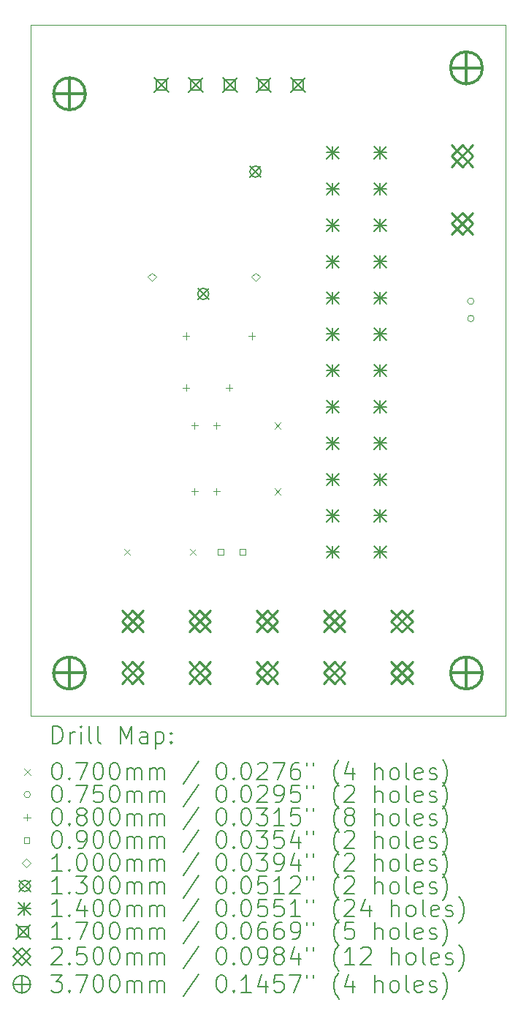
<source format=gbr>
%TF.GenerationSoftware,KiCad,Pcbnew,8.0.5*%
%TF.CreationDate,2024-11-13T11:33:36+00:00*%
%TF.ProjectId,PSU Adapter 2,50535520-4164-4617-9074-657220322e6b,0.2*%
%TF.SameCoordinates,Original*%
%TF.FileFunction,Drillmap*%
%TF.FilePolarity,Positive*%
%FSLAX45Y45*%
G04 Gerber Fmt 4.5, Leading zero omitted, Abs format (unit mm)*
G04 Created by KiCad (PCBNEW 8.0.5) date 2024-11-13 11:33:36*
%MOMM*%
%LPD*%
G01*
G04 APERTURE LIST*
%ADD10C,0.050000*%
%ADD11C,0.200000*%
%ADD12C,0.100000*%
%ADD13C,0.130000*%
%ADD14C,0.140000*%
%ADD15C,0.170000*%
%ADD16C,0.250000*%
%ADD17C,0.370000*%
G04 APERTURE END LIST*
D10*
X10000000Y-10000000D02*
X15500000Y-10000000D01*
X15500000Y-18000000D01*
X10000000Y-18000000D01*
X10000000Y-10000000D01*
D11*
D12*
X11084000Y-16065000D02*
X11154000Y-16135000D01*
X11154000Y-16065000D02*
X11084000Y-16135000D01*
X11846000Y-16065000D02*
X11916000Y-16135000D01*
X11916000Y-16065000D02*
X11846000Y-16135000D01*
X12827000Y-14603000D02*
X12897000Y-14673000D01*
X12897000Y-14603000D02*
X12827000Y-14673000D01*
X12827000Y-15365000D02*
X12897000Y-15435000D01*
X12897000Y-15365000D02*
X12827000Y-15435000D01*
X15137500Y-13200000D02*
G75*
G02*
X15062500Y-13200000I-37500J0D01*
G01*
X15062500Y-13200000D02*
G75*
G02*
X15137500Y-13200000I37500J0D01*
G01*
X15137500Y-13400000D02*
G75*
G02*
X15062500Y-13400000I-37500J0D01*
G01*
X15062500Y-13400000D02*
G75*
G02*
X15137500Y-13400000I37500J0D01*
G01*
X11800000Y-13560000D02*
X11800000Y-13640000D01*
X11760000Y-13600000D02*
X11840000Y-13600000D01*
X11800000Y-14160000D02*
X11800000Y-14240000D01*
X11760000Y-14200000D02*
X11840000Y-14200000D01*
X11900000Y-14598000D02*
X11900000Y-14678000D01*
X11860000Y-14638000D02*
X11940000Y-14638000D01*
X11900000Y-15360000D02*
X11900000Y-15440000D01*
X11860000Y-15400000D02*
X11940000Y-15400000D01*
X12154000Y-14598000D02*
X12154000Y-14678000D01*
X12114000Y-14638000D02*
X12194000Y-14638000D01*
X12154000Y-15360000D02*
X12154000Y-15440000D01*
X12114000Y-15400000D02*
X12194000Y-15400000D01*
X12300000Y-14160000D02*
X12300000Y-14240000D01*
X12260000Y-14200000D02*
X12340000Y-14200000D01*
X12562000Y-13560000D02*
X12562000Y-13640000D01*
X12522000Y-13600000D02*
X12602000Y-13600000D01*
X12231820Y-16131820D02*
X12231820Y-16068180D01*
X12168180Y-16068180D01*
X12168180Y-16131820D01*
X12231820Y-16131820D01*
X12485820Y-16131820D02*
X12485820Y-16068180D01*
X12422180Y-16068180D01*
X12422180Y-16131820D01*
X12485820Y-16131820D01*
X11405000Y-12970000D02*
X11455000Y-12920000D01*
X11405000Y-12870000D01*
X11355000Y-12920000D01*
X11405000Y-12970000D01*
X12605000Y-12970000D02*
X12655000Y-12920000D01*
X12605000Y-12870000D01*
X12555000Y-12920000D01*
X12605000Y-12970000D01*
D13*
X11935000Y-13050000D02*
X12065000Y-13180000D01*
X12065000Y-13050000D02*
X11935000Y-13180000D01*
X12065000Y-13115000D02*
G75*
G02*
X11935000Y-13115000I-65000J0D01*
G01*
X11935000Y-13115000D02*
G75*
G02*
X12065000Y-13115000I65000J0D01*
G01*
X12540000Y-11635000D02*
X12670000Y-11765000D01*
X12670000Y-11635000D02*
X12540000Y-11765000D01*
X12670000Y-11700000D02*
G75*
G02*
X12540000Y-11700000I-65000J0D01*
G01*
X12540000Y-11700000D02*
G75*
G02*
X12670000Y-11700000I65000J0D01*
G01*
D14*
X13430000Y-11410000D02*
X13570000Y-11550000D01*
X13570000Y-11410000D02*
X13430000Y-11550000D01*
X13500000Y-11410000D02*
X13500000Y-11550000D01*
X13430000Y-11480000D02*
X13570000Y-11480000D01*
X13430000Y-11830000D02*
X13570000Y-11970000D01*
X13570000Y-11830000D02*
X13430000Y-11970000D01*
X13500000Y-11830000D02*
X13500000Y-11970000D01*
X13430000Y-11900000D02*
X13570000Y-11900000D01*
X13430000Y-12250000D02*
X13570000Y-12390000D01*
X13570000Y-12250000D02*
X13430000Y-12390000D01*
X13500000Y-12250000D02*
X13500000Y-12390000D01*
X13430000Y-12320000D02*
X13570000Y-12320000D01*
X13430000Y-12670000D02*
X13570000Y-12810000D01*
X13570000Y-12670000D02*
X13430000Y-12810000D01*
X13500000Y-12670000D02*
X13500000Y-12810000D01*
X13430000Y-12740000D02*
X13570000Y-12740000D01*
X13430000Y-13090000D02*
X13570000Y-13230000D01*
X13570000Y-13090000D02*
X13430000Y-13230000D01*
X13500000Y-13090000D02*
X13500000Y-13230000D01*
X13430000Y-13160000D02*
X13570000Y-13160000D01*
X13430000Y-13510000D02*
X13570000Y-13650000D01*
X13570000Y-13510000D02*
X13430000Y-13650000D01*
X13500000Y-13510000D02*
X13500000Y-13650000D01*
X13430000Y-13580000D02*
X13570000Y-13580000D01*
X13430000Y-13930000D02*
X13570000Y-14070000D01*
X13570000Y-13930000D02*
X13430000Y-14070000D01*
X13500000Y-13930000D02*
X13500000Y-14070000D01*
X13430000Y-14000000D02*
X13570000Y-14000000D01*
X13430000Y-14350000D02*
X13570000Y-14490000D01*
X13570000Y-14350000D02*
X13430000Y-14490000D01*
X13500000Y-14350000D02*
X13500000Y-14490000D01*
X13430000Y-14420000D02*
X13570000Y-14420000D01*
X13430000Y-14770000D02*
X13570000Y-14910000D01*
X13570000Y-14770000D02*
X13430000Y-14910000D01*
X13500000Y-14770000D02*
X13500000Y-14910000D01*
X13430000Y-14840000D02*
X13570000Y-14840000D01*
X13430000Y-15190000D02*
X13570000Y-15330000D01*
X13570000Y-15190000D02*
X13430000Y-15330000D01*
X13500000Y-15190000D02*
X13500000Y-15330000D01*
X13430000Y-15260000D02*
X13570000Y-15260000D01*
X13430000Y-15610000D02*
X13570000Y-15750000D01*
X13570000Y-15610000D02*
X13430000Y-15750000D01*
X13500000Y-15610000D02*
X13500000Y-15750000D01*
X13430000Y-15680000D02*
X13570000Y-15680000D01*
X13430000Y-16030000D02*
X13570000Y-16170000D01*
X13570000Y-16030000D02*
X13430000Y-16170000D01*
X13500000Y-16030000D02*
X13500000Y-16170000D01*
X13430000Y-16100000D02*
X13570000Y-16100000D01*
X13980000Y-11410000D02*
X14120000Y-11550000D01*
X14120000Y-11410000D02*
X13980000Y-11550000D01*
X14050000Y-11410000D02*
X14050000Y-11550000D01*
X13980000Y-11480000D02*
X14120000Y-11480000D01*
X13980000Y-11830000D02*
X14120000Y-11970000D01*
X14120000Y-11830000D02*
X13980000Y-11970000D01*
X14050000Y-11830000D02*
X14050000Y-11970000D01*
X13980000Y-11900000D02*
X14120000Y-11900000D01*
X13980000Y-12250000D02*
X14120000Y-12390000D01*
X14120000Y-12250000D02*
X13980000Y-12390000D01*
X14050000Y-12250000D02*
X14050000Y-12390000D01*
X13980000Y-12320000D02*
X14120000Y-12320000D01*
X13980000Y-12670000D02*
X14120000Y-12810000D01*
X14120000Y-12670000D02*
X13980000Y-12810000D01*
X14050000Y-12670000D02*
X14050000Y-12810000D01*
X13980000Y-12740000D02*
X14120000Y-12740000D01*
X13980000Y-13090000D02*
X14120000Y-13230000D01*
X14120000Y-13090000D02*
X13980000Y-13230000D01*
X14050000Y-13090000D02*
X14050000Y-13230000D01*
X13980000Y-13160000D02*
X14120000Y-13160000D01*
X13980000Y-13510000D02*
X14120000Y-13650000D01*
X14120000Y-13510000D02*
X13980000Y-13650000D01*
X14050000Y-13510000D02*
X14050000Y-13650000D01*
X13980000Y-13580000D02*
X14120000Y-13580000D01*
X13980000Y-13930000D02*
X14120000Y-14070000D01*
X14120000Y-13930000D02*
X13980000Y-14070000D01*
X14050000Y-13930000D02*
X14050000Y-14070000D01*
X13980000Y-14000000D02*
X14120000Y-14000000D01*
X13980000Y-14350000D02*
X14120000Y-14490000D01*
X14120000Y-14350000D02*
X13980000Y-14490000D01*
X14050000Y-14350000D02*
X14050000Y-14490000D01*
X13980000Y-14420000D02*
X14120000Y-14420000D01*
X13980000Y-14770000D02*
X14120000Y-14910000D01*
X14120000Y-14770000D02*
X13980000Y-14910000D01*
X14050000Y-14770000D02*
X14050000Y-14910000D01*
X13980000Y-14840000D02*
X14120000Y-14840000D01*
X13980000Y-15190000D02*
X14120000Y-15330000D01*
X14120000Y-15190000D02*
X13980000Y-15330000D01*
X14050000Y-15190000D02*
X14050000Y-15330000D01*
X13980000Y-15260000D02*
X14120000Y-15260000D01*
X13980000Y-15610000D02*
X14120000Y-15750000D01*
X14120000Y-15610000D02*
X13980000Y-15750000D01*
X14050000Y-15610000D02*
X14050000Y-15750000D01*
X13980000Y-15680000D02*
X14120000Y-15680000D01*
X13980000Y-16030000D02*
X14120000Y-16170000D01*
X14120000Y-16030000D02*
X13980000Y-16170000D01*
X14050000Y-16030000D02*
X14050000Y-16170000D01*
X13980000Y-16100000D02*
X14120000Y-16100000D01*
D15*
X11431000Y-10615000D02*
X11601000Y-10785000D01*
X11601000Y-10615000D02*
X11431000Y-10785000D01*
X11576105Y-10760105D02*
X11576105Y-10639895D01*
X11455895Y-10639895D01*
X11455895Y-10760105D01*
X11576105Y-10760105D01*
X11827000Y-10615000D02*
X11997000Y-10785000D01*
X11997000Y-10615000D02*
X11827000Y-10785000D01*
X11972105Y-10760105D02*
X11972105Y-10639895D01*
X11851895Y-10639895D01*
X11851895Y-10760105D01*
X11972105Y-10760105D01*
X12223000Y-10615000D02*
X12393000Y-10785000D01*
X12393000Y-10615000D02*
X12223000Y-10785000D01*
X12368105Y-10760105D02*
X12368105Y-10639895D01*
X12247895Y-10639895D01*
X12247895Y-10760105D01*
X12368105Y-10760105D01*
X12619000Y-10615000D02*
X12789000Y-10785000D01*
X12789000Y-10615000D02*
X12619000Y-10785000D01*
X12764105Y-10760105D02*
X12764105Y-10639895D01*
X12643895Y-10639895D01*
X12643895Y-10760105D01*
X12764105Y-10760105D01*
X13015000Y-10615000D02*
X13185000Y-10785000D01*
X13185000Y-10615000D02*
X13015000Y-10785000D01*
X13160105Y-10760105D02*
X13160105Y-10639895D01*
X13039895Y-10639895D01*
X13039895Y-10760105D01*
X13160105Y-10760105D01*
D16*
X11055000Y-16775000D02*
X11305000Y-17025000D01*
X11305000Y-16775000D02*
X11055000Y-17025000D01*
X11180000Y-17025000D02*
X11305000Y-16900000D01*
X11180000Y-16775000D01*
X11055000Y-16900000D01*
X11180000Y-17025000D01*
X11055000Y-17370000D02*
X11305000Y-17620000D01*
X11305000Y-17370000D02*
X11055000Y-17620000D01*
X11180000Y-17620000D02*
X11305000Y-17495000D01*
X11180000Y-17370000D01*
X11055000Y-17495000D01*
X11180000Y-17620000D01*
X11835000Y-16775000D02*
X12085000Y-17025000D01*
X12085000Y-16775000D02*
X11835000Y-17025000D01*
X11960000Y-17025000D02*
X12085000Y-16900000D01*
X11960000Y-16775000D01*
X11835000Y-16900000D01*
X11960000Y-17025000D01*
X11835000Y-17370000D02*
X12085000Y-17620000D01*
X12085000Y-17370000D02*
X11835000Y-17620000D01*
X11960000Y-17620000D02*
X12085000Y-17495000D01*
X11960000Y-17370000D01*
X11835000Y-17495000D01*
X11960000Y-17620000D01*
X12615000Y-16775000D02*
X12865000Y-17025000D01*
X12865000Y-16775000D02*
X12615000Y-17025000D01*
X12740000Y-17025000D02*
X12865000Y-16900000D01*
X12740000Y-16775000D01*
X12615000Y-16900000D01*
X12740000Y-17025000D01*
X12615000Y-17370000D02*
X12865000Y-17620000D01*
X12865000Y-17370000D02*
X12615000Y-17620000D01*
X12740000Y-17620000D02*
X12865000Y-17495000D01*
X12740000Y-17370000D01*
X12615000Y-17495000D01*
X12740000Y-17620000D01*
X13395000Y-16775000D02*
X13645000Y-17025000D01*
X13645000Y-16775000D02*
X13395000Y-17025000D01*
X13520000Y-17025000D02*
X13645000Y-16900000D01*
X13520000Y-16775000D01*
X13395000Y-16900000D01*
X13520000Y-17025000D01*
X13395000Y-17370000D02*
X13645000Y-17620000D01*
X13645000Y-17370000D02*
X13395000Y-17620000D01*
X13520000Y-17620000D02*
X13645000Y-17495000D01*
X13520000Y-17370000D01*
X13395000Y-17495000D01*
X13520000Y-17620000D01*
X14175000Y-16775000D02*
X14425000Y-17025000D01*
X14425000Y-16775000D02*
X14175000Y-17025000D01*
X14300000Y-17025000D02*
X14425000Y-16900000D01*
X14300000Y-16775000D01*
X14175000Y-16900000D01*
X14300000Y-17025000D01*
X14175000Y-17370000D02*
X14425000Y-17620000D01*
X14425000Y-17370000D02*
X14175000Y-17620000D01*
X14300000Y-17620000D02*
X14425000Y-17495000D01*
X14300000Y-17370000D01*
X14175000Y-17495000D01*
X14300000Y-17620000D01*
X14875000Y-11395000D02*
X15125000Y-11645000D01*
X15125000Y-11395000D02*
X14875000Y-11645000D01*
X15000000Y-11645000D02*
X15125000Y-11520000D01*
X15000000Y-11395000D01*
X14875000Y-11520000D01*
X15000000Y-11645000D01*
X14875000Y-12175000D02*
X15125000Y-12425000D01*
X15125000Y-12175000D02*
X14875000Y-12425000D01*
X15000000Y-12425000D02*
X15125000Y-12300000D01*
X15000000Y-12175000D01*
X14875000Y-12300000D01*
X15000000Y-12425000D01*
D17*
X10450000Y-10615000D02*
X10450000Y-10985000D01*
X10265000Y-10800000D02*
X10635000Y-10800000D01*
X10635000Y-10800000D02*
G75*
G02*
X10265000Y-10800000I-185000J0D01*
G01*
X10265000Y-10800000D02*
G75*
G02*
X10635000Y-10800000I185000J0D01*
G01*
X10450000Y-17315000D02*
X10450000Y-17685000D01*
X10265000Y-17500000D02*
X10635000Y-17500000D01*
X10635000Y-17500000D02*
G75*
G02*
X10265000Y-17500000I-185000J0D01*
G01*
X10265000Y-17500000D02*
G75*
G02*
X10635000Y-17500000I185000J0D01*
G01*
X15050000Y-10315000D02*
X15050000Y-10685000D01*
X14865000Y-10500000D02*
X15235000Y-10500000D01*
X15235000Y-10500000D02*
G75*
G02*
X14865000Y-10500000I-185000J0D01*
G01*
X14865000Y-10500000D02*
G75*
G02*
X15235000Y-10500000I185000J0D01*
G01*
X15050000Y-17315000D02*
X15050000Y-17685000D01*
X14865000Y-17500000D02*
X15235000Y-17500000D01*
X15235000Y-17500000D02*
G75*
G02*
X14865000Y-17500000I-185000J0D01*
G01*
X14865000Y-17500000D02*
G75*
G02*
X15235000Y-17500000I185000J0D01*
G01*
D11*
X10258277Y-18313984D02*
X10258277Y-18113984D01*
X10258277Y-18113984D02*
X10305896Y-18113984D01*
X10305896Y-18113984D02*
X10334467Y-18123508D01*
X10334467Y-18123508D02*
X10353515Y-18142555D01*
X10353515Y-18142555D02*
X10363039Y-18161603D01*
X10363039Y-18161603D02*
X10372563Y-18199698D01*
X10372563Y-18199698D02*
X10372563Y-18228270D01*
X10372563Y-18228270D02*
X10363039Y-18266365D01*
X10363039Y-18266365D02*
X10353515Y-18285412D01*
X10353515Y-18285412D02*
X10334467Y-18304460D01*
X10334467Y-18304460D02*
X10305896Y-18313984D01*
X10305896Y-18313984D02*
X10258277Y-18313984D01*
X10458277Y-18313984D02*
X10458277Y-18180650D01*
X10458277Y-18218746D02*
X10467801Y-18199698D01*
X10467801Y-18199698D02*
X10477324Y-18190174D01*
X10477324Y-18190174D02*
X10496372Y-18180650D01*
X10496372Y-18180650D02*
X10515420Y-18180650D01*
X10582086Y-18313984D02*
X10582086Y-18180650D01*
X10582086Y-18113984D02*
X10572563Y-18123508D01*
X10572563Y-18123508D02*
X10582086Y-18133031D01*
X10582086Y-18133031D02*
X10591610Y-18123508D01*
X10591610Y-18123508D02*
X10582086Y-18113984D01*
X10582086Y-18113984D02*
X10582086Y-18133031D01*
X10705896Y-18313984D02*
X10686848Y-18304460D01*
X10686848Y-18304460D02*
X10677324Y-18285412D01*
X10677324Y-18285412D02*
X10677324Y-18113984D01*
X10810658Y-18313984D02*
X10791610Y-18304460D01*
X10791610Y-18304460D02*
X10782086Y-18285412D01*
X10782086Y-18285412D02*
X10782086Y-18113984D01*
X11039229Y-18313984D02*
X11039229Y-18113984D01*
X11039229Y-18113984D02*
X11105896Y-18256841D01*
X11105896Y-18256841D02*
X11172563Y-18113984D01*
X11172563Y-18113984D02*
X11172563Y-18313984D01*
X11353515Y-18313984D02*
X11353515Y-18209222D01*
X11353515Y-18209222D02*
X11343991Y-18190174D01*
X11343991Y-18190174D02*
X11324943Y-18180650D01*
X11324943Y-18180650D02*
X11286848Y-18180650D01*
X11286848Y-18180650D02*
X11267801Y-18190174D01*
X11353515Y-18304460D02*
X11334467Y-18313984D01*
X11334467Y-18313984D02*
X11286848Y-18313984D01*
X11286848Y-18313984D02*
X11267801Y-18304460D01*
X11267801Y-18304460D02*
X11258277Y-18285412D01*
X11258277Y-18285412D02*
X11258277Y-18266365D01*
X11258277Y-18266365D02*
X11267801Y-18247317D01*
X11267801Y-18247317D02*
X11286848Y-18237793D01*
X11286848Y-18237793D02*
X11334467Y-18237793D01*
X11334467Y-18237793D02*
X11353515Y-18228270D01*
X11448753Y-18180650D02*
X11448753Y-18380650D01*
X11448753Y-18190174D02*
X11467801Y-18180650D01*
X11467801Y-18180650D02*
X11505896Y-18180650D01*
X11505896Y-18180650D02*
X11524943Y-18190174D01*
X11524943Y-18190174D02*
X11534467Y-18199698D01*
X11534467Y-18199698D02*
X11543991Y-18218746D01*
X11543991Y-18218746D02*
X11543991Y-18275889D01*
X11543991Y-18275889D02*
X11534467Y-18294936D01*
X11534467Y-18294936D02*
X11524943Y-18304460D01*
X11524943Y-18304460D02*
X11505896Y-18313984D01*
X11505896Y-18313984D02*
X11467801Y-18313984D01*
X11467801Y-18313984D02*
X11448753Y-18304460D01*
X11629705Y-18294936D02*
X11639229Y-18304460D01*
X11639229Y-18304460D02*
X11629705Y-18313984D01*
X11629705Y-18313984D02*
X11620182Y-18304460D01*
X11620182Y-18304460D02*
X11629705Y-18294936D01*
X11629705Y-18294936D02*
X11629705Y-18313984D01*
X11629705Y-18190174D02*
X11639229Y-18199698D01*
X11639229Y-18199698D02*
X11629705Y-18209222D01*
X11629705Y-18209222D02*
X11620182Y-18199698D01*
X11620182Y-18199698D02*
X11629705Y-18190174D01*
X11629705Y-18190174D02*
X11629705Y-18209222D01*
D12*
X9927500Y-18607500D02*
X9997500Y-18677500D01*
X9997500Y-18607500D02*
X9927500Y-18677500D01*
D11*
X10296372Y-18533984D02*
X10315420Y-18533984D01*
X10315420Y-18533984D02*
X10334467Y-18543508D01*
X10334467Y-18543508D02*
X10343991Y-18553031D01*
X10343991Y-18553031D02*
X10353515Y-18572079D01*
X10353515Y-18572079D02*
X10363039Y-18610174D01*
X10363039Y-18610174D02*
X10363039Y-18657793D01*
X10363039Y-18657793D02*
X10353515Y-18695889D01*
X10353515Y-18695889D02*
X10343991Y-18714936D01*
X10343991Y-18714936D02*
X10334467Y-18724460D01*
X10334467Y-18724460D02*
X10315420Y-18733984D01*
X10315420Y-18733984D02*
X10296372Y-18733984D01*
X10296372Y-18733984D02*
X10277324Y-18724460D01*
X10277324Y-18724460D02*
X10267801Y-18714936D01*
X10267801Y-18714936D02*
X10258277Y-18695889D01*
X10258277Y-18695889D02*
X10248753Y-18657793D01*
X10248753Y-18657793D02*
X10248753Y-18610174D01*
X10248753Y-18610174D02*
X10258277Y-18572079D01*
X10258277Y-18572079D02*
X10267801Y-18553031D01*
X10267801Y-18553031D02*
X10277324Y-18543508D01*
X10277324Y-18543508D02*
X10296372Y-18533984D01*
X10448753Y-18714936D02*
X10458277Y-18724460D01*
X10458277Y-18724460D02*
X10448753Y-18733984D01*
X10448753Y-18733984D02*
X10439229Y-18724460D01*
X10439229Y-18724460D02*
X10448753Y-18714936D01*
X10448753Y-18714936D02*
X10448753Y-18733984D01*
X10524944Y-18533984D02*
X10658277Y-18533984D01*
X10658277Y-18533984D02*
X10572563Y-18733984D01*
X10772563Y-18533984D02*
X10791610Y-18533984D01*
X10791610Y-18533984D02*
X10810658Y-18543508D01*
X10810658Y-18543508D02*
X10820182Y-18553031D01*
X10820182Y-18553031D02*
X10829705Y-18572079D01*
X10829705Y-18572079D02*
X10839229Y-18610174D01*
X10839229Y-18610174D02*
X10839229Y-18657793D01*
X10839229Y-18657793D02*
X10829705Y-18695889D01*
X10829705Y-18695889D02*
X10820182Y-18714936D01*
X10820182Y-18714936D02*
X10810658Y-18724460D01*
X10810658Y-18724460D02*
X10791610Y-18733984D01*
X10791610Y-18733984D02*
X10772563Y-18733984D01*
X10772563Y-18733984D02*
X10753515Y-18724460D01*
X10753515Y-18724460D02*
X10743991Y-18714936D01*
X10743991Y-18714936D02*
X10734467Y-18695889D01*
X10734467Y-18695889D02*
X10724944Y-18657793D01*
X10724944Y-18657793D02*
X10724944Y-18610174D01*
X10724944Y-18610174D02*
X10734467Y-18572079D01*
X10734467Y-18572079D02*
X10743991Y-18553031D01*
X10743991Y-18553031D02*
X10753515Y-18543508D01*
X10753515Y-18543508D02*
X10772563Y-18533984D01*
X10963039Y-18533984D02*
X10982086Y-18533984D01*
X10982086Y-18533984D02*
X11001134Y-18543508D01*
X11001134Y-18543508D02*
X11010658Y-18553031D01*
X11010658Y-18553031D02*
X11020182Y-18572079D01*
X11020182Y-18572079D02*
X11029705Y-18610174D01*
X11029705Y-18610174D02*
X11029705Y-18657793D01*
X11029705Y-18657793D02*
X11020182Y-18695889D01*
X11020182Y-18695889D02*
X11010658Y-18714936D01*
X11010658Y-18714936D02*
X11001134Y-18724460D01*
X11001134Y-18724460D02*
X10982086Y-18733984D01*
X10982086Y-18733984D02*
X10963039Y-18733984D01*
X10963039Y-18733984D02*
X10943991Y-18724460D01*
X10943991Y-18724460D02*
X10934467Y-18714936D01*
X10934467Y-18714936D02*
X10924944Y-18695889D01*
X10924944Y-18695889D02*
X10915420Y-18657793D01*
X10915420Y-18657793D02*
X10915420Y-18610174D01*
X10915420Y-18610174D02*
X10924944Y-18572079D01*
X10924944Y-18572079D02*
X10934467Y-18553031D01*
X10934467Y-18553031D02*
X10943991Y-18543508D01*
X10943991Y-18543508D02*
X10963039Y-18533984D01*
X11115420Y-18733984D02*
X11115420Y-18600650D01*
X11115420Y-18619698D02*
X11124944Y-18610174D01*
X11124944Y-18610174D02*
X11143991Y-18600650D01*
X11143991Y-18600650D02*
X11172563Y-18600650D01*
X11172563Y-18600650D02*
X11191610Y-18610174D01*
X11191610Y-18610174D02*
X11201134Y-18629222D01*
X11201134Y-18629222D02*
X11201134Y-18733984D01*
X11201134Y-18629222D02*
X11210658Y-18610174D01*
X11210658Y-18610174D02*
X11229705Y-18600650D01*
X11229705Y-18600650D02*
X11258277Y-18600650D01*
X11258277Y-18600650D02*
X11277324Y-18610174D01*
X11277324Y-18610174D02*
X11286848Y-18629222D01*
X11286848Y-18629222D02*
X11286848Y-18733984D01*
X11382086Y-18733984D02*
X11382086Y-18600650D01*
X11382086Y-18619698D02*
X11391610Y-18610174D01*
X11391610Y-18610174D02*
X11410658Y-18600650D01*
X11410658Y-18600650D02*
X11439229Y-18600650D01*
X11439229Y-18600650D02*
X11458277Y-18610174D01*
X11458277Y-18610174D02*
X11467801Y-18629222D01*
X11467801Y-18629222D02*
X11467801Y-18733984D01*
X11467801Y-18629222D02*
X11477324Y-18610174D01*
X11477324Y-18610174D02*
X11496372Y-18600650D01*
X11496372Y-18600650D02*
X11524943Y-18600650D01*
X11524943Y-18600650D02*
X11543991Y-18610174D01*
X11543991Y-18610174D02*
X11553515Y-18629222D01*
X11553515Y-18629222D02*
X11553515Y-18733984D01*
X11943991Y-18524460D02*
X11772563Y-18781603D01*
X12201134Y-18533984D02*
X12220182Y-18533984D01*
X12220182Y-18533984D02*
X12239229Y-18543508D01*
X12239229Y-18543508D02*
X12248753Y-18553031D01*
X12248753Y-18553031D02*
X12258277Y-18572079D01*
X12258277Y-18572079D02*
X12267801Y-18610174D01*
X12267801Y-18610174D02*
X12267801Y-18657793D01*
X12267801Y-18657793D02*
X12258277Y-18695889D01*
X12258277Y-18695889D02*
X12248753Y-18714936D01*
X12248753Y-18714936D02*
X12239229Y-18724460D01*
X12239229Y-18724460D02*
X12220182Y-18733984D01*
X12220182Y-18733984D02*
X12201134Y-18733984D01*
X12201134Y-18733984D02*
X12182086Y-18724460D01*
X12182086Y-18724460D02*
X12172563Y-18714936D01*
X12172563Y-18714936D02*
X12163039Y-18695889D01*
X12163039Y-18695889D02*
X12153515Y-18657793D01*
X12153515Y-18657793D02*
X12153515Y-18610174D01*
X12153515Y-18610174D02*
X12163039Y-18572079D01*
X12163039Y-18572079D02*
X12172563Y-18553031D01*
X12172563Y-18553031D02*
X12182086Y-18543508D01*
X12182086Y-18543508D02*
X12201134Y-18533984D01*
X12353515Y-18714936D02*
X12363039Y-18724460D01*
X12363039Y-18724460D02*
X12353515Y-18733984D01*
X12353515Y-18733984D02*
X12343991Y-18724460D01*
X12343991Y-18724460D02*
X12353515Y-18714936D01*
X12353515Y-18714936D02*
X12353515Y-18733984D01*
X12486848Y-18533984D02*
X12505896Y-18533984D01*
X12505896Y-18533984D02*
X12524944Y-18543508D01*
X12524944Y-18543508D02*
X12534467Y-18553031D01*
X12534467Y-18553031D02*
X12543991Y-18572079D01*
X12543991Y-18572079D02*
X12553515Y-18610174D01*
X12553515Y-18610174D02*
X12553515Y-18657793D01*
X12553515Y-18657793D02*
X12543991Y-18695889D01*
X12543991Y-18695889D02*
X12534467Y-18714936D01*
X12534467Y-18714936D02*
X12524944Y-18724460D01*
X12524944Y-18724460D02*
X12505896Y-18733984D01*
X12505896Y-18733984D02*
X12486848Y-18733984D01*
X12486848Y-18733984D02*
X12467801Y-18724460D01*
X12467801Y-18724460D02*
X12458277Y-18714936D01*
X12458277Y-18714936D02*
X12448753Y-18695889D01*
X12448753Y-18695889D02*
X12439229Y-18657793D01*
X12439229Y-18657793D02*
X12439229Y-18610174D01*
X12439229Y-18610174D02*
X12448753Y-18572079D01*
X12448753Y-18572079D02*
X12458277Y-18553031D01*
X12458277Y-18553031D02*
X12467801Y-18543508D01*
X12467801Y-18543508D02*
X12486848Y-18533984D01*
X12629706Y-18553031D02*
X12639229Y-18543508D01*
X12639229Y-18543508D02*
X12658277Y-18533984D01*
X12658277Y-18533984D02*
X12705896Y-18533984D01*
X12705896Y-18533984D02*
X12724944Y-18543508D01*
X12724944Y-18543508D02*
X12734467Y-18553031D01*
X12734467Y-18553031D02*
X12743991Y-18572079D01*
X12743991Y-18572079D02*
X12743991Y-18591127D01*
X12743991Y-18591127D02*
X12734467Y-18619698D01*
X12734467Y-18619698D02*
X12620182Y-18733984D01*
X12620182Y-18733984D02*
X12743991Y-18733984D01*
X12810658Y-18533984D02*
X12943991Y-18533984D01*
X12943991Y-18533984D02*
X12858277Y-18733984D01*
X13105896Y-18533984D02*
X13067801Y-18533984D01*
X13067801Y-18533984D02*
X13048753Y-18543508D01*
X13048753Y-18543508D02*
X13039229Y-18553031D01*
X13039229Y-18553031D02*
X13020182Y-18581603D01*
X13020182Y-18581603D02*
X13010658Y-18619698D01*
X13010658Y-18619698D02*
X13010658Y-18695889D01*
X13010658Y-18695889D02*
X13020182Y-18714936D01*
X13020182Y-18714936D02*
X13029706Y-18724460D01*
X13029706Y-18724460D02*
X13048753Y-18733984D01*
X13048753Y-18733984D02*
X13086848Y-18733984D01*
X13086848Y-18733984D02*
X13105896Y-18724460D01*
X13105896Y-18724460D02*
X13115420Y-18714936D01*
X13115420Y-18714936D02*
X13124944Y-18695889D01*
X13124944Y-18695889D02*
X13124944Y-18648270D01*
X13124944Y-18648270D02*
X13115420Y-18629222D01*
X13115420Y-18629222D02*
X13105896Y-18619698D01*
X13105896Y-18619698D02*
X13086848Y-18610174D01*
X13086848Y-18610174D02*
X13048753Y-18610174D01*
X13048753Y-18610174D02*
X13029706Y-18619698D01*
X13029706Y-18619698D02*
X13020182Y-18629222D01*
X13020182Y-18629222D02*
X13010658Y-18648270D01*
X13201134Y-18533984D02*
X13201134Y-18572079D01*
X13277325Y-18533984D02*
X13277325Y-18572079D01*
X13572563Y-18810174D02*
X13563039Y-18800650D01*
X13563039Y-18800650D02*
X13543991Y-18772079D01*
X13543991Y-18772079D02*
X13534468Y-18753031D01*
X13534468Y-18753031D02*
X13524944Y-18724460D01*
X13524944Y-18724460D02*
X13515420Y-18676841D01*
X13515420Y-18676841D02*
X13515420Y-18638746D01*
X13515420Y-18638746D02*
X13524944Y-18591127D01*
X13524944Y-18591127D02*
X13534468Y-18562555D01*
X13534468Y-18562555D02*
X13543991Y-18543508D01*
X13543991Y-18543508D02*
X13563039Y-18514936D01*
X13563039Y-18514936D02*
X13572563Y-18505412D01*
X13734468Y-18600650D02*
X13734468Y-18733984D01*
X13686848Y-18524460D02*
X13639229Y-18667317D01*
X13639229Y-18667317D02*
X13763039Y-18667317D01*
X13991610Y-18733984D02*
X13991610Y-18533984D01*
X14077325Y-18733984D02*
X14077325Y-18629222D01*
X14077325Y-18629222D02*
X14067801Y-18610174D01*
X14067801Y-18610174D02*
X14048753Y-18600650D01*
X14048753Y-18600650D02*
X14020182Y-18600650D01*
X14020182Y-18600650D02*
X14001134Y-18610174D01*
X14001134Y-18610174D02*
X13991610Y-18619698D01*
X14201134Y-18733984D02*
X14182087Y-18724460D01*
X14182087Y-18724460D02*
X14172563Y-18714936D01*
X14172563Y-18714936D02*
X14163039Y-18695889D01*
X14163039Y-18695889D02*
X14163039Y-18638746D01*
X14163039Y-18638746D02*
X14172563Y-18619698D01*
X14172563Y-18619698D02*
X14182087Y-18610174D01*
X14182087Y-18610174D02*
X14201134Y-18600650D01*
X14201134Y-18600650D02*
X14229706Y-18600650D01*
X14229706Y-18600650D02*
X14248753Y-18610174D01*
X14248753Y-18610174D02*
X14258277Y-18619698D01*
X14258277Y-18619698D02*
X14267801Y-18638746D01*
X14267801Y-18638746D02*
X14267801Y-18695889D01*
X14267801Y-18695889D02*
X14258277Y-18714936D01*
X14258277Y-18714936D02*
X14248753Y-18724460D01*
X14248753Y-18724460D02*
X14229706Y-18733984D01*
X14229706Y-18733984D02*
X14201134Y-18733984D01*
X14382087Y-18733984D02*
X14363039Y-18724460D01*
X14363039Y-18724460D02*
X14353515Y-18705412D01*
X14353515Y-18705412D02*
X14353515Y-18533984D01*
X14534468Y-18724460D02*
X14515420Y-18733984D01*
X14515420Y-18733984D02*
X14477325Y-18733984D01*
X14477325Y-18733984D02*
X14458277Y-18724460D01*
X14458277Y-18724460D02*
X14448753Y-18705412D01*
X14448753Y-18705412D02*
X14448753Y-18629222D01*
X14448753Y-18629222D02*
X14458277Y-18610174D01*
X14458277Y-18610174D02*
X14477325Y-18600650D01*
X14477325Y-18600650D02*
X14515420Y-18600650D01*
X14515420Y-18600650D02*
X14534468Y-18610174D01*
X14534468Y-18610174D02*
X14543991Y-18629222D01*
X14543991Y-18629222D02*
X14543991Y-18648270D01*
X14543991Y-18648270D02*
X14448753Y-18667317D01*
X14620182Y-18724460D02*
X14639230Y-18733984D01*
X14639230Y-18733984D02*
X14677325Y-18733984D01*
X14677325Y-18733984D02*
X14696372Y-18724460D01*
X14696372Y-18724460D02*
X14705896Y-18705412D01*
X14705896Y-18705412D02*
X14705896Y-18695889D01*
X14705896Y-18695889D02*
X14696372Y-18676841D01*
X14696372Y-18676841D02*
X14677325Y-18667317D01*
X14677325Y-18667317D02*
X14648753Y-18667317D01*
X14648753Y-18667317D02*
X14629706Y-18657793D01*
X14629706Y-18657793D02*
X14620182Y-18638746D01*
X14620182Y-18638746D02*
X14620182Y-18629222D01*
X14620182Y-18629222D02*
X14629706Y-18610174D01*
X14629706Y-18610174D02*
X14648753Y-18600650D01*
X14648753Y-18600650D02*
X14677325Y-18600650D01*
X14677325Y-18600650D02*
X14696372Y-18610174D01*
X14772563Y-18810174D02*
X14782087Y-18800650D01*
X14782087Y-18800650D02*
X14801134Y-18772079D01*
X14801134Y-18772079D02*
X14810658Y-18753031D01*
X14810658Y-18753031D02*
X14820182Y-18724460D01*
X14820182Y-18724460D02*
X14829706Y-18676841D01*
X14829706Y-18676841D02*
X14829706Y-18638746D01*
X14829706Y-18638746D02*
X14820182Y-18591127D01*
X14820182Y-18591127D02*
X14810658Y-18562555D01*
X14810658Y-18562555D02*
X14801134Y-18543508D01*
X14801134Y-18543508D02*
X14782087Y-18514936D01*
X14782087Y-18514936D02*
X14772563Y-18505412D01*
D12*
X9997500Y-18906500D02*
G75*
G02*
X9922500Y-18906500I-37500J0D01*
G01*
X9922500Y-18906500D02*
G75*
G02*
X9997500Y-18906500I37500J0D01*
G01*
D11*
X10296372Y-18797984D02*
X10315420Y-18797984D01*
X10315420Y-18797984D02*
X10334467Y-18807508D01*
X10334467Y-18807508D02*
X10343991Y-18817031D01*
X10343991Y-18817031D02*
X10353515Y-18836079D01*
X10353515Y-18836079D02*
X10363039Y-18874174D01*
X10363039Y-18874174D02*
X10363039Y-18921793D01*
X10363039Y-18921793D02*
X10353515Y-18959889D01*
X10353515Y-18959889D02*
X10343991Y-18978936D01*
X10343991Y-18978936D02*
X10334467Y-18988460D01*
X10334467Y-18988460D02*
X10315420Y-18997984D01*
X10315420Y-18997984D02*
X10296372Y-18997984D01*
X10296372Y-18997984D02*
X10277324Y-18988460D01*
X10277324Y-18988460D02*
X10267801Y-18978936D01*
X10267801Y-18978936D02*
X10258277Y-18959889D01*
X10258277Y-18959889D02*
X10248753Y-18921793D01*
X10248753Y-18921793D02*
X10248753Y-18874174D01*
X10248753Y-18874174D02*
X10258277Y-18836079D01*
X10258277Y-18836079D02*
X10267801Y-18817031D01*
X10267801Y-18817031D02*
X10277324Y-18807508D01*
X10277324Y-18807508D02*
X10296372Y-18797984D01*
X10448753Y-18978936D02*
X10458277Y-18988460D01*
X10458277Y-18988460D02*
X10448753Y-18997984D01*
X10448753Y-18997984D02*
X10439229Y-18988460D01*
X10439229Y-18988460D02*
X10448753Y-18978936D01*
X10448753Y-18978936D02*
X10448753Y-18997984D01*
X10524944Y-18797984D02*
X10658277Y-18797984D01*
X10658277Y-18797984D02*
X10572563Y-18997984D01*
X10829705Y-18797984D02*
X10734467Y-18797984D01*
X10734467Y-18797984D02*
X10724944Y-18893222D01*
X10724944Y-18893222D02*
X10734467Y-18883698D01*
X10734467Y-18883698D02*
X10753515Y-18874174D01*
X10753515Y-18874174D02*
X10801134Y-18874174D01*
X10801134Y-18874174D02*
X10820182Y-18883698D01*
X10820182Y-18883698D02*
X10829705Y-18893222D01*
X10829705Y-18893222D02*
X10839229Y-18912270D01*
X10839229Y-18912270D02*
X10839229Y-18959889D01*
X10839229Y-18959889D02*
X10829705Y-18978936D01*
X10829705Y-18978936D02*
X10820182Y-18988460D01*
X10820182Y-18988460D02*
X10801134Y-18997984D01*
X10801134Y-18997984D02*
X10753515Y-18997984D01*
X10753515Y-18997984D02*
X10734467Y-18988460D01*
X10734467Y-18988460D02*
X10724944Y-18978936D01*
X10963039Y-18797984D02*
X10982086Y-18797984D01*
X10982086Y-18797984D02*
X11001134Y-18807508D01*
X11001134Y-18807508D02*
X11010658Y-18817031D01*
X11010658Y-18817031D02*
X11020182Y-18836079D01*
X11020182Y-18836079D02*
X11029705Y-18874174D01*
X11029705Y-18874174D02*
X11029705Y-18921793D01*
X11029705Y-18921793D02*
X11020182Y-18959889D01*
X11020182Y-18959889D02*
X11010658Y-18978936D01*
X11010658Y-18978936D02*
X11001134Y-18988460D01*
X11001134Y-18988460D02*
X10982086Y-18997984D01*
X10982086Y-18997984D02*
X10963039Y-18997984D01*
X10963039Y-18997984D02*
X10943991Y-18988460D01*
X10943991Y-18988460D02*
X10934467Y-18978936D01*
X10934467Y-18978936D02*
X10924944Y-18959889D01*
X10924944Y-18959889D02*
X10915420Y-18921793D01*
X10915420Y-18921793D02*
X10915420Y-18874174D01*
X10915420Y-18874174D02*
X10924944Y-18836079D01*
X10924944Y-18836079D02*
X10934467Y-18817031D01*
X10934467Y-18817031D02*
X10943991Y-18807508D01*
X10943991Y-18807508D02*
X10963039Y-18797984D01*
X11115420Y-18997984D02*
X11115420Y-18864650D01*
X11115420Y-18883698D02*
X11124944Y-18874174D01*
X11124944Y-18874174D02*
X11143991Y-18864650D01*
X11143991Y-18864650D02*
X11172563Y-18864650D01*
X11172563Y-18864650D02*
X11191610Y-18874174D01*
X11191610Y-18874174D02*
X11201134Y-18893222D01*
X11201134Y-18893222D02*
X11201134Y-18997984D01*
X11201134Y-18893222D02*
X11210658Y-18874174D01*
X11210658Y-18874174D02*
X11229705Y-18864650D01*
X11229705Y-18864650D02*
X11258277Y-18864650D01*
X11258277Y-18864650D02*
X11277324Y-18874174D01*
X11277324Y-18874174D02*
X11286848Y-18893222D01*
X11286848Y-18893222D02*
X11286848Y-18997984D01*
X11382086Y-18997984D02*
X11382086Y-18864650D01*
X11382086Y-18883698D02*
X11391610Y-18874174D01*
X11391610Y-18874174D02*
X11410658Y-18864650D01*
X11410658Y-18864650D02*
X11439229Y-18864650D01*
X11439229Y-18864650D02*
X11458277Y-18874174D01*
X11458277Y-18874174D02*
X11467801Y-18893222D01*
X11467801Y-18893222D02*
X11467801Y-18997984D01*
X11467801Y-18893222D02*
X11477324Y-18874174D01*
X11477324Y-18874174D02*
X11496372Y-18864650D01*
X11496372Y-18864650D02*
X11524943Y-18864650D01*
X11524943Y-18864650D02*
X11543991Y-18874174D01*
X11543991Y-18874174D02*
X11553515Y-18893222D01*
X11553515Y-18893222D02*
X11553515Y-18997984D01*
X11943991Y-18788460D02*
X11772563Y-19045603D01*
X12201134Y-18797984D02*
X12220182Y-18797984D01*
X12220182Y-18797984D02*
X12239229Y-18807508D01*
X12239229Y-18807508D02*
X12248753Y-18817031D01*
X12248753Y-18817031D02*
X12258277Y-18836079D01*
X12258277Y-18836079D02*
X12267801Y-18874174D01*
X12267801Y-18874174D02*
X12267801Y-18921793D01*
X12267801Y-18921793D02*
X12258277Y-18959889D01*
X12258277Y-18959889D02*
X12248753Y-18978936D01*
X12248753Y-18978936D02*
X12239229Y-18988460D01*
X12239229Y-18988460D02*
X12220182Y-18997984D01*
X12220182Y-18997984D02*
X12201134Y-18997984D01*
X12201134Y-18997984D02*
X12182086Y-18988460D01*
X12182086Y-18988460D02*
X12172563Y-18978936D01*
X12172563Y-18978936D02*
X12163039Y-18959889D01*
X12163039Y-18959889D02*
X12153515Y-18921793D01*
X12153515Y-18921793D02*
X12153515Y-18874174D01*
X12153515Y-18874174D02*
X12163039Y-18836079D01*
X12163039Y-18836079D02*
X12172563Y-18817031D01*
X12172563Y-18817031D02*
X12182086Y-18807508D01*
X12182086Y-18807508D02*
X12201134Y-18797984D01*
X12353515Y-18978936D02*
X12363039Y-18988460D01*
X12363039Y-18988460D02*
X12353515Y-18997984D01*
X12353515Y-18997984D02*
X12343991Y-18988460D01*
X12343991Y-18988460D02*
X12353515Y-18978936D01*
X12353515Y-18978936D02*
X12353515Y-18997984D01*
X12486848Y-18797984D02*
X12505896Y-18797984D01*
X12505896Y-18797984D02*
X12524944Y-18807508D01*
X12524944Y-18807508D02*
X12534467Y-18817031D01*
X12534467Y-18817031D02*
X12543991Y-18836079D01*
X12543991Y-18836079D02*
X12553515Y-18874174D01*
X12553515Y-18874174D02*
X12553515Y-18921793D01*
X12553515Y-18921793D02*
X12543991Y-18959889D01*
X12543991Y-18959889D02*
X12534467Y-18978936D01*
X12534467Y-18978936D02*
X12524944Y-18988460D01*
X12524944Y-18988460D02*
X12505896Y-18997984D01*
X12505896Y-18997984D02*
X12486848Y-18997984D01*
X12486848Y-18997984D02*
X12467801Y-18988460D01*
X12467801Y-18988460D02*
X12458277Y-18978936D01*
X12458277Y-18978936D02*
X12448753Y-18959889D01*
X12448753Y-18959889D02*
X12439229Y-18921793D01*
X12439229Y-18921793D02*
X12439229Y-18874174D01*
X12439229Y-18874174D02*
X12448753Y-18836079D01*
X12448753Y-18836079D02*
X12458277Y-18817031D01*
X12458277Y-18817031D02*
X12467801Y-18807508D01*
X12467801Y-18807508D02*
X12486848Y-18797984D01*
X12629706Y-18817031D02*
X12639229Y-18807508D01*
X12639229Y-18807508D02*
X12658277Y-18797984D01*
X12658277Y-18797984D02*
X12705896Y-18797984D01*
X12705896Y-18797984D02*
X12724944Y-18807508D01*
X12724944Y-18807508D02*
X12734467Y-18817031D01*
X12734467Y-18817031D02*
X12743991Y-18836079D01*
X12743991Y-18836079D02*
X12743991Y-18855127D01*
X12743991Y-18855127D02*
X12734467Y-18883698D01*
X12734467Y-18883698D02*
X12620182Y-18997984D01*
X12620182Y-18997984D02*
X12743991Y-18997984D01*
X12839229Y-18997984D02*
X12877325Y-18997984D01*
X12877325Y-18997984D02*
X12896372Y-18988460D01*
X12896372Y-18988460D02*
X12905896Y-18978936D01*
X12905896Y-18978936D02*
X12924944Y-18950365D01*
X12924944Y-18950365D02*
X12934467Y-18912270D01*
X12934467Y-18912270D02*
X12934467Y-18836079D01*
X12934467Y-18836079D02*
X12924944Y-18817031D01*
X12924944Y-18817031D02*
X12915420Y-18807508D01*
X12915420Y-18807508D02*
X12896372Y-18797984D01*
X12896372Y-18797984D02*
X12858277Y-18797984D01*
X12858277Y-18797984D02*
X12839229Y-18807508D01*
X12839229Y-18807508D02*
X12829706Y-18817031D01*
X12829706Y-18817031D02*
X12820182Y-18836079D01*
X12820182Y-18836079D02*
X12820182Y-18883698D01*
X12820182Y-18883698D02*
X12829706Y-18902746D01*
X12829706Y-18902746D02*
X12839229Y-18912270D01*
X12839229Y-18912270D02*
X12858277Y-18921793D01*
X12858277Y-18921793D02*
X12896372Y-18921793D01*
X12896372Y-18921793D02*
X12915420Y-18912270D01*
X12915420Y-18912270D02*
X12924944Y-18902746D01*
X12924944Y-18902746D02*
X12934467Y-18883698D01*
X13115420Y-18797984D02*
X13020182Y-18797984D01*
X13020182Y-18797984D02*
X13010658Y-18893222D01*
X13010658Y-18893222D02*
X13020182Y-18883698D01*
X13020182Y-18883698D02*
X13039229Y-18874174D01*
X13039229Y-18874174D02*
X13086848Y-18874174D01*
X13086848Y-18874174D02*
X13105896Y-18883698D01*
X13105896Y-18883698D02*
X13115420Y-18893222D01*
X13115420Y-18893222D02*
X13124944Y-18912270D01*
X13124944Y-18912270D02*
X13124944Y-18959889D01*
X13124944Y-18959889D02*
X13115420Y-18978936D01*
X13115420Y-18978936D02*
X13105896Y-18988460D01*
X13105896Y-18988460D02*
X13086848Y-18997984D01*
X13086848Y-18997984D02*
X13039229Y-18997984D01*
X13039229Y-18997984D02*
X13020182Y-18988460D01*
X13020182Y-18988460D02*
X13010658Y-18978936D01*
X13201134Y-18797984D02*
X13201134Y-18836079D01*
X13277325Y-18797984D02*
X13277325Y-18836079D01*
X13572563Y-19074174D02*
X13563039Y-19064650D01*
X13563039Y-19064650D02*
X13543991Y-19036079D01*
X13543991Y-19036079D02*
X13534468Y-19017031D01*
X13534468Y-19017031D02*
X13524944Y-18988460D01*
X13524944Y-18988460D02*
X13515420Y-18940841D01*
X13515420Y-18940841D02*
X13515420Y-18902746D01*
X13515420Y-18902746D02*
X13524944Y-18855127D01*
X13524944Y-18855127D02*
X13534468Y-18826555D01*
X13534468Y-18826555D02*
X13543991Y-18807508D01*
X13543991Y-18807508D02*
X13563039Y-18778936D01*
X13563039Y-18778936D02*
X13572563Y-18769412D01*
X13639229Y-18817031D02*
X13648753Y-18807508D01*
X13648753Y-18807508D02*
X13667801Y-18797984D01*
X13667801Y-18797984D02*
X13715420Y-18797984D01*
X13715420Y-18797984D02*
X13734468Y-18807508D01*
X13734468Y-18807508D02*
X13743991Y-18817031D01*
X13743991Y-18817031D02*
X13753515Y-18836079D01*
X13753515Y-18836079D02*
X13753515Y-18855127D01*
X13753515Y-18855127D02*
X13743991Y-18883698D01*
X13743991Y-18883698D02*
X13629706Y-18997984D01*
X13629706Y-18997984D02*
X13753515Y-18997984D01*
X13991610Y-18997984D02*
X13991610Y-18797984D01*
X14077325Y-18997984D02*
X14077325Y-18893222D01*
X14077325Y-18893222D02*
X14067801Y-18874174D01*
X14067801Y-18874174D02*
X14048753Y-18864650D01*
X14048753Y-18864650D02*
X14020182Y-18864650D01*
X14020182Y-18864650D02*
X14001134Y-18874174D01*
X14001134Y-18874174D02*
X13991610Y-18883698D01*
X14201134Y-18997984D02*
X14182087Y-18988460D01*
X14182087Y-18988460D02*
X14172563Y-18978936D01*
X14172563Y-18978936D02*
X14163039Y-18959889D01*
X14163039Y-18959889D02*
X14163039Y-18902746D01*
X14163039Y-18902746D02*
X14172563Y-18883698D01*
X14172563Y-18883698D02*
X14182087Y-18874174D01*
X14182087Y-18874174D02*
X14201134Y-18864650D01*
X14201134Y-18864650D02*
X14229706Y-18864650D01*
X14229706Y-18864650D02*
X14248753Y-18874174D01*
X14248753Y-18874174D02*
X14258277Y-18883698D01*
X14258277Y-18883698D02*
X14267801Y-18902746D01*
X14267801Y-18902746D02*
X14267801Y-18959889D01*
X14267801Y-18959889D02*
X14258277Y-18978936D01*
X14258277Y-18978936D02*
X14248753Y-18988460D01*
X14248753Y-18988460D02*
X14229706Y-18997984D01*
X14229706Y-18997984D02*
X14201134Y-18997984D01*
X14382087Y-18997984D02*
X14363039Y-18988460D01*
X14363039Y-18988460D02*
X14353515Y-18969412D01*
X14353515Y-18969412D02*
X14353515Y-18797984D01*
X14534468Y-18988460D02*
X14515420Y-18997984D01*
X14515420Y-18997984D02*
X14477325Y-18997984D01*
X14477325Y-18997984D02*
X14458277Y-18988460D01*
X14458277Y-18988460D02*
X14448753Y-18969412D01*
X14448753Y-18969412D02*
X14448753Y-18893222D01*
X14448753Y-18893222D02*
X14458277Y-18874174D01*
X14458277Y-18874174D02*
X14477325Y-18864650D01*
X14477325Y-18864650D02*
X14515420Y-18864650D01*
X14515420Y-18864650D02*
X14534468Y-18874174D01*
X14534468Y-18874174D02*
X14543991Y-18893222D01*
X14543991Y-18893222D02*
X14543991Y-18912270D01*
X14543991Y-18912270D02*
X14448753Y-18931317D01*
X14620182Y-18988460D02*
X14639230Y-18997984D01*
X14639230Y-18997984D02*
X14677325Y-18997984D01*
X14677325Y-18997984D02*
X14696372Y-18988460D01*
X14696372Y-18988460D02*
X14705896Y-18969412D01*
X14705896Y-18969412D02*
X14705896Y-18959889D01*
X14705896Y-18959889D02*
X14696372Y-18940841D01*
X14696372Y-18940841D02*
X14677325Y-18931317D01*
X14677325Y-18931317D02*
X14648753Y-18931317D01*
X14648753Y-18931317D02*
X14629706Y-18921793D01*
X14629706Y-18921793D02*
X14620182Y-18902746D01*
X14620182Y-18902746D02*
X14620182Y-18893222D01*
X14620182Y-18893222D02*
X14629706Y-18874174D01*
X14629706Y-18874174D02*
X14648753Y-18864650D01*
X14648753Y-18864650D02*
X14677325Y-18864650D01*
X14677325Y-18864650D02*
X14696372Y-18874174D01*
X14772563Y-19074174D02*
X14782087Y-19064650D01*
X14782087Y-19064650D02*
X14801134Y-19036079D01*
X14801134Y-19036079D02*
X14810658Y-19017031D01*
X14810658Y-19017031D02*
X14820182Y-18988460D01*
X14820182Y-18988460D02*
X14829706Y-18940841D01*
X14829706Y-18940841D02*
X14829706Y-18902746D01*
X14829706Y-18902746D02*
X14820182Y-18855127D01*
X14820182Y-18855127D02*
X14810658Y-18826555D01*
X14810658Y-18826555D02*
X14801134Y-18807508D01*
X14801134Y-18807508D02*
X14782087Y-18778936D01*
X14782087Y-18778936D02*
X14772563Y-18769412D01*
D12*
X9957500Y-19130500D02*
X9957500Y-19210500D01*
X9917500Y-19170500D02*
X9997500Y-19170500D01*
D11*
X10296372Y-19061984D02*
X10315420Y-19061984D01*
X10315420Y-19061984D02*
X10334467Y-19071508D01*
X10334467Y-19071508D02*
X10343991Y-19081031D01*
X10343991Y-19081031D02*
X10353515Y-19100079D01*
X10353515Y-19100079D02*
X10363039Y-19138174D01*
X10363039Y-19138174D02*
X10363039Y-19185793D01*
X10363039Y-19185793D02*
X10353515Y-19223889D01*
X10353515Y-19223889D02*
X10343991Y-19242936D01*
X10343991Y-19242936D02*
X10334467Y-19252460D01*
X10334467Y-19252460D02*
X10315420Y-19261984D01*
X10315420Y-19261984D02*
X10296372Y-19261984D01*
X10296372Y-19261984D02*
X10277324Y-19252460D01*
X10277324Y-19252460D02*
X10267801Y-19242936D01*
X10267801Y-19242936D02*
X10258277Y-19223889D01*
X10258277Y-19223889D02*
X10248753Y-19185793D01*
X10248753Y-19185793D02*
X10248753Y-19138174D01*
X10248753Y-19138174D02*
X10258277Y-19100079D01*
X10258277Y-19100079D02*
X10267801Y-19081031D01*
X10267801Y-19081031D02*
X10277324Y-19071508D01*
X10277324Y-19071508D02*
X10296372Y-19061984D01*
X10448753Y-19242936D02*
X10458277Y-19252460D01*
X10458277Y-19252460D02*
X10448753Y-19261984D01*
X10448753Y-19261984D02*
X10439229Y-19252460D01*
X10439229Y-19252460D02*
X10448753Y-19242936D01*
X10448753Y-19242936D02*
X10448753Y-19261984D01*
X10572563Y-19147698D02*
X10553515Y-19138174D01*
X10553515Y-19138174D02*
X10543991Y-19128650D01*
X10543991Y-19128650D02*
X10534467Y-19109603D01*
X10534467Y-19109603D02*
X10534467Y-19100079D01*
X10534467Y-19100079D02*
X10543991Y-19081031D01*
X10543991Y-19081031D02*
X10553515Y-19071508D01*
X10553515Y-19071508D02*
X10572563Y-19061984D01*
X10572563Y-19061984D02*
X10610658Y-19061984D01*
X10610658Y-19061984D02*
X10629705Y-19071508D01*
X10629705Y-19071508D02*
X10639229Y-19081031D01*
X10639229Y-19081031D02*
X10648753Y-19100079D01*
X10648753Y-19100079D02*
X10648753Y-19109603D01*
X10648753Y-19109603D02*
X10639229Y-19128650D01*
X10639229Y-19128650D02*
X10629705Y-19138174D01*
X10629705Y-19138174D02*
X10610658Y-19147698D01*
X10610658Y-19147698D02*
X10572563Y-19147698D01*
X10572563Y-19147698D02*
X10553515Y-19157222D01*
X10553515Y-19157222D02*
X10543991Y-19166746D01*
X10543991Y-19166746D02*
X10534467Y-19185793D01*
X10534467Y-19185793D02*
X10534467Y-19223889D01*
X10534467Y-19223889D02*
X10543991Y-19242936D01*
X10543991Y-19242936D02*
X10553515Y-19252460D01*
X10553515Y-19252460D02*
X10572563Y-19261984D01*
X10572563Y-19261984D02*
X10610658Y-19261984D01*
X10610658Y-19261984D02*
X10629705Y-19252460D01*
X10629705Y-19252460D02*
X10639229Y-19242936D01*
X10639229Y-19242936D02*
X10648753Y-19223889D01*
X10648753Y-19223889D02*
X10648753Y-19185793D01*
X10648753Y-19185793D02*
X10639229Y-19166746D01*
X10639229Y-19166746D02*
X10629705Y-19157222D01*
X10629705Y-19157222D02*
X10610658Y-19147698D01*
X10772563Y-19061984D02*
X10791610Y-19061984D01*
X10791610Y-19061984D02*
X10810658Y-19071508D01*
X10810658Y-19071508D02*
X10820182Y-19081031D01*
X10820182Y-19081031D02*
X10829705Y-19100079D01*
X10829705Y-19100079D02*
X10839229Y-19138174D01*
X10839229Y-19138174D02*
X10839229Y-19185793D01*
X10839229Y-19185793D02*
X10829705Y-19223889D01*
X10829705Y-19223889D02*
X10820182Y-19242936D01*
X10820182Y-19242936D02*
X10810658Y-19252460D01*
X10810658Y-19252460D02*
X10791610Y-19261984D01*
X10791610Y-19261984D02*
X10772563Y-19261984D01*
X10772563Y-19261984D02*
X10753515Y-19252460D01*
X10753515Y-19252460D02*
X10743991Y-19242936D01*
X10743991Y-19242936D02*
X10734467Y-19223889D01*
X10734467Y-19223889D02*
X10724944Y-19185793D01*
X10724944Y-19185793D02*
X10724944Y-19138174D01*
X10724944Y-19138174D02*
X10734467Y-19100079D01*
X10734467Y-19100079D02*
X10743991Y-19081031D01*
X10743991Y-19081031D02*
X10753515Y-19071508D01*
X10753515Y-19071508D02*
X10772563Y-19061984D01*
X10963039Y-19061984D02*
X10982086Y-19061984D01*
X10982086Y-19061984D02*
X11001134Y-19071508D01*
X11001134Y-19071508D02*
X11010658Y-19081031D01*
X11010658Y-19081031D02*
X11020182Y-19100079D01*
X11020182Y-19100079D02*
X11029705Y-19138174D01*
X11029705Y-19138174D02*
X11029705Y-19185793D01*
X11029705Y-19185793D02*
X11020182Y-19223889D01*
X11020182Y-19223889D02*
X11010658Y-19242936D01*
X11010658Y-19242936D02*
X11001134Y-19252460D01*
X11001134Y-19252460D02*
X10982086Y-19261984D01*
X10982086Y-19261984D02*
X10963039Y-19261984D01*
X10963039Y-19261984D02*
X10943991Y-19252460D01*
X10943991Y-19252460D02*
X10934467Y-19242936D01*
X10934467Y-19242936D02*
X10924944Y-19223889D01*
X10924944Y-19223889D02*
X10915420Y-19185793D01*
X10915420Y-19185793D02*
X10915420Y-19138174D01*
X10915420Y-19138174D02*
X10924944Y-19100079D01*
X10924944Y-19100079D02*
X10934467Y-19081031D01*
X10934467Y-19081031D02*
X10943991Y-19071508D01*
X10943991Y-19071508D02*
X10963039Y-19061984D01*
X11115420Y-19261984D02*
X11115420Y-19128650D01*
X11115420Y-19147698D02*
X11124944Y-19138174D01*
X11124944Y-19138174D02*
X11143991Y-19128650D01*
X11143991Y-19128650D02*
X11172563Y-19128650D01*
X11172563Y-19128650D02*
X11191610Y-19138174D01*
X11191610Y-19138174D02*
X11201134Y-19157222D01*
X11201134Y-19157222D02*
X11201134Y-19261984D01*
X11201134Y-19157222D02*
X11210658Y-19138174D01*
X11210658Y-19138174D02*
X11229705Y-19128650D01*
X11229705Y-19128650D02*
X11258277Y-19128650D01*
X11258277Y-19128650D02*
X11277324Y-19138174D01*
X11277324Y-19138174D02*
X11286848Y-19157222D01*
X11286848Y-19157222D02*
X11286848Y-19261984D01*
X11382086Y-19261984D02*
X11382086Y-19128650D01*
X11382086Y-19147698D02*
X11391610Y-19138174D01*
X11391610Y-19138174D02*
X11410658Y-19128650D01*
X11410658Y-19128650D02*
X11439229Y-19128650D01*
X11439229Y-19128650D02*
X11458277Y-19138174D01*
X11458277Y-19138174D02*
X11467801Y-19157222D01*
X11467801Y-19157222D02*
X11467801Y-19261984D01*
X11467801Y-19157222D02*
X11477324Y-19138174D01*
X11477324Y-19138174D02*
X11496372Y-19128650D01*
X11496372Y-19128650D02*
X11524943Y-19128650D01*
X11524943Y-19128650D02*
X11543991Y-19138174D01*
X11543991Y-19138174D02*
X11553515Y-19157222D01*
X11553515Y-19157222D02*
X11553515Y-19261984D01*
X11943991Y-19052460D02*
X11772563Y-19309603D01*
X12201134Y-19061984D02*
X12220182Y-19061984D01*
X12220182Y-19061984D02*
X12239229Y-19071508D01*
X12239229Y-19071508D02*
X12248753Y-19081031D01*
X12248753Y-19081031D02*
X12258277Y-19100079D01*
X12258277Y-19100079D02*
X12267801Y-19138174D01*
X12267801Y-19138174D02*
X12267801Y-19185793D01*
X12267801Y-19185793D02*
X12258277Y-19223889D01*
X12258277Y-19223889D02*
X12248753Y-19242936D01*
X12248753Y-19242936D02*
X12239229Y-19252460D01*
X12239229Y-19252460D02*
X12220182Y-19261984D01*
X12220182Y-19261984D02*
X12201134Y-19261984D01*
X12201134Y-19261984D02*
X12182086Y-19252460D01*
X12182086Y-19252460D02*
X12172563Y-19242936D01*
X12172563Y-19242936D02*
X12163039Y-19223889D01*
X12163039Y-19223889D02*
X12153515Y-19185793D01*
X12153515Y-19185793D02*
X12153515Y-19138174D01*
X12153515Y-19138174D02*
X12163039Y-19100079D01*
X12163039Y-19100079D02*
X12172563Y-19081031D01*
X12172563Y-19081031D02*
X12182086Y-19071508D01*
X12182086Y-19071508D02*
X12201134Y-19061984D01*
X12353515Y-19242936D02*
X12363039Y-19252460D01*
X12363039Y-19252460D02*
X12353515Y-19261984D01*
X12353515Y-19261984D02*
X12343991Y-19252460D01*
X12343991Y-19252460D02*
X12353515Y-19242936D01*
X12353515Y-19242936D02*
X12353515Y-19261984D01*
X12486848Y-19061984D02*
X12505896Y-19061984D01*
X12505896Y-19061984D02*
X12524944Y-19071508D01*
X12524944Y-19071508D02*
X12534467Y-19081031D01*
X12534467Y-19081031D02*
X12543991Y-19100079D01*
X12543991Y-19100079D02*
X12553515Y-19138174D01*
X12553515Y-19138174D02*
X12553515Y-19185793D01*
X12553515Y-19185793D02*
X12543991Y-19223889D01*
X12543991Y-19223889D02*
X12534467Y-19242936D01*
X12534467Y-19242936D02*
X12524944Y-19252460D01*
X12524944Y-19252460D02*
X12505896Y-19261984D01*
X12505896Y-19261984D02*
X12486848Y-19261984D01*
X12486848Y-19261984D02*
X12467801Y-19252460D01*
X12467801Y-19252460D02*
X12458277Y-19242936D01*
X12458277Y-19242936D02*
X12448753Y-19223889D01*
X12448753Y-19223889D02*
X12439229Y-19185793D01*
X12439229Y-19185793D02*
X12439229Y-19138174D01*
X12439229Y-19138174D02*
X12448753Y-19100079D01*
X12448753Y-19100079D02*
X12458277Y-19081031D01*
X12458277Y-19081031D02*
X12467801Y-19071508D01*
X12467801Y-19071508D02*
X12486848Y-19061984D01*
X12620182Y-19061984D02*
X12743991Y-19061984D01*
X12743991Y-19061984D02*
X12677325Y-19138174D01*
X12677325Y-19138174D02*
X12705896Y-19138174D01*
X12705896Y-19138174D02*
X12724944Y-19147698D01*
X12724944Y-19147698D02*
X12734467Y-19157222D01*
X12734467Y-19157222D02*
X12743991Y-19176270D01*
X12743991Y-19176270D02*
X12743991Y-19223889D01*
X12743991Y-19223889D02*
X12734467Y-19242936D01*
X12734467Y-19242936D02*
X12724944Y-19252460D01*
X12724944Y-19252460D02*
X12705896Y-19261984D01*
X12705896Y-19261984D02*
X12648753Y-19261984D01*
X12648753Y-19261984D02*
X12629706Y-19252460D01*
X12629706Y-19252460D02*
X12620182Y-19242936D01*
X12934467Y-19261984D02*
X12820182Y-19261984D01*
X12877325Y-19261984D02*
X12877325Y-19061984D01*
X12877325Y-19061984D02*
X12858277Y-19090555D01*
X12858277Y-19090555D02*
X12839229Y-19109603D01*
X12839229Y-19109603D02*
X12820182Y-19119127D01*
X13115420Y-19061984D02*
X13020182Y-19061984D01*
X13020182Y-19061984D02*
X13010658Y-19157222D01*
X13010658Y-19157222D02*
X13020182Y-19147698D01*
X13020182Y-19147698D02*
X13039229Y-19138174D01*
X13039229Y-19138174D02*
X13086848Y-19138174D01*
X13086848Y-19138174D02*
X13105896Y-19147698D01*
X13105896Y-19147698D02*
X13115420Y-19157222D01*
X13115420Y-19157222D02*
X13124944Y-19176270D01*
X13124944Y-19176270D02*
X13124944Y-19223889D01*
X13124944Y-19223889D02*
X13115420Y-19242936D01*
X13115420Y-19242936D02*
X13105896Y-19252460D01*
X13105896Y-19252460D02*
X13086848Y-19261984D01*
X13086848Y-19261984D02*
X13039229Y-19261984D01*
X13039229Y-19261984D02*
X13020182Y-19252460D01*
X13020182Y-19252460D02*
X13010658Y-19242936D01*
X13201134Y-19061984D02*
X13201134Y-19100079D01*
X13277325Y-19061984D02*
X13277325Y-19100079D01*
X13572563Y-19338174D02*
X13563039Y-19328650D01*
X13563039Y-19328650D02*
X13543991Y-19300079D01*
X13543991Y-19300079D02*
X13534468Y-19281031D01*
X13534468Y-19281031D02*
X13524944Y-19252460D01*
X13524944Y-19252460D02*
X13515420Y-19204841D01*
X13515420Y-19204841D02*
X13515420Y-19166746D01*
X13515420Y-19166746D02*
X13524944Y-19119127D01*
X13524944Y-19119127D02*
X13534468Y-19090555D01*
X13534468Y-19090555D02*
X13543991Y-19071508D01*
X13543991Y-19071508D02*
X13563039Y-19042936D01*
X13563039Y-19042936D02*
X13572563Y-19033412D01*
X13677325Y-19147698D02*
X13658277Y-19138174D01*
X13658277Y-19138174D02*
X13648753Y-19128650D01*
X13648753Y-19128650D02*
X13639229Y-19109603D01*
X13639229Y-19109603D02*
X13639229Y-19100079D01*
X13639229Y-19100079D02*
X13648753Y-19081031D01*
X13648753Y-19081031D02*
X13658277Y-19071508D01*
X13658277Y-19071508D02*
X13677325Y-19061984D01*
X13677325Y-19061984D02*
X13715420Y-19061984D01*
X13715420Y-19061984D02*
X13734468Y-19071508D01*
X13734468Y-19071508D02*
X13743991Y-19081031D01*
X13743991Y-19081031D02*
X13753515Y-19100079D01*
X13753515Y-19100079D02*
X13753515Y-19109603D01*
X13753515Y-19109603D02*
X13743991Y-19128650D01*
X13743991Y-19128650D02*
X13734468Y-19138174D01*
X13734468Y-19138174D02*
X13715420Y-19147698D01*
X13715420Y-19147698D02*
X13677325Y-19147698D01*
X13677325Y-19147698D02*
X13658277Y-19157222D01*
X13658277Y-19157222D02*
X13648753Y-19166746D01*
X13648753Y-19166746D02*
X13639229Y-19185793D01*
X13639229Y-19185793D02*
X13639229Y-19223889D01*
X13639229Y-19223889D02*
X13648753Y-19242936D01*
X13648753Y-19242936D02*
X13658277Y-19252460D01*
X13658277Y-19252460D02*
X13677325Y-19261984D01*
X13677325Y-19261984D02*
X13715420Y-19261984D01*
X13715420Y-19261984D02*
X13734468Y-19252460D01*
X13734468Y-19252460D02*
X13743991Y-19242936D01*
X13743991Y-19242936D02*
X13753515Y-19223889D01*
X13753515Y-19223889D02*
X13753515Y-19185793D01*
X13753515Y-19185793D02*
X13743991Y-19166746D01*
X13743991Y-19166746D02*
X13734468Y-19157222D01*
X13734468Y-19157222D02*
X13715420Y-19147698D01*
X13991610Y-19261984D02*
X13991610Y-19061984D01*
X14077325Y-19261984D02*
X14077325Y-19157222D01*
X14077325Y-19157222D02*
X14067801Y-19138174D01*
X14067801Y-19138174D02*
X14048753Y-19128650D01*
X14048753Y-19128650D02*
X14020182Y-19128650D01*
X14020182Y-19128650D02*
X14001134Y-19138174D01*
X14001134Y-19138174D02*
X13991610Y-19147698D01*
X14201134Y-19261984D02*
X14182087Y-19252460D01*
X14182087Y-19252460D02*
X14172563Y-19242936D01*
X14172563Y-19242936D02*
X14163039Y-19223889D01*
X14163039Y-19223889D02*
X14163039Y-19166746D01*
X14163039Y-19166746D02*
X14172563Y-19147698D01*
X14172563Y-19147698D02*
X14182087Y-19138174D01*
X14182087Y-19138174D02*
X14201134Y-19128650D01*
X14201134Y-19128650D02*
X14229706Y-19128650D01*
X14229706Y-19128650D02*
X14248753Y-19138174D01*
X14248753Y-19138174D02*
X14258277Y-19147698D01*
X14258277Y-19147698D02*
X14267801Y-19166746D01*
X14267801Y-19166746D02*
X14267801Y-19223889D01*
X14267801Y-19223889D02*
X14258277Y-19242936D01*
X14258277Y-19242936D02*
X14248753Y-19252460D01*
X14248753Y-19252460D02*
X14229706Y-19261984D01*
X14229706Y-19261984D02*
X14201134Y-19261984D01*
X14382087Y-19261984D02*
X14363039Y-19252460D01*
X14363039Y-19252460D02*
X14353515Y-19233412D01*
X14353515Y-19233412D02*
X14353515Y-19061984D01*
X14534468Y-19252460D02*
X14515420Y-19261984D01*
X14515420Y-19261984D02*
X14477325Y-19261984D01*
X14477325Y-19261984D02*
X14458277Y-19252460D01*
X14458277Y-19252460D02*
X14448753Y-19233412D01*
X14448753Y-19233412D02*
X14448753Y-19157222D01*
X14448753Y-19157222D02*
X14458277Y-19138174D01*
X14458277Y-19138174D02*
X14477325Y-19128650D01*
X14477325Y-19128650D02*
X14515420Y-19128650D01*
X14515420Y-19128650D02*
X14534468Y-19138174D01*
X14534468Y-19138174D02*
X14543991Y-19157222D01*
X14543991Y-19157222D02*
X14543991Y-19176270D01*
X14543991Y-19176270D02*
X14448753Y-19195317D01*
X14620182Y-19252460D02*
X14639230Y-19261984D01*
X14639230Y-19261984D02*
X14677325Y-19261984D01*
X14677325Y-19261984D02*
X14696372Y-19252460D01*
X14696372Y-19252460D02*
X14705896Y-19233412D01*
X14705896Y-19233412D02*
X14705896Y-19223889D01*
X14705896Y-19223889D02*
X14696372Y-19204841D01*
X14696372Y-19204841D02*
X14677325Y-19195317D01*
X14677325Y-19195317D02*
X14648753Y-19195317D01*
X14648753Y-19195317D02*
X14629706Y-19185793D01*
X14629706Y-19185793D02*
X14620182Y-19166746D01*
X14620182Y-19166746D02*
X14620182Y-19157222D01*
X14620182Y-19157222D02*
X14629706Y-19138174D01*
X14629706Y-19138174D02*
X14648753Y-19128650D01*
X14648753Y-19128650D02*
X14677325Y-19128650D01*
X14677325Y-19128650D02*
X14696372Y-19138174D01*
X14772563Y-19338174D02*
X14782087Y-19328650D01*
X14782087Y-19328650D02*
X14801134Y-19300079D01*
X14801134Y-19300079D02*
X14810658Y-19281031D01*
X14810658Y-19281031D02*
X14820182Y-19252460D01*
X14820182Y-19252460D02*
X14829706Y-19204841D01*
X14829706Y-19204841D02*
X14829706Y-19166746D01*
X14829706Y-19166746D02*
X14820182Y-19119127D01*
X14820182Y-19119127D02*
X14810658Y-19090555D01*
X14810658Y-19090555D02*
X14801134Y-19071508D01*
X14801134Y-19071508D02*
X14782087Y-19042936D01*
X14782087Y-19042936D02*
X14772563Y-19033412D01*
D12*
X9984320Y-19466320D02*
X9984320Y-19402680D01*
X9920680Y-19402680D01*
X9920680Y-19466320D01*
X9984320Y-19466320D01*
D11*
X10296372Y-19325984D02*
X10315420Y-19325984D01*
X10315420Y-19325984D02*
X10334467Y-19335508D01*
X10334467Y-19335508D02*
X10343991Y-19345031D01*
X10343991Y-19345031D02*
X10353515Y-19364079D01*
X10353515Y-19364079D02*
X10363039Y-19402174D01*
X10363039Y-19402174D02*
X10363039Y-19449793D01*
X10363039Y-19449793D02*
X10353515Y-19487889D01*
X10353515Y-19487889D02*
X10343991Y-19506936D01*
X10343991Y-19506936D02*
X10334467Y-19516460D01*
X10334467Y-19516460D02*
X10315420Y-19525984D01*
X10315420Y-19525984D02*
X10296372Y-19525984D01*
X10296372Y-19525984D02*
X10277324Y-19516460D01*
X10277324Y-19516460D02*
X10267801Y-19506936D01*
X10267801Y-19506936D02*
X10258277Y-19487889D01*
X10258277Y-19487889D02*
X10248753Y-19449793D01*
X10248753Y-19449793D02*
X10248753Y-19402174D01*
X10248753Y-19402174D02*
X10258277Y-19364079D01*
X10258277Y-19364079D02*
X10267801Y-19345031D01*
X10267801Y-19345031D02*
X10277324Y-19335508D01*
X10277324Y-19335508D02*
X10296372Y-19325984D01*
X10448753Y-19506936D02*
X10458277Y-19516460D01*
X10458277Y-19516460D02*
X10448753Y-19525984D01*
X10448753Y-19525984D02*
X10439229Y-19516460D01*
X10439229Y-19516460D02*
X10448753Y-19506936D01*
X10448753Y-19506936D02*
X10448753Y-19525984D01*
X10553515Y-19525984D02*
X10591610Y-19525984D01*
X10591610Y-19525984D02*
X10610658Y-19516460D01*
X10610658Y-19516460D02*
X10620182Y-19506936D01*
X10620182Y-19506936D02*
X10639229Y-19478365D01*
X10639229Y-19478365D02*
X10648753Y-19440270D01*
X10648753Y-19440270D02*
X10648753Y-19364079D01*
X10648753Y-19364079D02*
X10639229Y-19345031D01*
X10639229Y-19345031D02*
X10629705Y-19335508D01*
X10629705Y-19335508D02*
X10610658Y-19325984D01*
X10610658Y-19325984D02*
X10572563Y-19325984D01*
X10572563Y-19325984D02*
X10553515Y-19335508D01*
X10553515Y-19335508D02*
X10543991Y-19345031D01*
X10543991Y-19345031D02*
X10534467Y-19364079D01*
X10534467Y-19364079D02*
X10534467Y-19411698D01*
X10534467Y-19411698D02*
X10543991Y-19430746D01*
X10543991Y-19430746D02*
X10553515Y-19440270D01*
X10553515Y-19440270D02*
X10572563Y-19449793D01*
X10572563Y-19449793D02*
X10610658Y-19449793D01*
X10610658Y-19449793D02*
X10629705Y-19440270D01*
X10629705Y-19440270D02*
X10639229Y-19430746D01*
X10639229Y-19430746D02*
X10648753Y-19411698D01*
X10772563Y-19325984D02*
X10791610Y-19325984D01*
X10791610Y-19325984D02*
X10810658Y-19335508D01*
X10810658Y-19335508D02*
X10820182Y-19345031D01*
X10820182Y-19345031D02*
X10829705Y-19364079D01*
X10829705Y-19364079D02*
X10839229Y-19402174D01*
X10839229Y-19402174D02*
X10839229Y-19449793D01*
X10839229Y-19449793D02*
X10829705Y-19487889D01*
X10829705Y-19487889D02*
X10820182Y-19506936D01*
X10820182Y-19506936D02*
X10810658Y-19516460D01*
X10810658Y-19516460D02*
X10791610Y-19525984D01*
X10791610Y-19525984D02*
X10772563Y-19525984D01*
X10772563Y-19525984D02*
X10753515Y-19516460D01*
X10753515Y-19516460D02*
X10743991Y-19506936D01*
X10743991Y-19506936D02*
X10734467Y-19487889D01*
X10734467Y-19487889D02*
X10724944Y-19449793D01*
X10724944Y-19449793D02*
X10724944Y-19402174D01*
X10724944Y-19402174D02*
X10734467Y-19364079D01*
X10734467Y-19364079D02*
X10743991Y-19345031D01*
X10743991Y-19345031D02*
X10753515Y-19335508D01*
X10753515Y-19335508D02*
X10772563Y-19325984D01*
X10963039Y-19325984D02*
X10982086Y-19325984D01*
X10982086Y-19325984D02*
X11001134Y-19335508D01*
X11001134Y-19335508D02*
X11010658Y-19345031D01*
X11010658Y-19345031D02*
X11020182Y-19364079D01*
X11020182Y-19364079D02*
X11029705Y-19402174D01*
X11029705Y-19402174D02*
X11029705Y-19449793D01*
X11029705Y-19449793D02*
X11020182Y-19487889D01*
X11020182Y-19487889D02*
X11010658Y-19506936D01*
X11010658Y-19506936D02*
X11001134Y-19516460D01*
X11001134Y-19516460D02*
X10982086Y-19525984D01*
X10982086Y-19525984D02*
X10963039Y-19525984D01*
X10963039Y-19525984D02*
X10943991Y-19516460D01*
X10943991Y-19516460D02*
X10934467Y-19506936D01*
X10934467Y-19506936D02*
X10924944Y-19487889D01*
X10924944Y-19487889D02*
X10915420Y-19449793D01*
X10915420Y-19449793D02*
X10915420Y-19402174D01*
X10915420Y-19402174D02*
X10924944Y-19364079D01*
X10924944Y-19364079D02*
X10934467Y-19345031D01*
X10934467Y-19345031D02*
X10943991Y-19335508D01*
X10943991Y-19335508D02*
X10963039Y-19325984D01*
X11115420Y-19525984D02*
X11115420Y-19392650D01*
X11115420Y-19411698D02*
X11124944Y-19402174D01*
X11124944Y-19402174D02*
X11143991Y-19392650D01*
X11143991Y-19392650D02*
X11172563Y-19392650D01*
X11172563Y-19392650D02*
X11191610Y-19402174D01*
X11191610Y-19402174D02*
X11201134Y-19421222D01*
X11201134Y-19421222D02*
X11201134Y-19525984D01*
X11201134Y-19421222D02*
X11210658Y-19402174D01*
X11210658Y-19402174D02*
X11229705Y-19392650D01*
X11229705Y-19392650D02*
X11258277Y-19392650D01*
X11258277Y-19392650D02*
X11277324Y-19402174D01*
X11277324Y-19402174D02*
X11286848Y-19421222D01*
X11286848Y-19421222D02*
X11286848Y-19525984D01*
X11382086Y-19525984D02*
X11382086Y-19392650D01*
X11382086Y-19411698D02*
X11391610Y-19402174D01*
X11391610Y-19402174D02*
X11410658Y-19392650D01*
X11410658Y-19392650D02*
X11439229Y-19392650D01*
X11439229Y-19392650D02*
X11458277Y-19402174D01*
X11458277Y-19402174D02*
X11467801Y-19421222D01*
X11467801Y-19421222D02*
X11467801Y-19525984D01*
X11467801Y-19421222D02*
X11477324Y-19402174D01*
X11477324Y-19402174D02*
X11496372Y-19392650D01*
X11496372Y-19392650D02*
X11524943Y-19392650D01*
X11524943Y-19392650D02*
X11543991Y-19402174D01*
X11543991Y-19402174D02*
X11553515Y-19421222D01*
X11553515Y-19421222D02*
X11553515Y-19525984D01*
X11943991Y-19316460D02*
X11772563Y-19573603D01*
X12201134Y-19325984D02*
X12220182Y-19325984D01*
X12220182Y-19325984D02*
X12239229Y-19335508D01*
X12239229Y-19335508D02*
X12248753Y-19345031D01*
X12248753Y-19345031D02*
X12258277Y-19364079D01*
X12258277Y-19364079D02*
X12267801Y-19402174D01*
X12267801Y-19402174D02*
X12267801Y-19449793D01*
X12267801Y-19449793D02*
X12258277Y-19487889D01*
X12258277Y-19487889D02*
X12248753Y-19506936D01*
X12248753Y-19506936D02*
X12239229Y-19516460D01*
X12239229Y-19516460D02*
X12220182Y-19525984D01*
X12220182Y-19525984D02*
X12201134Y-19525984D01*
X12201134Y-19525984D02*
X12182086Y-19516460D01*
X12182086Y-19516460D02*
X12172563Y-19506936D01*
X12172563Y-19506936D02*
X12163039Y-19487889D01*
X12163039Y-19487889D02*
X12153515Y-19449793D01*
X12153515Y-19449793D02*
X12153515Y-19402174D01*
X12153515Y-19402174D02*
X12163039Y-19364079D01*
X12163039Y-19364079D02*
X12172563Y-19345031D01*
X12172563Y-19345031D02*
X12182086Y-19335508D01*
X12182086Y-19335508D02*
X12201134Y-19325984D01*
X12353515Y-19506936D02*
X12363039Y-19516460D01*
X12363039Y-19516460D02*
X12353515Y-19525984D01*
X12353515Y-19525984D02*
X12343991Y-19516460D01*
X12343991Y-19516460D02*
X12353515Y-19506936D01*
X12353515Y-19506936D02*
X12353515Y-19525984D01*
X12486848Y-19325984D02*
X12505896Y-19325984D01*
X12505896Y-19325984D02*
X12524944Y-19335508D01*
X12524944Y-19335508D02*
X12534467Y-19345031D01*
X12534467Y-19345031D02*
X12543991Y-19364079D01*
X12543991Y-19364079D02*
X12553515Y-19402174D01*
X12553515Y-19402174D02*
X12553515Y-19449793D01*
X12553515Y-19449793D02*
X12543991Y-19487889D01*
X12543991Y-19487889D02*
X12534467Y-19506936D01*
X12534467Y-19506936D02*
X12524944Y-19516460D01*
X12524944Y-19516460D02*
X12505896Y-19525984D01*
X12505896Y-19525984D02*
X12486848Y-19525984D01*
X12486848Y-19525984D02*
X12467801Y-19516460D01*
X12467801Y-19516460D02*
X12458277Y-19506936D01*
X12458277Y-19506936D02*
X12448753Y-19487889D01*
X12448753Y-19487889D02*
X12439229Y-19449793D01*
X12439229Y-19449793D02*
X12439229Y-19402174D01*
X12439229Y-19402174D02*
X12448753Y-19364079D01*
X12448753Y-19364079D02*
X12458277Y-19345031D01*
X12458277Y-19345031D02*
X12467801Y-19335508D01*
X12467801Y-19335508D02*
X12486848Y-19325984D01*
X12620182Y-19325984D02*
X12743991Y-19325984D01*
X12743991Y-19325984D02*
X12677325Y-19402174D01*
X12677325Y-19402174D02*
X12705896Y-19402174D01*
X12705896Y-19402174D02*
X12724944Y-19411698D01*
X12724944Y-19411698D02*
X12734467Y-19421222D01*
X12734467Y-19421222D02*
X12743991Y-19440270D01*
X12743991Y-19440270D02*
X12743991Y-19487889D01*
X12743991Y-19487889D02*
X12734467Y-19506936D01*
X12734467Y-19506936D02*
X12724944Y-19516460D01*
X12724944Y-19516460D02*
X12705896Y-19525984D01*
X12705896Y-19525984D02*
X12648753Y-19525984D01*
X12648753Y-19525984D02*
X12629706Y-19516460D01*
X12629706Y-19516460D02*
X12620182Y-19506936D01*
X12924944Y-19325984D02*
X12829706Y-19325984D01*
X12829706Y-19325984D02*
X12820182Y-19421222D01*
X12820182Y-19421222D02*
X12829706Y-19411698D01*
X12829706Y-19411698D02*
X12848753Y-19402174D01*
X12848753Y-19402174D02*
X12896372Y-19402174D01*
X12896372Y-19402174D02*
X12915420Y-19411698D01*
X12915420Y-19411698D02*
X12924944Y-19421222D01*
X12924944Y-19421222D02*
X12934467Y-19440270D01*
X12934467Y-19440270D02*
X12934467Y-19487889D01*
X12934467Y-19487889D02*
X12924944Y-19506936D01*
X12924944Y-19506936D02*
X12915420Y-19516460D01*
X12915420Y-19516460D02*
X12896372Y-19525984D01*
X12896372Y-19525984D02*
X12848753Y-19525984D01*
X12848753Y-19525984D02*
X12829706Y-19516460D01*
X12829706Y-19516460D02*
X12820182Y-19506936D01*
X13105896Y-19392650D02*
X13105896Y-19525984D01*
X13058277Y-19316460D02*
X13010658Y-19459317D01*
X13010658Y-19459317D02*
X13134467Y-19459317D01*
X13201134Y-19325984D02*
X13201134Y-19364079D01*
X13277325Y-19325984D02*
X13277325Y-19364079D01*
X13572563Y-19602174D02*
X13563039Y-19592650D01*
X13563039Y-19592650D02*
X13543991Y-19564079D01*
X13543991Y-19564079D02*
X13534468Y-19545031D01*
X13534468Y-19545031D02*
X13524944Y-19516460D01*
X13524944Y-19516460D02*
X13515420Y-19468841D01*
X13515420Y-19468841D02*
X13515420Y-19430746D01*
X13515420Y-19430746D02*
X13524944Y-19383127D01*
X13524944Y-19383127D02*
X13534468Y-19354555D01*
X13534468Y-19354555D02*
X13543991Y-19335508D01*
X13543991Y-19335508D02*
X13563039Y-19306936D01*
X13563039Y-19306936D02*
X13572563Y-19297412D01*
X13639229Y-19345031D02*
X13648753Y-19335508D01*
X13648753Y-19335508D02*
X13667801Y-19325984D01*
X13667801Y-19325984D02*
X13715420Y-19325984D01*
X13715420Y-19325984D02*
X13734468Y-19335508D01*
X13734468Y-19335508D02*
X13743991Y-19345031D01*
X13743991Y-19345031D02*
X13753515Y-19364079D01*
X13753515Y-19364079D02*
X13753515Y-19383127D01*
X13753515Y-19383127D02*
X13743991Y-19411698D01*
X13743991Y-19411698D02*
X13629706Y-19525984D01*
X13629706Y-19525984D02*
X13753515Y-19525984D01*
X13991610Y-19525984D02*
X13991610Y-19325984D01*
X14077325Y-19525984D02*
X14077325Y-19421222D01*
X14077325Y-19421222D02*
X14067801Y-19402174D01*
X14067801Y-19402174D02*
X14048753Y-19392650D01*
X14048753Y-19392650D02*
X14020182Y-19392650D01*
X14020182Y-19392650D02*
X14001134Y-19402174D01*
X14001134Y-19402174D02*
X13991610Y-19411698D01*
X14201134Y-19525984D02*
X14182087Y-19516460D01*
X14182087Y-19516460D02*
X14172563Y-19506936D01*
X14172563Y-19506936D02*
X14163039Y-19487889D01*
X14163039Y-19487889D02*
X14163039Y-19430746D01*
X14163039Y-19430746D02*
X14172563Y-19411698D01*
X14172563Y-19411698D02*
X14182087Y-19402174D01*
X14182087Y-19402174D02*
X14201134Y-19392650D01*
X14201134Y-19392650D02*
X14229706Y-19392650D01*
X14229706Y-19392650D02*
X14248753Y-19402174D01*
X14248753Y-19402174D02*
X14258277Y-19411698D01*
X14258277Y-19411698D02*
X14267801Y-19430746D01*
X14267801Y-19430746D02*
X14267801Y-19487889D01*
X14267801Y-19487889D02*
X14258277Y-19506936D01*
X14258277Y-19506936D02*
X14248753Y-19516460D01*
X14248753Y-19516460D02*
X14229706Y-19525984D01*
X14229706Y-19525984D02*
X14201134Y-19525984D01*
X14382087Y-19525984D02*
X14363039Y-19516460D01*
X14363039Y-19516460D02*
X14353515Y-19497412D01*
X14353515Y-19497412D02*
X14353515Y-19325984D01*
X14534468Y-19516460D02*
X14515420Y-19525984D01*
X14515420Y-19525984D02*
X14477325Y-19525984D01*
X14477325Y-19525984D02*
X14458277Y-19516460D01*
X14458277Y-19516460D02*
X14448753Y-19497412D01*
X14448753Y-19497412D02*
X14448753Y-19421222D01*
X14448753Y-19421222D02*
X14458277Y-19402174D01*
X14458277Y-19402174D02*
X14477325Y-19392650D01*
X14477325Y-19392650D02*
X14515420Y-19392650D01*
X14515420Y-19392650D02*
X14534468Y-19402174D01*
X14534468Y-19402174D02*
X14543991Y-19421222D01*
X14543991Y-19421222D02*
X14543991Y-19440270D01*
X14543991Y-19440270D02*
X14448753Y-19459317D01*
X14620182Y-19516460D02*
X14639230Y-19525984D01*
X14639230Y-19525984D02*
X14677325Y-19525984D01*
X14677325Y-19525984D02*
X14696372Y-19516460D01*
X14696372Y-19516460D02*
X14705896Y-19497412D01*
X14705896Y-19497412D02*
X14705896Y-19487889D01*
X14705896Y-19487889D02*
X14696372Y-19468841D01*
X14696372Y-19468841D02*
X14677325Y-19459317D01*
X14677325Y-19459317D02*
X14648753Y-19459317D01*
X14648753Y-19459317D02*
X14629706Y-19449793D01*
X14629706Y-19449793D02*
X14620182Y-19430746D01*
X14620182Y-19430746D02*
X14620182Y-19421222D01*
X14620182Y-19421222D02*
X14629706Y-19402174D01*
X14629706Y-19402174D02*
X14648753Y-19392650D01*
X14648753Y-19392650D02*
X14677325Y-19392650D01*
X14677325Y-19392650D02*
X14696372Y-19402174D01*
X14772563Y-19602174D02*
X14782087Y-19592650D01*
X14782087Y-19592650D02*
X14801134Y-19564079D01*
X14801134Y-19564079D02*
X14810658Y-19545031D01*
X14810658Y-19545031D02*
X14820182Y-19516460D01*
X14820182Y-19516460D02*
X14829706Y-19468841D01*
X14829706Y-19468841D02*
X14829706Y-19430746D01*
X14829706Y-19430746D02*
X14820182Y-19383127D01*
X14820182Y-19383127D02*
X14810658Y-19354555D01*
X14810658Y-19354555D02*
X14801134Y-19335508D01*
X14801134Y-19335508D02*
X14782087Y-19306936D01*
X14782087Y-19306936D02*
X14772563Y-19297412D01*
D12*
X9947500Y-19748500D02*
X9997500Y-19698500D01*
X9947500Y-19648500D01*
X9897500Y-19698500D01*
X9947500Y-19748500D01*
D11*
X10363039Y-19789984D02*
X10248753Y-19789984D01*
X10305896Y-19789984D02*
X10305896Y-19589984D01*
X10305896Y-19589984D02*
X10286848Y-19618555D01*
X10286848Y-19618555D02*
X10267801Y-19637603D01*
X10267801Y-19637603D02*
X10248753Y-19647127D01*
X10448753Y-19770936D02*
X10458277Y-19780460D01*
X10458277Y-19780460D02*
X10448753Y-19789984D01*
X10448753Y-19789984D02*
X10439229Y-19780460D01*
X10439229Y-19780460D02*
X10448753Y-19770936D01*
X10448753Y-19770936D02*
X10448753Y-19789984D01*
X10582086Y-19589984D02*
X10601134Y-19589984D01*
X10601134Y-19589984D02*
X10620182Y-19599508D01*
X10620182Y-19599508D02*
X10629705Y-19609031D01*
X10629705Y-19609031D02*
X10639229Y-19628079D01*
X10639229Y-19628079D02*
X10648753Y-19666174D01*
X10648753Y-19666174D02*
X10648753Y-19713793D01*
X10648753Y-19713793D02*
X10639229Y-19751889D01*
X10639229Y-19751889D02*
X10629705Y-19770936D01*
X10629705Y-19770936D02*
X10620182Y-19780460D01*
X10620182Y-19780460D02*
X10601134Y-19789984D01*
X10601134Y-19789984D02*
X10582086Y-19789984D01*
X10582086Y-19789984D02*
X10563039Y-19780460D01*
X10563039Y-19780460D02*
X10553515Y-19770936D01*
X10553515Y-19770936D02*
X10543991Y-19751889D01*
X10543991Y-19751889D02*
X10534467Y-19713793D01*
X10534467Y-19713793D02*
X10534467Y-19666174D01*
X10534467Y-19666174D02*
X10543991Y-19628079D01*
X10543991Y-19628079D02*
X10553515Y-19609031D01*
X10553515Y-19609031D02*
X10563039Y-19599508D01*
X10563039Y-19599508D02*
X10582086Y-19589984D01*
X10772563Y-19589984D02*
X10791610Y-19589984D01*
X10791610Y-19589984D02*
X10810658Y-19599508D01*
X10810658Y-19599508D02*
X10820182Y-19609031D01*
X10820182Y-19609031D02*
X10829705Y-19628079D01*
X10829705Y-19628079D02*
X10839229Y-19666174D01*
X10839229Y-19666174D02*
X10839229Y-19713793D01*
X10839229Y-19713793D02*
X10829705Y-19751889D01*
X10829705Y-19751889D02*
X10820182Y-19770936D01*
X10820182Y-19770936D02*
X10810658Y-19780460D01*
X10810658Y-19780460D02*
X10791610Y-19789984D01*
X10791610Y-19789984D02*
X10772563Y-19789984D01*
X10772563Y-19789984D02*
X10753515Y-19780460D01*
X10753515Y-19780460D02*
X10743991Y-19770936D01*
X10743991Y-19770936D02*
X10734467Y-19751889D01*
X10734467Y-19751889D02*
X10724944Y-19713793D01*
X10724944Y-19713793D02*
X10724944Y-19666174D01*
X10724944Y-19666174D02*
X10734467Y-19628079D01*
X10734467Y-19628079D02*
X10743991Y-19609031D01*
X10743991Y-19609031D02*
X10753515Y-19599508D01*
X10753515Y-19599508D02*
X10772563Y-19589984D01*
X10963039Y-19589984D02*
X10982086Y-19589984D01*
X10982086Y-19589984D02*
X11001134Y-19599508D01*
X11001134Y-19599508D02*
X11010658Y-19609031D01*
X11010658Y-19609031D02*
X11020182Y-19628079D01*
X11020182Y-19628079D02*
X11029705Y-19666174D01*
X11029705Y-19666174D02*
X11029705Y-19713793D01*
X11029705Y-19713793D02*
X11020182Y-19751889D01*
X11020182Y-19751889D02*
X11010658Y-19770936D01*
X11010658Y-19770936D02*
X11001134Y-19780460D01*
X11001134Y-19780460D02*
X10982086Y-19789984D01*
X10982086Y-19789984D02*
X10963039Y-19789984D01*
X10963039Y-19789984D02*
X10943991Y-19780460D01*
X10943991Y-19780460D02*
X10934467Y-19770936D01*
X10934467Y-19770936D02*
X10924944Y-19751889D01*
X10924944Y-19751889D02*
X10915420Y-19713793D01*
X10915420Y-19713793D02*
X10915420Y-19666174D01*
X10915420Y-19666174D02*
X10924944Y-19628079D01*
X10924944Y-19628079D02*
X10934467Y-19609031D01*
X10934467Y-19609031D02*
X10943991Y-19599508D01*
X10943991Y-19599508D02*
X10963039Y-19589984D01*
X11115420Y-19789984D02*
X11115420Y-19656650D01*
X11115420Y-19675698D02*
X11124944Y-19666174D01*
X11124944Y-19666174D02*
X11143991Y-19656650D01*
X11143991Y-19656650D02*
X11172563Y-19656650D01*
X11172563Y-19656650D02*
X11191610Y-19666174D01*
X11191610Y-19666174D02*
X11201134Y-19685222D01*
X11201134Y-19685222D02*
X11201134Y-19789984D01*
X11201134Y-19685222D02*
X11210658Y-19666174D01*
X11210658Y-19666174D02*
X11229705Y-19656650D01*
X11229705Y-19656650D02*
X11258277Y-19656650D01*
X11258277Y-19656650D02*
X11277324Y-19666174D01*
X11277324Y-19666174D02*
X11286848Y-19685222D01*
X11286848Y-19685222D02*
X11286848Y-19789984D01*
X11382086Y-19789984D02*
X11382086Y-19656650D01*
X11382086Y-19675698D02*
X11391610Y-19666174D01*
X11391610Y-19666174D02*
X11410658Y-19656650D01*
X11410658Y-19656650D02*
X11439229Y-19656650D01*
X11439229Y-19656650D02*
X11458277Y-19666174D01*
X11458277Y-19666174D02*
X11467801Y-19685222D01*
X11467801Y-19685222D02*
X11467801Y-19789984D01*
X11467801Y-19685222D02*
X11477324Y-19666174D01*
X11477324Y-19666174D02*
X11496372Y-19656650D01*
X11496372Y-19656650D02*
X11524943Y-19656650D01*
X11524943Y-19656650D02*
X11543991Y-19666174D01*
X11543991Y-19666174D02*
X11553515Y-19685222D01*
X11553515Y-19685222D02*
X11553515Y-19789984D01*
X11943991Y-19580460D02*
X11772563Y-19837603D01*
X12201134Y-19589984D02*
X12220182Y-19589984D01*
X12220182Y-19589984D02*
X12239229Y-19599508D01*
X12239229Y-19599508D02*
X12248753Y-19609031D01*
X12248753Y-19609031D02*
X12258277Y-19628079D01*
X12258277Y-19628079D02*
X12267801Y-19666174D01*
X12267801Y-19666174D02*
X12267801Y-19713793D01*
X12267801Y-19713793D02*
X12258277Y-19751889D01*
X12258277Y-19751889D02*
X12248753Y-19770936D01*
X12248753Y-19770936D02*
X12239229Y-19780460D01*
X12239229Y-19780460D02*
X12220182Y-19789984D01*
X12220182Y-19789984D02*
X12201134Y-19789984D01*
X12201134Y-19789984D02*
X12182086Y-19780460D01*
X12182086Y-19780460D02*
X12172563Y-19770936D01*
X12172563Y-19770936D02*
X12163039Y-19751889D01*
X12163039Y-19751889D02*
X12153515Y-19713793D01*
X12153515Y-19713793D02*
X12153515Y-19666174D01*
X12153515Y-19666174D02*
X12163039Y-19628079D01*
X12163039Y-19628079D02*
X12172563Y-19609031D01*
X12172563Y-19609031D02*
X12182086Y-19599508D01*
X12182086Y-19599508D02*
X12201134Y-19589984D01*
X12353515Y-19770936D02*
X12363039Y-19780460D01*
X12363039Y-19780460D02*
X12353515Y-19789984D01*
X12353515Y-19789984D02*
X12343991Y-19780460D01*
X12343991Y-19780460D02*
X12353515Y-19770936D01*
X12353515Y-19770936D02*
X12353515Y-19789984D01*
X12486848Y-19589984D02*
X12505896Y-19589984D01*
X12505896Y-19589984D02*
X12524944Y-19599508D01*
X12524944Y-19599508D02*
X12534467Y-19609031D01*
X12534467Y-19609031D02*
X12543991Y-19628079D01*
X12543991Y-19628079D02*
X12553515Y-19666174D01*
X12553515Y-19666174D02*
X12553515Y-19713793D01*
X12553515Y-19713793D02*
X12543991Y-19751889D01*
X12543991Y-19751889D02*
X12534467Y-19770936D01*
X12534467Y-19770936D02*
X12524944Y-19780460D01*
X12524944Y-19780460D02*
X12505896Y-19789984D01*
X12505896Y-19789984D02*
X12486848Y-19789984D01*
X12486848Y-19789984D02*
X12467801Y-19780460D01*
X12467801Y-19780460D02*
X12458277Y-19770936D01*
X12458277Y-19770936D02*
X12448753Y-19751889D01*
X12448753Y-19751889D02*
X12439229Y-19713793D01*
X12439229Y-19713793D02*
X12439229Y-19666174D01*
X12439229Y-19666174D02*
X12448753Y-19628079D01*
X12448753Y-19628079D02*
X12458277Y-19609031D01*
X12458277Y-19609031D02*
X12467801Y-19599508D01*
X12467801Y-19599508D02*
X12486848Y-19589984D01*
X12620182Y-19589984D02*
X12743991Y-19589984D01*
X12743991Y-19589984D02*
X12677325Y-19666174D01*
X12677325Y-19666174D02*
X12705896Y-19666174D01*
X12705896Y-19666174D02*
X12724944Y-19675698D01*
X12724944Y-19675698D02*
X12734467Y-19685222D01*
X12734467Y-19685222D02*
X12743991Y-19704270D01*
X12743991Y-19704270D02*
X12743991Y-19751889D01*
X12743991Y-19751889D02*
X12734467Y-19770936D01*
X12734467Y-19770936D02*
X12724944Y-19780460D01*
X12724944Y-19780460D02*
X12705896Y-19789984D01*
X12705896Y-19789984D02*
X12648753Y-19789984D01*
X12648753Y-19789984D02*
X12629706Y-19780460D01*
X12629706Y-19780460D02*
X12620182Y-19770936D01*
X12839229Y-19789984D02*
X12877325Y-19789984D01*
X12877325Y-19789984D02*
X12896372Y-19780460D01*
X12896372Y-19780460D02*
X12905896Y-19770936D01*
X12905896Y-19770936D02*
X12924944Y-19742365D01*
X12924944Y-19742365D02*
X12934467Y-19704270D01*
X12934467Y-19704270D02*
X12934467Y-19628079D01*
X12934467Y-19628079D02*
X12924944Y-19609031D01*
X12924944Y-19609031D02*
X12915420Y-19599508D01*
X12915420Y-19599508D02*
X12896372Y-19589984D01*
X12896372Y-19589984D02*
X12858277Y-19589984D01*
X12858277Y-19589984D02*
X12839229Y-19599508D01*
X12839229Y-19599508D02*
X12829706Y-19609031D01*
X12829706Y-19609031D02*
X12820182Y-19628079D01*
X12820182Y-19628079D02*
X12820182Y-19675698D01*
X12820182Y-19675698D02*
X12829706Y-19694746D01*
X12829706Y-19694746D02*
X12839229Y-19704270D01*
X12839229Y-19704270D02*
X12858277Y-19713793D01*
X12858277Y-19713793D02*
X12896372Y-19713793D01*
X12896372Y-19713793D02*
X12915420Y-19704270D01*
X12915420Y-19704270D02*
X12924944Y-19694746D01*
X12924944Y-19694746D02*
X12934467Y-19675698D01*
X13105896Y-19656650D02*
X13105896Y-19789984D01*
X13058277Y-19580460D02*
X13010658Y-19723317D01*
X13010658Y-19723317D02*
X13134467Y-19723317D01*
X13201134Y-19589984D02*
X13201134Y-19628079D01*
X13277325Y-19589984D02*
X13277325Y-19628079D01*
X13572563Y-19866174D02*
X13563039Y-19856650D01*
X13563039Y-19856650D02*
X13543991Y-19828079D01*
X13543991Y-19828079D02*
X13534468Y-19809031D01*
X13534468Y-19809031D02*
X13524944Y-19780460D01*
X13524944Y-19780460D02*
X13515420Y-19732841D01*
X13515420Y-19732841D02*
X13515420Y-19694746D01*
X13515420Y-19694746D02*
X13524944Y-19647127D01*
X13524944Y-19647127D02*
X13534468Y-19618555D01*
X13534468Y-19618555D02*
X13543991Y-19599508D01*
X13543991Y-19599508D02*
X13563039Y-19570936D01*
X13563039Y-19570936D02*
X13572563Y-19561412D01*
X13639229Y-19609031D02*
X13648753Y-19599508D01*
X13648753Y-19599508D02*
X13667801Y-19589984D01*
X13667801Y-19589984D02*
X13715420Y-19589984D01*
X13715420Y-19589984D02*
X13734468Y-19599508D01*
X13734468Y-19599508D02*
X13743991Y-19609031D01*
X13743991Y-19609031D02*
X13753515Y-19628079D01*
X13753515Y-19628079D02*
X13753515Y-19647127D01*
X13753515Y-19647127D02*
X13743991Y-19675698D01*
X13743991Y-19675698D02*
X13629706Y-19789984D01*
X13629706Y-19789984D02*
X13753515Y-19789984D01*
X13991610Y-19789984D02*
X13991610Y-19589984D01*
X14077325Y-19789984D02*
X14077325Y-19685222D01*
X14077325Y-19685222D02*
X14067801Y-19666174D01*
X14067801Y-19666174D02*
X14048753Y-19656650D01*
X14048753Y-19656650D02*
X14020182Y-19656650D01*
X14020182Y-19656650D02*
X14001134Y-19666174D01*
X14001134Y-19666174D02*
X13991610Y-19675698D01*
X14201134Y-19789984D02*
X14182087Y-19780460D01*
X14182087Y-19780460D02*
X14172563Y-19770936D01*
X14172563Y-19770936D02*
X14163039Y-19751889D01*
X14163039Y-19751889D02*
X14163039Y-19694746D01*
X14163039Y-19694746D02*
X14172563Y-19675698D01*
X14172563Y-19675698D02*
X14182087Y-19666174D01*
X14182087Y-19666174D02*
X14201134Y-19656650D01*
X14201134Y-19656650D02*
X14229706Y-19656650D01*
X14229706Y-19656650D02*
X14248753Y-19666174D01*
X14248753Y-19666174D02*
X14258277Y-19675698D01*
X14258277Y-19675698D02*
X14267801Y-19694746D01*
X14267801Y-19694746D02*
X14267801Y-19751889D01*
X14267801Y-19751889D02*
X14258277Y-19770936D01*
X14258277Y-19770936D02*
X14248753Y-19780460D01*
X14248753Y-19780460D02*
X14229706Y-19789984D01*
X14229706Y-19789984D02*
X14201134Y-19789984D01*
X14382087Y-19789984D02*
X14363039Y-19780460D01*
X14363039Y-19780460D02*
X14353515Y-19761412D01*
X14353515Y-19761412D02*
X14353515Y-19589984D01*
X14534468Y-19780460D02*
X14515420Y-19789984D01*
X14515420Y-19789984D02*
X14477325Y-19789984D01*
X14477325Y-19789984D02*
X14458277Y-19780460D01*
X14458277Y-19780460D02*
X14448753Y-19761412D01*
X14448753Y-19761412D02*
X14448753Y-19685222D01*
X14448753Y-19685222D02*
X14458277Y-19666174D01*
X14458277Y-19666174D02*
X14477325Y-19656650D01*
X14477325Y-19656650D02*
X14515420Y-19656650D01*
X14515420Y-19656650D02*
X14534468Y-19666174D01*
X14534468Y-19666174D02*
X14543991Y-19685222D01*
X14543991Y-19685222D02*
X14543991Y-19704270D01*
X14543991Y-19704270D02*
X14448753Y-19723317D01*
X14620182Y-19780460D02*
X14639230Y-19789984D01*
X14639230Y-19789984D02*
X14677325Y-19789984D01*
X14677325Y-19789984D02*
X14696372Y-19780460D01*
X14696372Y-19780460D02*
X14705896Y-19761412D01*
X14705896Y-19761412D02*
X14705896Y-19751889D01*
X14705896Y-19751889D02*
X14696372Y-19732841D01*
X14696372Y-19732841D02*
X14677325Y-19723317D01*
X14677325Y-19723317D02*
X14648753Y-19723317D01*
X14648753Y-19723317D02*
X14629706Y-19713793D01*
X14629706Y-19713793D02*
X14620182Y-19694746D01*
X14620182Y-19694746D02*
X14620182Y-19685222D01*
X14620182Y-19685222D02*
X14629706Y-19666174D01*
X14629706Y-19666174D02*
X14648753Y-19656650D01*
X14648753Y-19656650D02*
X14677325Y-19656650D01*
X14677325Y-19656650D02*
X14696372Y-19666174D01*
X14772563Y-19866174D02*
X14782087Y-19856650D01*
X14782087Y-19856650D02*
X14801134Y-19828079D01*
X14801134Y-19828079D02*
X14810658Y-19809031D01*
X14810658Y-19809031D02*
X14820182Y-19780460D01*
X14820182Y-19780460D02*
X14829706Y-19732841D01*
X14829706Y-19732841D02*
X14829706Y-19694746D01*
X14829706Y-19694746D02*
X14820182Y-19647127D01*
X14820182Y-19647127D02*
X14810658Y-19618555D01*
X14810658Y-19618555D02*
X14801134Y-19599508D01*
X14801134Y-19599508D02*
X14782087Y-19570936D01*
X14782087Y-19570936D02*
X14772563Y-19561412D01*
D13*
X9867500Y-19897500D02*
X9997500Y-20027500D01*
X9997500Y-19897500D02*
X9867500Y-20027500D01*
X9997500Y-19962500D02*
G75*
G02*
X9867500Y-19962500I-65000J0D01*
G01*
X9867500Y-19962500D02*
G75*
G02*
X9997500Y-19962500I65000J0D01*
G01*
D11*
X10363039Y-20053984D02*
X10248753Y-20053984D01*
X10305896Y-20053984D02*
X10305896Y-19853984D01*
X10305896Y-19853984D02*
X10286848Y-19882555D01*
X10286848Y-19882555D02*
X10267801Y-19901603D01*
X10267801Y-19901603D02*
X10248753Y-19911127D01*
X10448753Y-20034936D02*
X10458277Y-20044460D01*
X10458277Y-20044460D02*
X10448753Y-20053984D01*
X10448753Y-20053984D02*
X10439229Y-20044460D01*
X10439229Y-20044460D02*
X10448753Y-20034936D01*
X10448753Y-20034936D02*
X10448753Y-20053984D01*
X10524944Y-19853984D02*
X10648753Y-19853984D01*
X10648753Y-19853984D02*
X10582086Y-19930174D01*
X10582086Y-19930174D02*
X10610658Y-19930174D01*
X10610658Y-19930174D02*
X10629705Y-19939698D01*
X10629705Y-19939698D02*
X10639229Y-19949222D01*
X10639229Y-19949222D02*
X10648753Y-19968270D01*
X10648753Y-19968270D02*
X10648753Y-20015889D01*
X10648753Y-20015889D02*
X10639229Y-20034936D01*
X10639229Y-20034936D02*
X10629705Y-20044460D01*
X10629705Y-20044460D02*
X10610658Y-20053984D01*
X10610658Y-20053984D02*
X10553515Y-20053984D01*
X10553515Y-20053984D02*
X10534467Y-20044460D01*
X10534467Y-20044460D02*
X10524944Y-20034936D01*
X10772563Y-19853984D02*
X10791610Y-19853984D01*
X10791610Y-19853984D02*
X10810658Y-19863508D01*
X10810658Y-19863508D02*
X10820182Y-19873031D01*
X10820182Y-19873031D02*
X10829705Y-19892079D01*
X10829705Y-19892079D02*
X10839229Y-19930174D01*
X10839229Y-19930174D02*
X10839229Y-19977793D01*
X10839229Y-19977793D02*
X10829705Y-20015889D01*
X10829705Y-20015889D02*
X10820182Y-20034936D01*
X10820182Y-20034936D02*
X10810658Y-20044460D01*
X10810658Y-20044460D02*
X10791610Y-20053984D01*
X10791610Y-20053984D02*
X10772563Y-20053984D01*
X10772563Y-20053984D02*
X10753515Y-20044460D01*
X10753515Y-20044460D02*
X10743991Y-20034936D01*
X10743991Y-20034936D02*
X10734467Y-20015889D01*
X10734467Y-20015889D02*
X10724944Y-19977793D01*
X10724944Y-19977793D02*
X10724944Y-19930174D01*
X10724944Y-19930174D02*
X10734467Y-19892079D01*
X10734467Y-19892079D02*
X10743991Y-19873031D01*
X10743991Y-19873031D02*
X10753515Y-19863508D01*
X10753515Y-19863508D02*
X10772563Y-19853984D01*
X10963039Y-19853984D02*
X10982086Y-19853984D01*
X10982086Y-19853984D02*
X11001134Y-19863508D01*
X11001134Y-19863508D02*
X11010658Y-19873031D01*
X11010658Y-19873031D02*
X11020182Y-19892079D01*
X11020182Y-19892079D02*
X11029705Y-19930174D01*
X11029705Y-19930174D02*
X11029705Y-19977793D01*
X11029705Y-19977793D02*
X11020182Y-20015889D01*
X11020182Y-20015889D02*
X11010658Y-20034936D01*
X11010658Y-20034936D02*
X11001134Y-20044460D01*
X11001134Y-20044460D02*
X10982086Y-20053984D01*
X10982086Y-20053984D02*
X10963039Y-20053984D01*
X10963039Y-20053984D02*
X10943991Y-20044460D01*
X10943991Y-20044460D02*
X10934467Y-20034936D01*
X10934467Y-20034936D02*
X10924944Y-20015889D01*
X10924944Y-20015889D02*
X10915420Y-19977793D01*
X10915420Y-19977793D02*
X10915420Y-19930174D01*
X10915420Y-19930174D02*
X10924944Y-19892079D01*
X10924944Y-19892079D02*
X10934467Y-19873031D01*
X10934467Y-19873031D02*
X10943991Y-19863508D01*
X10943991Y-19863508D02*
X10963039Y-19853984D01*
X11115420Y-20053984D02*
X11115420Y-19920650D01*
X11115420Y-19939698D02*
X11124944Y-19930174D01*
X11124944Y-19930174D02*
X11143991Y-19920650D01*
X11143991Y-19920650D02*
X11172563Y-19920650D01*
X11172563Y-19920650D02*
X11191610Y-19930174D01*
X11191610Y-19930174D02*
X11201134Y-19949222D01*
X11201134Y-19949222D02*
X11201134Y-20053984D01*
X11201134Y-19949222D02*
X11210658Y-19930174D01*
X11210658Y-19930174D02*
X11229705Y-19920650D01*
X11229705Y-19920650D02*
X11258277Y-19920650D01*
X11258277Y-19920650D02*
X11277324Y-19930174D01*
X11277324Y-19930174D02*
X11286848Y-19949222D01*
X11286848Y-19949222D02*
X11286848Y-20053984D01*
X11382086Y-20053984D02*
X11382086Y-19920650D01*
X11382086Y-19939698D02*
X11391610Y-19930174D01*
X11391610Y-19930174D02*
X11410658Y-19920650D01*
X11410658Y-19920650D02*
X11439229Y-19920650D01*
X11439229Y-19920650D02*
X11458277Y-19930174D01*
X11458277Y-19930174D02*
X11467801Y-19949222D01*
X11467801Y-19949222D02*
X11467801Y-20053984D01*
X11467801Y-19949222D02*
X11477324Y-19930174D01*
X11477324Y-19930174D02*
X11496372Y-19920650D01*
X11496372Y-19920650D02*
X11524943Y-19920650D01*
X11524943Y-19920650D02*
X11543991Y-19930174D01*
X11543991Y-19930174D02*
X11553515Y-19949222D01*
X11553515Y-19949222D02*
X11553515Y-20053984D01*
X11943991Y-19844460D02*
X11772563Y-20101603D01*
X12201134Y-19853984D02*
X12220182Y-19853984D01*
X12220182Y-19853984D02*
X12239229Y-19863508D01*
X12239229Y-19863508D02*
X12248753Y-19873031D01*
X12248753Y-19873031D02*
X12258277Y-19892079D01*
X12258277Y-19892079D02*
X12267801Y-19930174D01*
X12267801Y-19930174D02*
X12267801Y-19977793D01*
X12267801Y-19977793D02*
X12258277Y-20015889D01*
X12258277Y-20015889D02*
X12248753Y-20034936D01*
X12248753Y-20034936D02*
X12239229Y-20044460D01*
X12239229Y-20044460D02*
X12220182Y-20053984D01*
X12220182Y-20053984D02*
X12201134Y-20053984D01*
X12201134Y-20053984D02*
X12182086Y-20044460D01*
X12182086Y-20044460D02*
X12172563Y-20034936D01*
X12172563Y-20034936D02*
X12163039Y-20015889D01*
X12163039Y-20015889D02*
X12153515Y-19977793D01*
X12153515Y-19977793D02*
X12153515Y-19930174D01*
X12153515Y-19930174D02*
X12163039Y-19892079D01*
X12163039Y-19892079D02*
X12172563Y-19873031D01*
X12172563Y-19873031D02*
X12182086Y-19863508D01*
X12182086Y-19863508D02*
X12201134Y-19853984D01*
X12353515Y-20034936D02*
X12363039Y-20044460D01*
X12363039Y-20044460D02*
X12353515Y-20053984D01*
X12353515Y-20053984D02*
X12343991Y-20044460D01*
X12343991Y-20044460D02*
X12353515Y-20034936D01*
X12353515Y-20034936D02*
X12353515Y-20053984D01*
X12486848Y-19853984D02*
X12505896Y-19853984D01*
X12505896Y-19853984D02*
X12524944Y-19863508D01*
X12524944Y-19863508D02*
X12534467Y-19873031D01*
X12534467Y-19873031D02*
X12543991Y-19892079D01*
X12543991Y-19892079D02*
X12553515Y-19930174D01*
X12553515Y-19930174D02*
X12553515Y-19977793D01*
X12553515Y-19977793D02*
X12543991Y-20015889D01*
X12543991Y-20015889D02*
X12534467Y-20034936D01*
X12534467Y-20034936D02*
X12524944Y-20044460D01*
X12524944Y-20044460D02*
X12505896Y-20053984D01*
X12505896Y-20053984D02*
X12486848Y-20053984D01*
X12486848Y-20053984D02*
X12467801Y-20044460D01*
X12467801Y-20044460D02*
X12458277Y-20034936D01*
X12458277Y-20034936D02*
X12448753Y-20015889D01*
X12448753Y-20015889D02*
X12439229Y-19977793D01*
X12439229Y-19977793D02*
X12439229Y-19930174D01*
X12439229Y-19930174D02*
X12448753Y-19892079D01*
X12448753Y-19892079D02*
X12458277Y-19873031D01*
X12458277Y-19873031D02*
X12467801Y-19863508D01*
X12467801Y-19863508D02*
X12486848Y-19853984D01*
X12734467Y-19853984D02*
X12639229Y-19853984D01*
X12639229Y-19853984D02*
X12629706Y-19949222D01*
X12629706Y-19949222D02*
X12639229Y-19939698D01*
X12639229Y-19939698D02*
X12658277Y-19930174D01*
X12658277Y-19930174D02*
X12705896Y-19930174D01*
X12705896Y-19930174D02*
X12724944Y-19939698D01*
X12724944Y-19939698D02*
X12734467Y-19949222D01*
X12734467Y-19949222D02*
X12743991Y-19968270D01*
X12743991Y-19968270D02*
X12743991Y-20015889D01*
X12743991Y-20015889D02*
X12734467Y-20034936D01*
X12734467Y-20034936D02*
X12724944Y-20044460D01*
X12724944Y-20044460D02*
X12705896Y-20053984D01*
X12705896Y-20053984D02*
X12658277Y-20053984D01*
X12658277Y-20053984D02*
X12639229Y-20044460D01*
X12639229Y-20044460D02*
X12629706Y-20034936D01*
X12934467Y-20053984D02*
X12820182Y-20053984D01*
X12877325Y-20053984D02*
X12877325Y-19853984D01*
X12877325Y-19853984D02*
X12858277Y-19882555D01*
X12858277Y-19882555D02*
X12839229Y-19901603D01*
X12839229Y-19901603D02*
X12820182Y-19911127D01*
X13010658Y-19873031D02*
X13020182Y-19863508D01*
X13020182Y-19863508D02*
X13039229Y-19853984D01*
X13039229Y-19853984D02*
X13086848Y-19853984D01*
X13086848Y-19853984D02*
X13105896Y-19863508D01*
X13105896Y-19863508D02*
X13115420Y-19873031D01*
X13115420Y-19873031D02*
X13124944Y-19892079D01*
X13124944Y-19892079D02*
X13124944Y-19911127D01*
X13124944Y-19911127D02*
X13115420Y-19939698D01*
X13115420Y-19939698D02*
X13001134Y-20053984D01*
X13001134Y-20053984D02*
X13124944Y-20053984D01*
X13201134Y-19853984D02*
X13201134Y-19892079D01*
X13277325Y-19853984D02*
X13277325Y-19892079D01*
X13572563Y-20130174D02*
X13563039Y-20120650D01*
X13563039Y-20120650D02*
X13543991Y-20092079D01*
X13543991Y-20092079D02*
X13534468Y-20073031D01*
X13534468Y-20073031D02*
X13524944Y-20044460D01*
X13524944Y-20044460D02*
X13515420Y-19996841D01*
X13515420Y-19996841D02*
X13515420Y-19958746D01*
X13515420Y-19958746D02*
X13524944Y-19911127D01*
X13524944Y-19911127D02*
X13534468Y-19882555D01*
X13534468Y-19882555D02*
X13543991Y-19863508D01*
X13543991Y-19863508D02*
X13563039Y-19834936D01*
X13563039Y-19834936D02*
X13572563Y-19825412D01*
X13639229Y-19873031D02*
X13648753Y-19863508D01*
X13648753Y-19863508D02*
X13667801Y-19853984D01*
X13667801Y-19853984D02*
X13715420Y-19853984D01*
X13715420Y-19853984D02*
X13734468Y-19863508D01*
X13734468Y-19863508D02*
X13743991Y-19873031D01*
X13743991Y-19873031D02*
X13753515Y-19892079D01*
X13753515Y-19892079D02*
X13753515Y-19911127D01*
X13753515Y-19911127D02*
X13743991Y-19939698D01*
X13743991Y-19939698D02*
X13629706Y-20053984D01*
X13629706Y-20053984D02*
X13753515Y-20053984D01*
X13991610Y-20053984D02*
X13991610Y-19853984D01*
X14077325Y-20053984D02*
X14077325Y-19949222D01*
X14077325Y-19949222D02*
X14067801Y-19930174D01*
X14067801Y-19930174D02*
X14048753Y-19920650D01*
X14048753Y-19920650D02*
X14020182Y-19920650D01*
X14020182Y-19920650D02*
X14001134Y-19930174D01*
X14001134Y-19930174D02*
X13991610Y-19939698D01*
X14201134Y-20053984D02*
X14182087Y-20044460D01*
X14182087Y-20044460D02*
X14172563Y-20034936D01*
X14172563Y-20034936D02*
X14163039Y-20015889D01*
X14163039Y-20015889D02*
X14163039Y-19958746D01*
X14163039Y-19958746D02*
X14172563Y-19939698D01*
X14172563Y-19939698D02*
X14182087Y-19930174D01*
X14182087Y-19930174D02*
X14201134Y-19920650D01*
X14201134Y-19920650D02*
X14229706Y-19920650D01*
X14229706Y-19920650D02*
X14248753Y-19930174D01*
X14248753Y-19930174D02*
X14258277Y-19939698D01*
X14258277Y-19939698D02*
X14267801Y-19958746D01*
X14267801Y-19958746D02*
X14267801Y-20015889D01*
X14267801Y-20015889D02*
X14258277Y-20034936D01*
X14258277Y-20034936D02*
X14248753Y-20044460D01*
X14248753Y-20044460D02*
X14229706Y-20053984D01*
X14229706Y-20053984D02*
X14201134Y-20053984D01*
X14382087Y-20053984D02*
X14363039Y-20044460D01*
X14363039Y-20044460D02*
X14353515Y-20025412D01*
X14353515Y-20025412D02*
X14353515Y-19853984D01*
X14534468Y-20044460D02*
X14515420Y-20053984D01*
X14515420Y-20053984D02*
X14477325Y-20053984D01*
X14477325Y-20053984D02*
X14458277Y-20044460D01*
X14458277Y-20044460D02*
X14448753Y-20025412D01*
X14448753Y-20025412D02*
X14448753Y-19949222D01*
X14448753Y-19949222D02*
X14458277Y-19930174D01*
X14458277Y-19930174D02*
X14477325Y-19920650D01*
X14477325Y-19920650D02*
X14515420Y-19920650D01*
X14515420Y-19920650D02*
X14534468Y-19930174D01*
X14534468Y-19930174D02*
X14543991Y-19949222D01*
X14543991Y-19949222D02*
X14543991Y-19968270D01*
X14543991Y-19968270D02*
X14448753Y-19987317D01*
X14620182Y-20044460D02*
X14639230Y-20053984D01*
X14639230Y-20053984D02*
X14677325Y-20053984D01*
X14677325Y-20053984D02*
X14696372Y-20044460D01*
X14696372Y-20044460D02*
X14705896Y-20025412D01*
X14705896Y-20025412D02*
X14705896Y-20015889D01*
X14705896Y-20015889D02*
X14696372Y-19996841D01*
X14696372Y-19996841D02*
X14677325Y-19987317D01*
X14677325Y-19987317D02*
X14648753Y-19987317D01*
X14648753Y-19987317D02*
X14629706Y-19977793D01*
X14629706Y-19977793D02*
X14620182Y-19958746D01*
X14620182Y-19958746D02*
X14620182Y-19949222D01*
X14620182Y-19949222D02*
X14629706Y-19930174D01*
X14629706Y-19930174D02*
X14648753Y-19920650D01*
X14648753Y-19920650D02*
X14677325Y-19920650D01*
X14677325Y-19920650D02*
X14696372Y-19930174D01*
X14772563Y-20130174D02*
X14782087Y-20120650D01*
X14782087Y-20120650D02*
X14801134Y-20092079D01*
X14801134Y-20092079D02*
X14810658Y-20073031D01*
X14810658Y-20073031D02*
X14820182Y-20044460D01*
X14820182Y-20044460D02*
X14829706Y-19996841D01*
X14829706Y-19996841D02*
X14829706Y-19958746D01*
X14829706Y-19958746D02*
X14820182Y-19911127D01*
X14820182Y-19911127D02*
X14810658Y-19882555D01*
X14810658Y-19882555D02*
X14801134Y-19863508D01*
X14801134Y-19863508D02*
X14782087Y-19834936D01*
X14782087Y-19834936D02*
X14772563Y-19825412D01*
D14*
X9857500Y-20156500D02*
X9997500Y-20296500D01*
X9997500Y-20156500D02*
X9857500Y-20296500D01*
X9927500Y-20156500D02*
X9927500Y-20296500D01*
X9857500Y-20226500D02*
X9997500Y-20226500D01*
D11*
X10363039Y-20317984D02*
X10248753Y-20317984D01*
X10305896Y-20317984D02*
X10305896Y-20117984D01*
X10305896Y-20117984D02*
X10286848Y-20146555D01*
X10286848Y-20146555D02*
X10267801Y-20165603D01*
X10267801Y-20165603D02*
X10248753Y-20175127D01*
X10448753Y-20298936D02*
X10458277Y-20308460D01*
X10458277Y-20308460D02*
X10448753Y-20317984D01*
X10448753Y-20317984D02*
X10439229Y-20308460D01*
X10439229Y-20308460D02*
X10448753Y-20298936D01*
X10448753Y-20298936D02*
X10448753Y-20317984D01*
X10629705Y-20184650D02*
X10629705Y-20317984D01*
X10582086Y-20108460D02*
X10534467Y-20251317D01*
X10534467Y-20251317D02*
X10658277Y-20251317D01*
X10772563Y-20117984D02*
X10791610Y-20117984D01*
X10791610Y-20117984D02*
X10810658Y-20127508D01*
X10810658Y-20127508D02*
X10820182Y-20137031D01*
X10820182Y-20137031D02*
X10829705Y-20156079D01*
X10829705Y-20156079D02*
X10839229Y-20194174D01*
X10839229Y-20194174D02*
X10839229Y-20241793D01*
X10839229Y-20241793D02*
X10829705Y-20279889D01*
X10829705Y-20279889D02*
X10820182Y-20298936D01*
X10820182Y-20298936D02*
X10810658Y-20308460D01*
X10810658Y-20308460D02*
X10791610Y-20317984D01*
X10791610Y-20317984D02*
X10772563Y-20317984D01*
X10772563Y-20317984D02*
X10753515Y-20308460D01*
X10753515Y-20308460D02*
X10743991Y-20298936D01*
X10743991Y-20298936D02*
X10734467Y-20279889D01*
X10734467Y-20279889D02*
X10724944Y-20241793D01*
X10724944Y-20241793D02*
X10724944Y-20194174D01*
X10724944Y-20194174D02*
X10734467Y-20156079D01*
X10734467Y-20156079D02*
X10743991Y-20137031D01*
X10743991Y-20137031D02*
X10753515Y-20127508D01*
X10753515Y-20127508D02*
X10772563Y-20117984D01*
X10963039Y-20117984D02*
X10982086Y-20117984D01*
X10982086Y-20117984D02*
X11001134Y-20127508D01*
X11001134Y-20127508D02*
X11010658Y-20137031D01*
X11010658Y-20137031D02*
X11020182Y-20156079D01*
X11020182Y-20156079D02*
X11029705Y-20194174D01*
X11029705Y-20194174D02*
X11029705Y-20241793D01*
X11029705Y-20241793D02*
X11020182Y-20279889D01*
X11020182Y-20279889D02*
X11010658Y-20298936D01*
X11010658Y-20298936D02*
X11001134Y-20308460D01*
X11001134Y-20308460D02*
X10982086Y-20317984D01*
X10982086Y-20317984D02*
X10963039Y-20317984D01*
X10963039Y-20317984D02*
X10943991Y-20308460D01*
X10943991Y-20308460D02*
X10934467Y-20298936D01*
X10934467Y-20298936D02*
X10924944Y-20279889D01*
X10924944Y-20279889D02*
X10915420Y-20241793D01*
X10915420Y-20241793D02*
X10915420Y-20194174D01*
X10915420Y-20194174D02*
X10924944Y-20156079D01*
X10924944Y-20156079D02*
X10934467Y-20137031D01*
X10934467Y-20137031D02*
X10943991Y-20127508D01*
X10943991Y-20127508D02*
X10963039Y-20117984D01*
X11115420Y-20317984D02*
X11115420Y-20184650D01*
X11115420Y-20203698D02*
X11124944Y-20194174D01*
X11124944Y-20194174D02*
X11143991Y-20184650D01*
X11143991Y-20184650D02*
X11172563Y-20184650D01*
X11172563Y-20184650D02*
X11191610Y-20194174D01*
X11191610Y-20194174D02*
X11201134Y-20213222D01*
X11201134Y-20213222D02*
X11201134Y-20317984D01*
X11201134Y-20213222D02*
X11210658Y-20194174D01*
X11210658Y-20194174D02*
X11229705Y-20184650D01*
X11229705Y-20184650D02*
X11258277Y-20184650D01*
X11258277Y-20184650D02*
X11277324Y-20194174D01*
X11277324Y-20194174D02*
X11286848Y-20213222D01*
X11286848Y-20213222D02*
X11286848Y-20317984D01*
X11382086Y-20317984D02*
X11382086Y-20184650D01*
X11382086Y-20203698D02*
X11391610Y-20194174D01*
X11391610Y-20194174D02*
X11410658Y-20184650D01*
X11410658Y-20184650D02*
X11439229Y-20184650D01*
X11439229Y-20184650D02*
X11458277Y-20194174D01*
X11458277Y-20194174D02*
X11467801Y-20213222D01*
X11467801Y-20213222D02*
X11467801Y-20317984D01*
X11467801Y-20213222D02*
X11477324Y-20194174D01*
X11477324Y-20194174D02*
X11496372Y-20184650D01*
X11496372Y-20184650D02*
X11524943Y-20184650D01*
X11524943Y-20184650D02*
X11543991Y-20194174D01*
X11543991Y-20194174D02*
X11553515Y-20213222D01*
X11553515Y-20213222D02*
X11553515Y-20317984D01*
X11943991Y-20108460D02*
X11772563Y-20365603D01*
X12201134Y-20117984D02*
X12220182Y-20117984D01*
X12220182Y-20117984D02*
X12239229Y-20127508D01*
X12239229Y-20127508D02*
X12248753Y-20137031D01*
X12248753Y-20137031D02*
X12258277Y-20156079D01*
X12258277Y-20156079D02*
X12267801Y-20194174D01*
X12267801Y-20194174D02*
X12267801Y-20241793D01*
X12267801Y-20241793D02*
X12258277Y-20279889D01*
X12258277Y-20279889D02*
X12248753Y-20298936D01*
X12248753Y-20298936D02*
X12239229Y-20308460D01*
X12239229Y-20308460D02*
X12220182Y-20317984D01*
X12220182Y-20317984D02*
X12201134Y-20317984D01*
X12201134Y-20317984D02*
X12182086Y-20308460D01*
X12182086Y-20308460D02*
X12172563Y-20298936D01*
X12172563Y-20298936D02*
X12163039Y-20279889D01*
X12163039Y-20279889D02*
X12153515Y-20241793D01*
X12153515Y-20241793D02*
X12153515Y-20194174D01*
X12153515Y-20194174D02*
X12163039Y-20156079D01*
X12163039Y-20156079D02*
X12172563Y-20137031D01*
X12172563Y-20137031D02*
X12182086Y-20127508D01*
X12182086Y-20127508D02*
X12201134Y-20117984D01*
X12353515Y-20298936D02*
X12363039Y-20308460D01*
X12363039Y-20308460D02*
X12353515Y-20317984D01*
X12353515Y-20317984D02*
X12343991Y-20308460D01*
X12343991Y-20308460D02*
X12353515Y-20298936D01*
X12353515Y-20298936D02*
X12353515Y-20317984D01*
X12486848Y-20117984D02*
X12505896Y-20117984D01*
X12505896Y-20117984D02*
X12524944Y-20127508D01*
X12524944Y-20127508D02*
X12534467Y-20137031D01*
X12534467Y-20137031D02*
X12543991Y-20156079D01*
X12543991Y-20156079D02*
X12553515Y-20194174D01*
X12553515Y-20194174D02*
X12553515Y-20241793D01*
X12553515Y-20241793D02*
X12543991Y-20279889D01*
X12543991Y-20279889D02*
X12534467Y-20298936D01*
X12534467Y-20298936D02*
X12524944Y-20308460D01*
X12524944Y-20308460D02*
X12505896Y-20317984D01*
X12505896Y-20317984D02*
X12486848Y-20317984D01*
X12486848Y-20317984D02*
X12467801Y-20308460D01*
X12467801Y-20308460D02*
X12458277Y-20298936D01*
X12458277Y-20298936D02*
X12448753Y-20279889D01*
X12448753Y-20279889D02*
X12439229Y-20241793D01*
X12439229Y-20241793D02*
X12439229Y-20194174D01*
X12439229Y-20194174D02*
X12448753Y-20156079D01*
X12448753Y-20156079D02*
X12458277Y-20137031D01*
X12458277Y-20137031D02*
X12467801Y-20127508D01*
X12467801Y-20127508D02*
X12486848Y-20117984D01*
X12734467Y-20117984D02*
X12639229Y-20117984D01*
X12639229Y-20117984D02*
X12629706Y-20213222D01*
X12629706Y-20213222D02*
X12639229Y-20203698D01*
X12639229Y-20203698D02*
X12658277Y-20194174D01*
X12658277Y-20194174D02*
X12705896Y-20194174D01*
X12705896Y-20194174D02*
X12724944Y-20203698D01*
X12724944Y-20203698D02*
X12734467Y-20213222D01*
X12734467Y-20213222D02*
X12743991Y-20232270D01*
X12743991Y-20232270D02*
X12743991Y-20279889D01*
X12743991Y-20279889D02*
X12734467Y-20298936D01*
X12734467Y-20298936D02*
X12724944Y-20308460D01*
X12724944Y-20308460D02*
X12705896Y-20317984D01*
X12705896Y-20317984D02*
X12658277Y-20317984D01*
X12658277Y-20317984D02*
X12639229Y-20308460D01*
X12639229Y-20308460D02*
X12629706Y-20298936D01*
X12924944Y-20117984D02*
X12829706Y-20117984D01*
X12829706Y-20117984D02*
X12820182Y-20213222D01*
X12820182Y-20213222D02*
X12829706Y-20203698D01*
X12829706Y-20203698D02*
X12848753Y-20194174D01*
X12848753Y-20194174D02*
X12896372Y-20194174D01*
X12896372Y-20194174D02*
X12915420Y-20203698D01*
X12915420Y-20203698D02*
X12924944Y-20213222D01*
X12924944Y-20213222D02*
X12934467Y-20232270D01*
X12934467Y-20232270D02*
X12934467Y-20279889D01*
X12934467Y-20279889D02*
X12924944Y-20298936D01*
X12924944Y-20298936D02*
X12915420Y-20308460D01*
X12915420Y-20308460D02*
X12896372Y-20317984D01*
X12896372Y-20317984D02*
X12848753Y-20317984D01*
X12848753Y-20317984D02*
X12829706Y-20308460D01*
X12829706Y-20308460D02*
X12820182Y-20298936D01*
X13124944Y-20317984D02*
X13010658Y-20317984D01*
X13067801Y-20317984D02*
X13067801Y-20117984D01*
X13067801Y-20117984D02*
X13048753Y-20146555D01*
X13048753Y-20146555D02*
X13029706Y-20165603D01*
X13029706Y-20165603D02*
X13010658Y-20175127D01*
X13201134Y-20117984D02*
X13201134Y-20156079D01*
X13277325Y-20117984D02*
X13277325Y-20156079D01*
X13572563Y-20394174D02*
X13563039Y-20384650D01*
X13563039Y-20384650D02*
X13543991Y-20356079D01*
X13543991Y-20356079D02*
X13534468Y-20337031D01*
X13534468Y-20337031D02*
X13524944Y-20308460D01*
X13524944Y-20308460D02*
X13515420Y-20260841D01*
X13515420Y-20260841D02*
X13515420Y-20222746D01*
X13515420Y-20222746D02*
X13524944Y-20175127D01*
X13524944Y-20175127D02*
X13534468Y-20146555D01*
X13534468Y-20146555D02*
X13543991Y-20127508D01*
X13543991Y-20127508D02*
X13563039Y-20098936D01*
X13563039Y-20098936D02*
X13572563Y-20089412D01*
X13639229Y-20137031D02*
X13648753Y-20127508D01*
X13648753Y-20127508D02*
X13667801Y-20117984D01*
X13667801Y-20117984D02*
X13715420Y-20117984D01*
X13715420Y-20117984D02*
X13734468Y-20127508D01*
X13734468Y-20127508D02*
X13743991Y-20137031D01*
X13743991Y-20137031D02*
X13753515Y-20156079D01*
X13753515Y-20156079D02*
X13753515Y-20175127D01*
X13753515Y-20175127D02*
X13743991Y-20203698D01*
X13743991Y-20203698D02*
X13629706Y-20317984D01*
X13629706Y-20317984D02*
X13753515Y-20317984D01*
X13924944Y-20184650D02*
X13924944Y-20317984D01*
X13877325Y-20108460D02*
X13829706Y-20251317D01*
X13829706Y-20251317D02*
X13953515Y-20251317D01*
X14182087Y-20317984D02*
X14182087Y-20117984D01*
X14267801Y-20317984D02*
X14267801Y-20213222D01*
X14267801Y-20213222D02*
X14258277Y-20194174D01*
X14258277Y-20194174D02*
X14239230Y-20184650D01*
X14239230Y-20184650D02*
X14210658Y-20184650D01*
X14210658Y-20184650D02*
X14191610Y-20194174D01*
X14191610Y-20194174D02*
X14182087Y-20203698D01*
X14391610Y-20317984D02*
X14372563Y-20308460D01*
X14372563Y-20308460D02*
X14363039Y-20298936D01*
X14363039Y-20298936D02*
X14353515Y-20279889D01*
X14353515Y-20279889D02*
X14353515Y-20222746D01*
X14353515Y-20222746D02*
X14363039Y-20203698D01*
X14363039Y-20203698D02*
X14372563Y-20194174D01*
X14372563Y-20194174D02*
X14391610Y-20184650D01*
X14391610Y-20184650D02*
X14420182Y-20184650D01*
X14420182Y-20184650D02*
X14439230Y-20194174D01*
X14439230Y-20194174D02*
X14448753Y-20203698D01*
X14448753Y-20203698D02*
X14458277Y-20222746D01*
X14458277Y-20222746D02*
X14458277Y-20279889D01*
X14458277Y-20279889D02*
X14448753Y-20298936D01*
X14448753Y-20298936D02*
X14439230Y-20308460D01*
X14439230Y-20308460D02*
X14420182Y-20317984D01*
X14420182Y-20317984D02*
X14391610Y-20317984D01*
X14572563Y-20317984D02*
X14553515Y-20308460D01*
X14553515Y-20308460D02*
X14543991Y-20289412D01*
X14543991Y-20289412D02*
X14543991Y-20117984D01*
X14724944Y-20308460D02*
X14705896Y-20317984D01*
X14705896Y-20317984D02*
X14667801Y-20317984D01*
X14667801Y-20317984D02*
X14648753Y-20308460D01*
X14648753Y-20308460D02*
X14639230Y-20289412D01*
X14639230Y-20289412D02*
X14639230Y-20213222D01*
X14639230Y-20213222D02*
X14648753Y-20194174D01*
X14648753Y-20194174D02*
X14667801Y-20184650D01*
X14667801Y-20184650D02*
X14705896Y-20184650D01*
X14705896Y-20184650D02*
X14724944Y-20194174D01*
X14724944Y-20194174D02*
X14734468Y-20213222D01*
X14734468Y-20213222D02*
X14734468Y-20232270D01*
X14734468Y-20232270D02*
X14639230Y-20251317D01*
X14810658Y-20308460D02*
X14829706Y-20317984D01*
X14829706Y-20317984D02*
X14867801Y-20317984D01*
X14867801Y-20317984D02*
X14886849Y-20308460D01*
X14886849Y-20308460D02*
X14896372Y-20289412D01*
X14896372Y-20289412D02*
X14896372Y-20279889D01*
X14896372Y-20279889D02*
X14886849Y-20260841D01*
X14886849Y-20260841D02*
X14867801Y-20251317D01*
X14867801Y-20251317D02*
X14839230Y-20251317D01*
X14839230Y-20251317D02*
X14820182Y-20241793D01*
X14820182Y-20241793D02*
X14810658Y-20222746D01*
X14810658Y-20222746D02*
X14810658Y-20213222D01*
X14810658Y-20213222D02*
X14820182Y-20194174D01*
X14820182Y-20194174D02*
X14839230Y-20184650D01*
X14839230Y-20184650D02*
X14867801Y-20184650D01*
X14867801Y-20184650D02*
X14886849Y-20194174D01*
X14963039Y-20394174D02*
X14972563Y-20384650D01*
X14972563Y-20384650D02*
X14991611Y-20356079D01*
X14991611Y-20356079D02*
X15001134Y-20337031D01*
X15001134Y-20337031D02*
X15010658Y-20308460D01*
X15010658Y-20308460D02*
X15020182Y-20260841D01*
X15020182Y-20260841D02*
X15020182Y-20222746D01*
X15020182Y-20222746D02*
X15010658Y-20175127D01*
X15010658Y-20175127D02*
X15001134Y-20146555D01*
X15001134Y-20146555D02*
X14991611Y-20127508D01*
X14991611Y-20127508D02*
X14972563Y-20098936D01*
X14972563Y-20098936D02*
X14963039Y-20089412D01*
D15*
X9827500Y-20405500D02*
X9997500Y-20575500D01*
X9997500Y-20405500D02*
X9827500Y-20575500D01*
X9972605Y-20550605D02*
X9972605Y-20430395D01*
X9852395Y-20430395D01*
X9852395Y-20550605D01*
X9972605Y-20550605D01*
D11*
X10363039Y-20581984D02*
X10248753Y-20581984D01*
X10305896Y-20581984D02*
X10305896Y-20381984D01*
X10305896Y-20381984D02*
X10286848Y-20410555D01*
X10286848Y-20410555D02*
X10267801Y-20429603D01*
X10267801Y-20429603D02*
X10248753Y-20439127D01*
X10448753Y-20562936D02*
X10458277Y-20572460D01*
X10458277Y-20572460D02*
X10448753Y-20581984D01*
X10448753Y-20581984D02*
X10439229Y-20572460D01*
X10439229Y-20572460D02*
X10448753Y-20562936D01*
X10448753Y-20562936D02*
X10448753Y-20581984D01*
X10524944Y-20381984D02*
X10658277Y-20381984D01*
X10658277Y-20381984D02*
X10572563Y-20581984D01*
X10772563Y-20381984D02*
X10791610Y-20381984D01*
X10791610Y-20381984D02*
X10810658Y-20391508D01*
X10810658Y-20391508D02*
X10820182Y-20401031D01*
X10820182Y-20401031D02*
X10829705Y-20420079D01*
X10829705Y-20420079D02*
X10839229Y-20458174D01*
X10839229Y-20458174D02*
X10839229Y-20505793D01*
X10839229Y-20505793D02*
X10829705Y-20543889D01*
X10829705Y-20543889D02*
X10820182Y-20562936D01*
X10820182Y-20562936D02*
X10810658Y-20572460D01*
X10810658Y-20572460D02*
X10791610Y-20581984D01*
X10791610Y-20581984D02*
X10772563Y-20581984D01*
X10772563Y-20581984D02*
X10753515Y-20572460D01*
X10753515Y-20572460D02*
X10743991Y-20562936D01*
X10743991Y-20562936D02*
X10734467Y-20543889D01*
X10734467Y-20543889D02*
X10724944Y-20505793D01*
X10724944Y-20505793D02*
X10724944Y-20458174D01*
X10724944Y-20458174D02*
X10734467Y-20420079D01*
X10734467Y-20420079D02*
X10743991Y-20401031D01*
X10743991Y-20401031D02*
X10753515Y-20391508D01*
X10753515Y-20391508D02*
X10772563Y-20381984D01*
X10963039Y-20381984D02*
X10982086Y-20381984D01*
X10982086Y-20381984D02*
X11001134Y-20391508D01*
X11001134Y-20391508D02*
X11010658Y-20401031D01*
X11010658Y-20401031D02*
X11020182Y-20420079D01*
X11020182Y-20420079D02*
X11029705Y-20458174D01*
X11029705Y-20458174D02*
X11029705Y-20505793D01*
X11029705Y-20505793D02*
X11020182Y-20543889D01*
X11020182Y-20543889D02*
X11010658Y-20562936D01*
X11010658Y-20562936D02*
X11001134Y-20572460D01*
X11001134Y-20572460D02*
X10982086Y-20581984D01*
X10982086Y-20581984D02*
X10963039Y-20581984D01*
X10963039Y-20581984D02*
X10943991Y-20572460D01*
X10943991Y-20572460D02*
X10934467Y-20562936D01*
X10934467Y-20562936D02*
X10924944Y-20543889D01*
X10924944Y-20543889D02*
X10915420Y-20505793D01*
X10915420Y-20505793D02*
X10915420Y-20458174D01*
X10915420Y-20458174D02*
X10924944Y-20420079D01*
X10924944Y-20420079D02*
X10934467Y-20401031D01*
X10934467Y-20401031D02*
X10943991Y-20391508D01*
X10943991Y-20391508D02*
X10963039Y-20381984D01*
X11115420Y-20581984D02*
X11115420Y-20448650D01*
X11115420Y-20467698D02*
X11124944Y-20458174D01*
X11124944Y-20458174D02*
X11143991Y-20448650D01*
X11143991Y-20448650D02*
X11172563Y-20448650D01*
X11172563Y-20448650D02*
X11191610Y-20458174D01*
X11191610Y-20458174D02*
X11201134Y-20477222D01*
X11201134Y-20477222D02*
X11201134Y-20581984D01*
X11201134Y-20477222D02*
X11210658Y-20458174D01*
X11210658Y-20458174D02*
X11229705Y-20448650D01*
X11229705Y-20448650D02*
X11258277Y-20448650D01*
X11258277Y-20448650D02*
X11277324Y-20458174D01*
X11277324Y-20458174D02*
X11286848Y-20477222D01*
X11286848Y-20477222D02*
X11286848Y-20581984D01*
X11382086Y-20581984D02*
X11382086Y-20448650D01*
X11382086Y-20467698D02*
X11391610Y-20458174D01*
X11391610Y-20458174D02*
X11410658Y-20448650D01*
X11410658Y-20448650D02*
X11439229Y-20448650D01*
X11439229Y-20448650D02*
X11458277Y-20458174D01*
X11458277Y-20458174D02*
X11467801Y-20477222D01*
X11467801Y-20477222D02*
X11467801Y-20581984D01*
X11467801Y-20477222D02*
X11477324Y-20458174D01*
X11477324Y-20458174D02*
X11496372Y-20448650D01*
X11496372Y-20448650D02*
X11524943Y-20448650D01*
X11524943Y-20448650D02*
X11543991Y-20458174D01*
X11543991Y-20458174D02*
X11553515Y-20477222D01*
X11553515Y-20477222D02*
X11553515Y-20581984D01*
X11943991Y-20372460D02*
X11772563Y-20629603D01*
X12201134Y-20381984D02*
X12220182Y-20381984D01*
X12220182Y-20381984D02*
X12239229Y-20391508D01*
X12239229Y-20391508D02*
X12248753Y-20401031D01*
X12248753Y-20401031D02*
X12258277Y-20420079D01*
X12258277Y-20420079D02*
X12267801Y-20458174D01*
X12267801Y-20458174D02*
X12267801Y-20505793D01*
X12267801Y-20505793D02*
X12258277Y-20543889D01*
X12258277Y-20543889D02*
X12248753Y-20562936D01*
X12248753Y-20562936D02*
X12239229Y-20572460D01*
X12239229Y-20572460D02*
X12220182Y-20581984D01*
X12220182Y-20581984D02*
X12201134Y-20581984D01*
X12201134Y-20581984D02*
X12182086Y-20572460D01*
X12182086Y-20572460D02*
X12172563Y-20562936D01*
X12172563Y-20562936D02*
X12163039Y-20543889D01*
X12163039Y-20543889D02*
X12153515Y-20505793D01*
X12153515Y-20505793D02*
X12153515Y-20458174D01*
X12153515Y-20458174D02*
X12163039Y-20420079D01*
X12163039Y-20420079D02*
X12172563Y-20401031D01*
X12172563Y-20401031D02*
X12182086Y-20391508D01*
X12182086Y-20391508D02*
X12201134Y-20381984D01*
X12353515Y-20562936D02*
X12363039Y-20572460D01*
X12363039Y-20572460D02*
X12353515Y-20581984D01*
X12353515Y-20581984D02*
X12343991Y-20572460D01*
X12343991Y-20572460D02*
X12353515Y-20562936D01*
X12353515Y-20562936D02*
X12353515Y-20581984D01*
X12486848Y-20381984D02*
X12505896Y-20381984D01*
X12505896Y-20381984D02*
X12524944Y-20391508D01*
X12524944Y-20391508D02*
X12534467Y-20401031D01*
X12534467Y-20401031D02*
X12543991Y-20420079D01*
X12543991Y-20420079D02*
X12553515Y-20458174D01*
X12553515Y-20458174D02*
X12553515Y-20505793D01*
X12553515Y-20505793D02*
X12543991Y-20543889D01*
X12543991Y-20543889D02*
X12534467Y-20562936D01*
X12534467Y-20562936D02*
X12524944Y-20572460D01*
X12524944Y-20572460D02*
X12505896Y-20581984D01*
X12505896Y-20581984D02*
X12486848Y-20581984D01*
X12486848Y-20581984D02*
X12467801Y-20572460D01*
X12467801Y-20572460D02*
X12458277Y-20562936D01*
X12458277Y-20562936D02*
X12448753Y-20543889D01*
X12448753Y-20543889D02*
X12439229Y-20505793D01*
X12439229Y-20505793D02*
X12439229Y-20458174D01*
X12439229Y-20458174D02*
X12448753Y-20420079D01*
X12448753Y-20420079D02*
X12458277Y-20401031D01*
X12458277Y-20401031D02*
X12467801Y-20391508D01*
X12467801Y-20391508D02*
X12486848Y-20381984D01*
X12724944Y-20381984D02*
X12686848Y-20381984D01*
X12686848Y-20381984D02*
X12667801Y-20391508D01*
X12667801Y-20391508D02*
X12658277Y-20401031D01*
X12658277Y-20401031D02*
X12639229Y-20429603D01*
X12639229Y-20429603D02*
X12629706Y-20467698D01*
X12629706Y-20467698D02*
X12629706Y-20543889D01*
X12629706Y-20543889D02*
X12639229Y-20562936D01*
X12639229Y-20562936D02*
X12648753Y-20572460D01*
X12648753Y-20572460D02*
X12667801Y-20581984D01*
X12667801Y-20581984D02*
X12705896Y-20581984D01*
X12705896Y-20581984D02*
X12724944Y-20572460D01*
X12724944Y-20572460D02*
X12734467Y-20562936D01*
X12734467Y-20562936D02*
X12743991Y-20543889D01*
X12743991Y-20543889D02*
X12743991Y-20496270D01*
X12743991Y-20496270D02*
X12734467Y-20477222D01*
X12734467Y-20477222D02*
X12724944Y-20467698D01*
X12724944Y-20467698D02*
X12705896Y-20458174D01*
X12705896Y-20458174D02*
X12667801Y-20458174D01*
X12667801Y-20458174D02*
X12648753Y-20467698D01*
X12648753Y-20467698D02*
X12639229Y-20477222D01*
X12639229Y-20477222D02*
X12629706Y-20496270D01*
X12915420Y-20381984D02*
X12877325Y-20381984D01*
X12877325Y-20381984D02*
X12858277Y-20391508D01*
X12858277Y-20391508D02*
X12848753Y-20401031D01*
X12848753Y-20401031D02*
X12829706Y-20429603D01*
X12829706Y-20429603D02*
X12820182Y-20467698D01*
X12820182Y-20467698D02*
X12820182Y-20543889D01*
X12820182Y-20543889D02*
X12829706Y-20562936D01*
X12829706Y-20562936D02*
X12839229Y-20572460D01*
X12839229Y-20572460D02*
X12858277Y-20581984D01*
X12858277Y-20581984D02*
X12896372Y-20581984D01*
X12896372Y-20581984D02*
X12915420Y-20572460D01*
X12915420Y-20572460D02*
X12924944Y-20562936D01*
X12924944Y-20562936D02*
X12934467Y-20543889D01*
X12934467Y-20543889D02*
X12934467Y-20496270D01*
X12934467Y-20496270D02*
X12924944Y-20477222D01*
X12924944Y-20477222D02*
X12915420Y-20467698D01*
X12915420Y-20467698D02*
X12896372Y-20458174D01*
X12896372Y-20458174D02*
X12858277Y-20458174D01*
X12858277Y-20458174D02*
X12839229Y-20467698D01*
X12839229Y-20467698D02*
X12829706Y-20477222D01*
X12829706Y-20477222D02*
X12820182Y-20496270D01*
X13029706Y-20581984D02*
X13067801Y-20581984D01*
X13067801Y-20581984D02*
X13086848Y-20572460D01*
X13086848Y-20572460D02*
X13096372Y-20562936D01*
X13096372Y-20562936D02*
X13115420Y-20534365D01*
X13115420Y-20534365D02*
X13124944Y-20496270D01*
X13124944Y-20496270D02*
X13124944Y-20420079D01*
X13124944Y-20420079D02*
X13115420Y-20401031D01*
X13115420Y-20401031D02*
X13105896Y-20391508D01*
X13105896Y-20391508D02*
X13086848Y-20381984D01*
X13086848Y-20381984D02*
X13048753Y-20381984D01*
X13048753Y-20381984D02*
X13029706Y-20391508D01*
X13029706Y-20391508D02*
X13020182Y-20401031D01*
X13020182Y-20401031D02*
X13010658Y-20420079D01*
X13010658Y-20420079D02*
X13010658Y-20467698D01*
X13010658Y-20467698D02*
X13020182Y-20486746D01*
X13020182Y-20486746D02*
X13029706Y-20496270D01*
X13029706Y-20496270D02*
X13048753Y-20505793D01*
X13048753Y-20505793D02*
X13086848Y-20505793D01*
X13086848Y-20505793D02*
X13105896Y-20496270D01*
X13105896Y-20496270D02*
X13115420Y-20486746D01*
X13115420Y-20486746D02*
X13124944Y-20467698D01*
X13201134Y-20381984D02*
X13201134Y-20420079D01*
X13277325Y-20381984D02*
X13277325Y-20420079D01*
X13572563Y-20658174D02*
X13563039Y-20648650D01*
X13563039Y-20648650D02*
X13543991Y-20620079D01*
X13543991Y-20620079D02*
X13534468Y-20601031D01*
X13534468Y-20601031D02*
X13524944Y-20572460D01*
X13524944Y-20572460D02*
X13515420Y-20524841D01*
X13515420Y-20524841D02*
X13515420Y-20486746D01*
X13515420Y-20486746D02*
X13524944Y-20439127D01*
X13524944Y-20439127D02*
X13534468Y-20410555D01*
X13534468Y-20410555D02*
X13543991Y-20391508D01*
X13543991Y-20391508D02*
X13563039Y-20362936D01*
X13563039Y-20362936D02*
X13572563Y-20353412D01*
X13743991Y-20381984D02*
X13648753Y-20381984D01*
X13648753Y-20381984D02*
X13639229Y-20477222D01*
X13639229Y-20477222D02*
X13648753Y-20467698D01*
X13648753Y-20467698D02*
X13667801Y-20458174D01*
X13667801Y-20458174D02*
X13715420Y-20458174D01*
X13715420Y-20458174D02*
X13734468Y-20467698D01*
X13734468Y-20467698D02*
X13743991Y-20477222D01*
X13743991Y-20477222D02*
X13753515Y-20496270D01*
X13753515Y-20496270D02*
X13753515Y-20543889D01*
X13753515Y-20543889D02*
X13743991Y-20562936D01*
X13743991Y-20562936D02*
X13734468Y-20572460D01*
X13734468Y-20572460D02*
X13715420Y-20581984D01*
X13715420Y-20581984D02*
X13667801Y-20581984D01*
X13667801Y-20581984D02*
X13648753Y-20572460D01*
X13648753Y-20572460D02*
X13639229Y-20562936D01*
X13991610Y-20581984D02*
X13991610Y-20381984D01*
X14077325Y-20581984D02*
X14077325Y-20477222D01*
X14077325Y-20477222D02*
X14067801Y-20458174D01*
X14067801Y-20458174D02*
X14048753Y-20448650D01*
X14048753Y-20448650D02*
X14020182Y-20448650D01*
X14020182Y-20448650D02*
X14001134Y-20458174D01*
X14001134Y-20458174D02*
X13991610Y-20467698D01*
X14201134Y-20581984D02*
X14182087Y-20572460D01*
X14182087Y-20572460D02*
X14172563Y-20562936D01*
X14172563Y-20562936D02*
X14163039Y-20543889D01*
X14163039Y-20543889D02*
X14163039Y-20486746D01*
X14163039Y-20486746D02*
X14172563Y-20467698D01*
X14172563Y-20467698D02*
X14182087Y-20458174D01*
X14182087Y-20458174D02*
X14201134Y-20448650D01*
X14201134Y-20448650D02*
X14229706Y-20448650D01*
X14229706Y-20448650D02*
X14248753Y-20458174D01*
X14248753Y-20458174D02*
X14258277Y-20467698D01*
X14258277Y-20467698D02*
X14267801Y-20486746D01*
X14267801Y-20486746D02*
X14267801Y-20543889D01*
X14267801Y-20543889D02*
X14258277Y-20562936D01*
X14258277Y-20562936D02*
X14248753Y-20572460D01*
X14248753Y-20572460D02*
X14229706Y-20581984D01*
X14229706Y-20581984D02*
X14201134Y-20581984D01*
X14382087Y-20581984D02*
X14363039Y-20572460D01*
X14363039Y-20572460D02*
X14353515Y-20553412D01*
X14353515Y-20553412D02*
X14353515Y-20381984D01*
X14534468Y-20572460D02*
X14515420Y-20581984D01*
X14515420Y-20581984D02*
X14477325Y-20581984D01*
X14477325Y-20581984D02*
X14458277Y-20572460D01*
X14458277Y-20572460D02*
X14448753Y-20553412D01*
X14448753Y-20553412D02*
X14448753Y-20477222D01*
X14448753Y-20477222D02*
X14458277Y-20458174D01*
X14458277Y-20458174D02*
X14477325Y-20448650D01*
X14477325Y-20448650D02*
X14515420Y-20448650D01*
X14515420Y-20448650D02*
X14534468Y-20458174D01*
X14534468Y-20458174D02*
X14543991Y-20477222D01*
X14543991Y-20477222D02*
X14543991Y-20496270D01*
X14543991Y-20496270D02*
X14448753Y-20515317D01*
X14620182Y-20572460D02*
X14639230Y-20581984D01*
X14639230Y-20581984D02*
X14677325Y-20581984D01*
X14677325Y-20581984D02*
X14696372Y-20572460D01*
X14696372Y-20572460D02*
X14705896Y-20553412D01*
X14705896Y-20553412D02*
X14705896Y-20543889D01*
X14705896Y-20543889D02*
X14696372Y-20524841D01*
X14696372Y-20524841D02*
X14677325Y-20515317D01*
X14677325Y-20515317D02*
X14648753Y-20515317D01*
X14648753Y-20515317D02*
X14629706Y-20505793D01*
X14629706Y-20505793D02*
X14620182Y-20486746D01*
X14620182Y-20486746D02*
X14620182Y-20477222D01*
X14620182Y-20477222D02*
X14629706Y-20458174D01*
X14629706Y-20458174D02*
X14648753Y-20448650D01*
X14648753Y-20448650D02*
X14677325Y-20448650D01*
X14677325Y-20448650D02*
X14696372Y-20458174D01*
X14772563Y-20658174D02*
X14782087Y-20648650D01*
X14782087Y-20648650D02*
X14801134Y-20620079D01*
X14801134Y-20620079D02*
X14810658Y-20601031D01*
X14810658Y-20601031D02*
X14820182Y-20572460D01*
X14820182Y-20572460D02*
X14829706Y-20524841D01*
X14829706Y-20524841D02*
X14829706Y-20486746D01*
X14829706Y-20486746D02*
X14820182Y-20439127D01*
X14820182Y-20439127D02*
X14810658Y-20410555D01*
X14810658Y-20410555D02*
X14801134Y-20391508D01*
X14801134Y-20391508D02*
X14782087Y-20362936D01*
X14782087Y-20362936D02*
X14772563Y-20353412D01*
X9797500Y-20680500D02*
X9997500Y-20880500D01*
X9997500Y-20680500D02*
X9797500Y-20880500D01*
X9897500Y-20880500D02*
X9997500Y-20780500D01*
X9897500Y-20680500D01*
X9797500Y-20780500D01*
X9897500Y-20880500D01*
X10248753Y-20691031D02*
X10258277Y-20681508D01*
X10258277Y-20681508D02*
X10277324Y-20671984D01*
X10277324Y-20671984D02*
X10324944Y-20671984D01*
X10324944Y-20671984D02*
X10343991Y-20681508D01*
X10343991Y-20681508D02*
X10353515Y-20691031D01*
X10353515Y-20691031D02*
X10363039Y-20710079D01*
X10363039Y-20710079D02*
X10363039Y-20729127D01*
X10363039Y-20729127D02*
X10353515Y-20757698D01*
X10353515Y-20757698D02*
X10239229Y-20871984D01*
X10239229Y-20871984D02*
X10363039Y-20871984D01*
X10448753Y-20852936D02*
X10458277Y-20862460D01*
X10458277Y-20862460D02*
X10448753Y-20871984D01*
X10448753Y-20871984D02*
X10439229Y-20862460D01*
X10439229Y-20862460D02*
X10448753Y-20852936D01*
X10448753Y-20852936D02*
X10448753Y-20871984D01*
X10639229Y-20671984D02*
X10543991Y-20671984D01*
X10543991Y-20671984D02*
X10534467Y-20767222D01*
X10534467Y-20767222D02*
X10543991Y-20757698D01*
X10543991Y-20757698D02*
X10563039Y-20748174D01*
X10563039Y-20748174D02*
X10610658Y-20748174D01*
X10610658Y-20748174D02*
X10629705Y-20757698D01*
X10629705Y-20757698D02*
X10639229Y-20767222D01*
X10639229Y-20767222D02*
X10648753Y-20786270D01*
X10648753Y-20786270D02*
X10648753Y-20833889D01*
X10648753Y-20833889D02*
X10639229Y-20852936D01*
X10639229Y-20852936D02*
X10629705Y-20862460D01*
X10629705Y-20862460D02*
X10610658Y-20871984D01*
X10610658Y-20871984D02*
X10563039Y-20871984D01*
X10563039Y-20871984D02*
X10543991Y-20862460D01*
X10543991Y-20862460D02*
X10534467Y-20852936D01*
X10772563Y-20671984D02*
X10791610Y-20671984D01*
X10791610Y-20671984D02*
X10810658Y-20681508D01*
X10810658Y-20681508D02*
X10820182Y-20691031D01*
X10820182Y-20691031D02*
X10829705Y-20710079D01*
X10829705Y-20710079D02*
X10839229Y-20748174D01*
X10839229Y-20748174D02*
X10839229Y-20795793D01*
X10839229Y-20795793D02*
X10829705Y-20833889D01*
X10829705Y-20833889D02*
X10820182Y-20852936D01*
X10820182Y-20852936D02*
X10810658Y-20862460D01*
X10810658Y-20862460D02*
X10791610Y-20871984D01*
X10791610Y-20871984D02*
X10772563Y-20871984D01*
X10772563Y-20871984D02*
X10753515Y-20862460D01*
X10753515Y-20862460D02*
X10743991Y-20852936D01*
X10743991Y-20852936D02*
X10734467Y-20833889D01*
X10734467Y-20833889D02*
X10724944Y-20795793D01*
X10724944Y-20795793D02*
X10724944Y-20748174D01*
X10724944Y-20748174D02*
X10734467Y-20710079D01*
X10734467Y-20710079D02*
X10743991Y-20691031D01*
X10743991Y-20691031D02*
X10753515Y-20681508D01*
X10753515Y-20681508D02*
X10772563Y-20671984D01*
X10963039Y-20671984D02*
X10982086Y-20671984D01*
X10982086Y-20671984D02*
X11001134Y-20681508D01*
X11001134Y-20681508D02*
X11010658Y-20691031D01*
X11010658Y-20691031D02*
X11020182Y-20710079D01*
X11020182Y-20710079D02*
X11029705Y-20748174D01*
X11029705Y-20748174D02*
X11029705Y-20795793D01*
X11029705Y-20795793D02*
X11020182Y-20833889D01*
X11020182Y-20833889D02*
X11010658Y-20852936D01*
X11010658Y-20852936D02*
X11001134Y-20862460D01*
X11001134Y-20862460D02*
X10982086Y-20871984D01*
X10982086Y-20871984D02*
X10963039Y-20871984D01*
X10963039Y-20871984D02*
X10943991Y-20862460D01*
X10943991Y-20862460D02*
X10934467Y-20852936D01*
X10934467Y-20852936D02*
X10924944Y-20833889D01*
X10924944Y-20833889D02*
X10915420Y-20795793D01*
X10915420Y-20795793D02*
X10915420Y-20748174D01*
X10915420Y-20748174D02*
X10924944Y-20710079D01*
X10924944Y-20710079D02*
X10934467Y-20691031D01*
X10934467Y-20691031D02*
X10943991Y-20681508D01*
X10943991Y-20681508D02*
X10963039Y-20671984D01*
X11115420Y-20871984D02*
X11115420Y-20738650D01*
X11115420Y-20757698D02*
X11124944Y-20748174D01*
X11124944Y-20748174D02*
X11143991Y-20738650D01*
X11143991Y-20738650D02*
X11172563Y-20738650D01*
X11172563Y-20738650D02*
X11191610Y-20748174D01*
X11191610Y-20748174D02*
X11201134Y-20767222D01*
X11201134Y-20767222D02*
X11201134Y-20871984D01*
X11201134Y-20767222D02*
X11210658Y-20748174D01*
X11210658Y-20748174D02*
X11229705Y-20738650D01*
X11229705Y-20738650D02*
X11258277Y-20738650D01*
X11258277Y-20738650D02*
X11277324Y-20748174D01*
X11277324Y-20748174D02*
X11286848Y-20767222D01*
X11286848Y-20767222D02*
X11286848Y-20871984D01*
X11382086Y-20871984D02*
X11382086Y-20738650D01*
X11382086Y-20757698D02*
X11391610Y-20748174D01*
X11391610Y-20748174D02*
X11410658Y-20738650D01*
X11410658Y-20738650D02*
X11439229Y-20738650D01*
X11439229Y-20738650D02*
X11458277Y-20748174D01*
X11458277Y-20748174D02*
X11467801Y-20767222D01*
X11467801Y-20767222D02*
X11467801Y-20871984D01*
X11467801Y-20767222D02*
X11477324Y-20748174D01*
X11477324Y-20748174D02*
X11496372Y-20738650D01*
X11496372Y-20738650D02*
X11524943Y-20738650D01*
X11524943Y-20738650D02*
X11543991Y-20748174D01*
X11543991Y-20748174D02*
X11553515Y-20767222D01*
X11553515Y-20767222D02*
X11553515Y-20871984D01*
X11943991Y-20662460D02*
X11772563Y-20919603D01*
X12201134Y-20671984D02*
X12220182Y-20671984D01*
X12220182Y-20671984D02*
X12239229Y-20681508D01*
X12239229Y-20681508D02*
X12248753Y-20691031D01*
X12248753Y-20691031D02*
X12258277Y-20710079D01*
X12258277Y-20710079D02*
X12267801Y-20748174D01*
X12267801Y-20748174D02*
X12267801Y-20795793D01*
X12267801Y-20795793D02*
X12258277Y-20833889D01*
X12258277Y-20833889D02*
X12248753Y-20852936D01*
X12248753Y-20852936D02*
X12239229Y-20862460D01*
X12239229Y-20862460D02*
X12220182Y-20871984D01*
X12220182Y-20871984D02*
X12201134Y-20871984D01*
X12201134Y-20871984D02*
X12182086Y-20862460D01*
X12182086Y-20862460D02*
X12172563Y-20852936D01*
X12172563Y-20852936D02*
X12163039Y-20833889D01*
X12163039Y-20833889D02*
X12153515Y-20795793D01*
X12153515Y-20795793D02*
X12153515Y-20748174D01*
X12153515Y-20748174D02*
X12163039Y-20710079D01*
X12163039Y-20710079D02*
X12172563Y-20691031D01*
X12172563Y-20691031D02*
X12182086Y-20681508D01*
X12182086Y-20681508D02*
X12201134Y-20671984D01*
X12353515Y-20852936D02*
X12363039Y-20862460D01*
X12363039Y-20862460D02*
X12353515Y-20871984D01*
X12353515Y-20871984D02*
X12343991Y-20862460D01*
X12343991Y-20862460D02*
X12353515Y-20852936D01*
X12353515Y-20852936D02*
X12353515Y-20871984D01*
X12486848Y-20671984D02*
X12505896Y-20671984D01*
X12505896Y-20671984D02*
X12524944Y-20681508D01*
X12524944Y-20681508D02*
X12534467Y-20691031D01*
X12534467Y-20691031D02*
X12543991Y-20710079D01*
X12543991Y-20710079D02*
X12553515Y-20748174D01*
X12553515Y-20748174D02*
X12553515Y-20795793D01*
X12553515Y-20795793D02*
X12543991Y-20833889D01*
X12543991Y-20833889D02*
X12534467Y-20852936D01*
X12534467Y-20852936D02*
X12524944Y-20862460D01*
X12524944Y-20862460D02*
X12505896Y-20871984D01*
X12505896Y-20871984D02*
X12486848Y-20871984D01*
X12486848Y-20871984D02*
X12467801Y-20862460D01*
X12467801Y-20862460D02*
X12458277Y-20852936D01*
X12458277Y-20852936D02*
X12448753Y-20833889D01*
X12448753Y-20833889D02*
X12439229Y-20795793D01*
X12439229Y-20795793D02*
X12439229Y-20748174D01*
X12439229Y-20748174D02*
X12448753Y-20710079D01*
X12448753Y-20710079D02*
X12458277Y-20691031D01*
X12458277Y-20691031D02*
X12467801Y-20681508D01*
X12467801Y-20681508D02*
X12486848Y-20671984D01*
X12648753Y-20871984D02*
X12686848Y-20871984D01*
X12686848Y-20871984D02*
X12705896Y-20862460D01*
X12705896Y-20862460D02*
X12715420Y-20852936D01*
X12715420Y-20852936D02*
X12734467Y-20824365D01*
X12734467Y-20824365D02*
X12743991Y-20786270D01*
X12743991Y-20786270D02*
X12743991Y-20710079D01*
X12743991Y-20710079D02*
X12734467Y-20691031D01*
X12734467Y-20691031D02*
X12724944Y-20681508D01*
X12724944Y-20681508D02*
X12705896Y-20671984D01*
X12705896Y-20671984D02*
X12667801Y-20671984D01*
X12667801Y-20671984D02*
X12648753Y-20681508D01*
X12648753Y-20681508D02*
X12639229Y-20691031D01*
X12639229Y-20691031D02*
X12629706Y-20710079D01*
X12629706Y-20710079D02*
X12629706Y-20757698D01*
X12629706Y-20757698D02*
X12639229Y-20776746D01*
X12639229Y-20776746D02*
X12648753Y-20786270D01*
X12648753Y-20786270D02*
X12667801Y-20795793D01*
X12667801Y-20795793D02*
X12705896Y-20795793D01*
X12705896Y-20795793D02*
X12724944Y-20786270D01*
X12724944Y-20786270D02*
X12734467Y-20776746D01*
X12734467Y-20776746D02*
X12743991Y-20757698D01*
X12858277Y-20757698D02*
X12839229Y-20748174D01*
X12839229Y-20748174D02*
X12829706Y-20738650D01*
X12829706Y-20738650D02*
X12820182Y-20719603D01*
X12820182Y-20719603D02*
X12820182Y-20710079D01*
X12820182Y-20710079D02*
X12829706Y-20691031D01*
X12829706Y-20691031D02*
X12839229Y-20681508D01*
X12839229Y-20681508D02*
X12858277Y-20671984D01*
X12858277Y-20671984D02*
X12896372Y-20671984D01*
X12896372Y-20671984D02*
X12915420Y-20681508D01*
X12915420Y-20681508D02*
X12924944Y-20691031D01*
X12924944Y-20691031D02*
X12934467Y-20710079D01*
X12934467Y-20710079D02*
X12934467Y-20719603D01*
X12934467Y-20719603D02*
X12924944Y-20738650D01*
X12924944Y-20738650D02*
X12915420Y-20748174D01*
X12915420Y-20748174D02*
X12896372Y-20757698D01*
X12896372Y-20757698D02*
X12858277Y-20757698D01*
X12858277Y-20757698D02*
X12839229Y-20767222D01*
X12839229Y-20767222D02*
X12829706Y-20776746D01*
X12829706Y-20776746D02*
X12820182Y-20795793D01*
X12820182Y-20795793D02*
X12820182Y-20833889D01*
X12820182Y-20833889D02*
X12829706Y-20852936D01*
X12829706Y-20852936D02*
X12839229Y-20862460D01*
X12839229Y-20862460D02*
X12858277Y-20871984D01*
X12858277Y-20871984D02*
X12896372Y-20871984D01*
X12896372Y-20871984D02*
X12915420Y-20862460D01*
X12915420Y-20862460D02*
X12924944Y-20852936D01*
X12924944Y-20852936D02*
X12934467Y-20833889D01*
X12934467Y-20833889D02*
X12934467Y-20795793D01*
X12934467Y-20795793D02*
X12924944Y-20776746D01*
X12924944Y-20776746D02*
X12915420Y-20767222D01*
X12915420Y-20767222D02*
X12896372Y-20757698D01*
X13105896Y-20738650D02*
X13105896Y-20871984D01*
X13058277Y-20662460D02*
X13010658Y-20805317D01*
X13010658Y-20805317D02*
X13134467Y-20805317D01*
X13201134Y-20671984D02*
X13201134Y-20710079D01*
X13277325Y-20671984D02*
X13277325Y-20710079D01*
X13572563Y-20948174D02*
X13563039Y-20938650D01*
X13563039Y-20938650D02*
X13543991Y-20910079D01*
X13543991Y-20910079D02*
X13534468Y-20891031D01*
X13534468Y-20891031D02*
X13524944Y-20862460D01*
X13524944Y-20862460D02*
X13515420Y-20814841D01*
X13515420Y-20814841D02*
X13515420Y-20776746D01*
X13515420Y-20776746D02*
X13524944Y-20729127D01*
X13524944Y-20729127D02*
X13534468Y-20700555D01*
X13534468Y-20700555D02*
X13543991Y-20681508D01*
X13543991Y-20681508D02*
X13563039Y-20652936D01*
X13563039Y-20652936D02*
X13572563Y-20643412D01*
X13753515Y-20871984D02*
X13639229Y-20871984D01*
X13696372Y-20871984D02*
X13696372Y-20671984D01*
X13696372Y-20671984D02*
X13677325Y-20700555D01*
X13677325Y-20700555D02*
X13658277Y-20719603D01*
X13658277Y-20719603D02*
X13639229Y-20729127D01*
X13829706Y-20691031D02*
X13839229Y-20681508D01*
X13839229Y-20681508D02*
X13858277Y-20671984D01*
X13858277Y-20671984D02*
X13905896Y-20671984D01*
X13905896Y-20671984D02*
X13924944Y-20681508D01*
X13924944Y-20681508D02*
X13934468Y-20691031D01*
X13934468Y-20691031D02*
X13943991Y-20710079D01*
X13943991Y-20710079D02*
X13943991Y-20729127D01*
X13943991Y-20729127D02*
X13934468Y-20757698D01*
X13934468Y-20757698D02*
X13820182Y-20871984D01*
X13820182Y-20871984D02*
X13943991Y-20871984D01*
X14182087Y-20871984D02*
X14182087Y-20671984D01*
X14267801Y-20871984D02*
X14267801Y-20767222D01*
X14267801Y-20767222D02*
X14258277Y-20748174D01*
X14258277Y-20748174D02*
X14239230Y-20738650D01*
X14239230Y-20738650D02*
X14210658Y-20738650D01*
X14210658Y-20738650D02*
X14191610Y-20748174D01*
X14191610Y-20748174D02*
X14182087Y-20757698D01*
X14391610Y-20871984D02*
X14372563Y-20862460D01*
X14372563Y-20862460D02*
X14363039Y-20852936D01*
X14363039Y-20852936D02*
X14353515Y-20833889D01*
X14353515Y-20833889D02*
X14353515Y-20776746D01*
X14353515Y-20776746D02*
X14363039Y-20757698D01*
X14363039Y-20757698D02*
X14372563Y-20748174D01*
X14372563Y-20748174D02*
X14391610Y-20738650D01*
X14391610Y-20738650D02*
X14420182Y-20738650D01*
X14420182Y-20738650D02*
X14439230Y-20748174D01*
X14439230Y-20748174D02*
X14448753Y-20757698D01*
X14448753Y-20757698D02*
X14458277Y-20776746D01*
X14458277Y-20776746D02*
X14458277Y-20833889D01*
X14458277Y-20833889D02*
X14448753Y-20852936D01*
X14448753Y-20852936D02*
X14439230Y-20862460D01*
X14439230Y-20862460D02*
X14420182Y-20871984D01*
X14420182Y-20871984D02*
X14391610Y-20871984D01*
X14572563Y-20871984D02*
X14553515Y-20862460D01*
X14553515Y-20862460D02*
X14543991Y-20843412D01*
X14543991Y-20843412D02*
X14543991Y-20671984D01*
X14724944Y-20862460D02*
X14705896Y-20871984D01*
X14705896Y-20871984D02*
X14667801Y-20871984D01*
X14667801Y-20871984D02*
X14648753Y-20862460D01*
X14648753Y-20862460D02*
X14639230Y-20843412D01*
X14639230Y-20843412D02*
X14639230Y-20767222D01*
X14639230Y-20767222D02*
X14648753Y-20748174D01*
X14648753Y-20748174D02*
X14667801Y-20738650D01*
X14667801Y-20738650D02*
X14705896Y-20738650D01*
X14705896Y-20738650D02*
X14724944Y-20748174D01*
X14724944Y-20748174D02*
X14734468Y-20767222D01*
X14734468Y-20767222D02*
X14734468Y-20786270D01*
X14734468Y-20786270D02*
X14639230Y-20805317D01*
X14810658Y-20862460D02*
X14829706Y-20871984D01*
X14829706Y-20871984D02*
X14867801Y-20871984D01*
X14867801Y-20871984D02*
X14886849Y-20862460D01*
X14886849Y-20862460D02*
X14896372Y-20843412D01*
X14896372Y-20843412D02*
X14896372Y-20833889D01*
X14896372Y-20833889D02*
X14886849Y-20814841D01*
X14886849Y-20814841D02*
X14867801Y-20805317D01*
X14867801Y-20805317D02*
X14839230Y-20805317D01*
X14839230Y-20805317D02*
X14820182Y-20795793D01*
X14820182Y-20795793D02*
X14810658Y-20776746D01*
X14810658Y-20776746D02*
X14810658Y-20767222D01*
X14810658Y-20767222D02*
X14820182Y-20748174D01*
X14820182Y-20748174D02*
X14839230Y-20738650D01*
X14839230Y-20738650D02*
X14867801Y-20738650D01*
X14867801Y-20738650D02*
X14886849Y-20748174D01*
X14963039Y-20948174D02*
X14972563Y-20938650D01*
X14972563Y-20938650D02*
X14991611Y-20910079D01*
X14991611Y-20910079D02*
X15001134Y-20891031D01*
X15001134Y-20891031D02*
X15010658Y-20862460D01*
X15010658Y-20862460D02*
X15020182Y-20814841D01*
X15020182Y-20814841D02*
X15020182Y-20776746D01*
X15020182Y-20776746D02*
X15010658Y-20729127D01*
X15010658Y-20729127D02*
X15001134Y-20700555D01*
X15001134Y-20700555D02*
X14991611Y-20681508D01*
X14991611Y-20681508D02*
X14972563Y-20652936D01*
X14972563Y-20652936D02*
X14963039Y-20643412D01*
X9897500Y-21000500D02*
X9897500Y-21200500D01*
X9797500Y-21100500D02*
X9997500Y-21100500D01*
X9997500Y-21100500D02*
G75*
G02*
X9797500Y-21100500I-100000J0D01*
G01*
X9797500Y-21100500D02*
G75*
G02*
X9997500Y-21100500I100000J0D01*
G01*
X10239229Y-20991984D02*
X10363039Y-20991984D01*
X10363039Y-20991984D02*
X10296372Y-21068174D01*
X10296372Y-21068174D02*
X10324944Y-21068174D01*
X10324944Y-21068174D02*
X10343991Y-21077698D01*
X10343991Y-21077698D02*
X10353515Y-21087222D01*
X10353515Y-21087222D02*
X10363039Y-21106270D01*
X10363039Y-21106270D02*
X10363039Y-21153889D01*
X10363039Y-21153889D02*
X10353515Y-21172936D01*
X10353515Y-21172936D02*
X10343991Y-21182460D01*
X10343991Y-21182460D02*
X10324944Y-21191984D01*
X10324944Y-21191984D02*
X10267801Y-21191984D01*
X10267801Y-21191984D02*
X10248753Y-21182460D01*
X10248753Y-21182460D02*
X10239229Y-21172936D01*
X10448753Y-21172936D02*
X10458277Y-21182460D01*
X10458277Y-21182460D02*
X10448753Y-21191984D01*
X10448753Y-21191984D02*
X10439229Y-21182460D01*
X10439229Y-21182460D02*
X10448753Y-21172936D01*
X10448753Y-21172936D02*
X10448753Y-21191984D01*
X10524944Y-20991984D02*
X10658277Y-20991984D01*
X10658277Y-20991984D02*
X10572563Y-21191984D01*
X10772563Y-20991984D02*
X10791610Y-20991984D01*
X10791610Y-20991984D02*
X10810658Y-21001508D01*
X10810658Y-21001508D02*
X10820182Y-21011031D01*
X10820182Y-21011031D02*
X10829705Y-21030079D01*
X10829705Y-21030079D02*
X10839229Y-21068174D01*
X10839229Y-21068174D02*
X10839229Y-21115793D01*
X10839229Y-21115793D02*
X10829705Y-21153889D01*
X10829705Y-21153889D02*
X10820182Y-21172936D01*
X10820182Y-21172936D02*
X10810658Y-21182460D01*
X10810658Y-21182460D02*
X10791610Y-21191984D01*
X10791610Y-21191984D02*
X10772563Y-21191984D01*
X10772563Y-21191984D02*
X10753515Y-21182460D01*
X10753515Y-21182460D02*
X10743991Y-21172936D01*
X10743991Y-21172936D02*
X10734467Y-21153889D01*
X10734467Y-21153889D02*
X10724944Y-21115793D01*
X10724944Y-21115793D02*
X10724944Y-21068174D01*
X10724944Y-21068174D02*
X10734467Y-21030079D01*
X10734467Y-21030079D02*
X10743991Y-21011031D01*
X10743991Y-21011031D02*
X10753515Y-21001508D01*
X10753515Y-21001508D02*
X10772563Y-20991984D01*
X10963039Y-20991984D02*
X10982086Y-20991984D01*
X10982086Y-20991984D02*
X11001134Y-21001508D01*
X11001134Y-21001508D02*
X11010658Y-21011031D01*
X11010658Y-21011031D02*
X11020182Y-21030079D01*
X11020182Y-21030079D02*
X11029705Y-21068174D01*
X11029705Y-21068174D02*
X11029705Y-21115793D01*
X11029705Y-21115793D02*
X11020182Y-21153889D01*
X11020182Y-21153889D02*
X11010658Y-21172936D01*
X11010658Y-21172936D02*
X11001134Y-21182460D01*
X11001134Y-21182460D02*
X10982086Y-21191984D01*
X10982086Y-21191984D02*
X10963039Y-21191984D01*
X10963039Y-21191984D02*
X10943991Y-21182460D01*
X10943991Y-21182460D02*
X10934467Y-21172936D01*
X10934467Y-21172936D02*
X10924944Y-21153889D01*
X10924944Y-21153889D02*
X10915420Y-21115793D01*
X10915420Y-21115793D02*
X10915420Y-21068174D01*
X10915420Y-21068174D02*
X10924944Y-21030079D01*
X10924944Y-21030079D02*
X10934467Y-21011031D01*
X10934467Y-21011031D02*
X10943991Y-21001508D01*
X10943991Y-21001508D02*
X10963039Y-20991984D01*
X11115420Y-21191984D02*
X11115420Y-21058650D01*
X11115420Y-21077698D02*
X11124944Y-21068174D01*
X11124944Y-21068174D02*
X11143991Y-21058650D01*
X11143991Y-21058650D02*
X11172563Y-21058650D01*
X11172563Y-21058650D02*
X11191610Y-21068174D01*
X11191610Y-21068174D02*
X11201134Y-21087222D01*
X11201134Y-21087222D02*
X11201134Y-21191984D01*
X11201134Y-21087222D02*
X11210658Y-21068174D01*
X11210658Y-21068174D02*
X11229705Y-21058650D01*
X11229705Y-21058650D02*
X11258277Y-21058650D01*
X11258277Y-21058650D02*
X11277324Y-21068174D01*
X11277324Y-21068174D02*
X11286848Y-21087222D01*
X11286848Y-21087222D02*
X11286848Y-21191984D01*
X11382086Y-21191984D02*
X11382086Y-21058650D01*
X11382086Y-21077698D02*
X11391610Y-21068174D01*
X11391610Y-21068174D02*
X11410658Y-21058650D01*
X11410658Y-21058650D02*
X11439229Y-21058650D01*
X11439229Y-21058650D02*
X11458277Y-21068174D01*
X11458277Y-21068174D02*
X11467801Y-21087222D01*
X11467801Y-21087222D02*
X11467801Y-21191984D01*
X11467801Y-21087222D02*
X11477324Y-21068174D01*
X11477324Y-21068174D02*
X11496372Y-21058650D01*
X11496372Y-21058650D02*
X11524943Y-21058650D01*
X11524943Y-21058650D02*
X11543991Y-21068174D01*
X11543991Y-21068174D02*
X11553515Y-21087222D01*
X11553515Y-21087222D02*
X11553515Y-21191984D01*
X11943991Y-20982460D02*
X11772563Y-21239603D01*
X12201134Y-20991984D02*
X12220182Y-20991984D01*
X12220182Y-20991984D02*
X12239229Y-21001508D01*
X12239229Y-21001508D02*
X12248753Y-21011031D01*
X12248753Y-21011031D02*
X12258277Y-21030079D01*
X12258277Y-21030079D02*
X12267801Y-21068174D01*
X12267801Y-21068174D02*
X12267801Y-21115793D01*
X12267801Y-21115793D02*
X12258277Y-21153889D01*
X12258277Y-21153889D02*
X12248753Y-21172936D01*
X12248753Y-21172936D02*
X12239229Y-21182460D01*
X12239229Y-21182460D02*
X12220182Y-21191984D01*
X12220182Y-21191984D02*
X12201134Y-21191984D01*
X12201134Y-21191984D02*
X12182086Y-21182460D01*
X12182086Y-21182460D02*
X12172563Y-21172936D01*
X12172563Y-21172936D02*
X12163039Y-21153889D01*
X12163039Y-21153889D02*
X12153515Y-21115793D01*
X12153515Y-21115793D02*
X12153515Y-21068174D01*
X12153515Y-21068174D02*
X12163039Y-21030079D01*
X12163039Y-21030079D02*
X12172563Y-21011031D01*
X12172563Y-21011031D02*
X12182086Y-21001508D01*
X12182086Y-21001508D02*
X12201134Y-20991984D01*
X12353515Y-21172936D02*
X12363039Y-21182460D01*
X12363039Y-21182460D02*
X12353515Y-21191984D01*
X12353515Y-21191984D02*
X12343991Y-21182460D01*
X12343991Y-21182460D02*
X12353515Y-21172936D01*
X12353515Y-21172936D02*
X12353515Y-21191984D01*
X12553515Y-21191984D02*
X12439229Y-21191984D01*
X12496372Y-21191984D02*
X12496372Y-20991984D01*
X12496372Y-20991984D02*
X12477325Y-21020555D01*
X12477325Y-21020555D02*
X12458277Y-21039603D01*
X12458277Y-21039603D02*
X12439229Y-21049127D01*
X12724944Y-21058650D02*
X12724944Y-21191984D01*
X12677325Y-20982460D02*
X12629706Y-21125317D01*
X12629706Y-21125317D02*
X12753515Y-21125317D01*
X12924944Y-20991984D02*
X12829706Y-20991984D01*
X12829706Y-20991984D02*
X12820182Y-21087222D01*
X12820182Y-21087222D02*
X12829706Y-21077698D01*
X12829706Y-21077698D02*
X12848753Y-21068174D01*
X12848753Y-21068174D02*
X12896372Y-21068174D01*
X12896372Y-21068174D02*
X12915420Y-21077698D01*
X12915420Y-21077698D02*
X12924944Y-21087222D01*
X12924944Y-21087222D02*
X12934467Y-21106270D01*
X12934467Y-21106270D02*
X12934467Y-21153889D01*
X12934467Y-21153889D02*
X12924944Y-21172936D01*
X12924944Y-21172936D02*
X12915420Y-21182460D01*
X12915420Y-21182460D02*
X12896372Y-21191984D01*
X12896372Y-21191984D02*
X12848753Y-21191984D01*
X12848753Y-21191984D02*
X12829706Y-21182460D01*
X12829706Y-21182460D02*
X12820182Y-21172936D01*
X13001134Y-20991984D02*
X13134467Y-20991984D01*
X13134467Y-20991984D02*
X13048753Y-21191984D01*
X13201134Y-20991984D02*
X13201134Y-21030079D01*
X13277325Y-20991984D02*
X13277325Y-21030079D01*
X13572563Y-21268174D02*
X13563039Y-21258650D01*
X13563039Y-21258650D02*
X13543991Y-21230079D01*
X13543991Y-21230079D02*
X13534468Y-21211031D01*
X13534468Y-21211031D02*
X13524944Y-21182460D01*
X13524944Y-21182460D02*
X13515420Y-21134841D01*
X13515420Y-21134841D02*
X13515420Y-21096746D01*
X13515420Y-21096746D02*
X13524944Y-21049127D01*
X13524944Y-21049127D02*
X13534468Y-21020555D01*
X13534468Y-21020555D02*
X13543991Y-21001508D01*
X13543991Y-21001508D02*
X13563039Y-20972936D01*
X13563039Y-20972936D02*
X13572563Y-20963412D01*
X13734468Y-21058650D02*
X13734468Y-21191984D01*
X13686848Y-20982460D02*
X13639229Y-21125317D01*
X13639229Y-21125317D02*
X13763039Y-21125317D01*
X13991610Y-21191984D02*
X13991610Y-20991984D01*
X14077325Y-21191984D02*
X14077325Y-21087222D01*
X14077325Y-21087222D02*
X14067801Y-21068174D01*
X14067801Y-21068174D02*
X14048753Y-21058650D01*
X14048753Y-21058650D02*
X14020182Y-21058650D01*
X14020182Y-21058650D02*
X14001134Y-21068174D01*
X14001134Y-21068174D02*
X13991610Y-21077698D01*
X14201134Y-21191984D02*
X14182087Y-21182460D01*
X14182087Y-21182460D02*
X14172563Y-21172936D01*
X14172563Y-21172936D02*
X14163039Y-21153889D01*
X14163039Y-21153889D02*
X14163039Y-21096746D01*
X14163039Y-21096746D02*
X14172563Y-21077698D01*
X14172563Y-21077698D02*
X14182087Y-21068174D01*
X14182087Y-21068174D02*
X14201134Y-21058650D01*
X14201134Y-21058650D02*
X14229706Y-21058650D01*
X14229706Y-21058650D02*
X14248753Y-21068174D01*
X14248753Y-21068174D02*
X14258277Y-21077698D01*
X14258277Y-21077698D02*
X14267801Y-21096746D01*
X14267801Y-21096746D02*
X14267801Y-21153889D01*
X14267801Y-21153889D02*
X14258277Y-21172936D01*
X14258277Y-21172936D02*
X14248753Y-21182460D01*
X14248753Y-21182460D02*
X14229706Y-21191984D01*
X14229706Y-21191984D02*
X14201134Y-21191984D01*
X14382087Y-21191984D02*
X14363039Y-21182460D01*
X14363039Y-21182460D02*
X14353515Y-21163412D01*
X14353515Y-21163412D02*
X14353515Y-20991984D01*
X14534468Y-21182460D02*
X14515420Y-21191984D01*
X14515420Y-21191984D02*
X14477325Y-21191984D01*
X14477325Y-21191984D02*
X14458277Y-21182460D01*
X14458277Y-21182460D02*
X14448753Y-21163412D01*
X14448753Y-21163412D02*
X14448753Y-21087222D01*
X14448753Y-21087222D02*
X14458277Y-21068174D01*
X14458277Y-21068174D02*
X14477325Y-21058650D01*
X14477325Y-21058650D02*
X14515420Y-21058650D01*
X14515420Y-21058650D02*
X14534468Y-21068174D01*
X14534468Y-21068174D02*
X14543991Y-21087222D01*
X14543991Y-21087222D02*
X14543991Y-21106270D01*
X14543991Y-21106270D02*
X14448753Y-21125317D01*
X14620182Y-21182460D02*
X14639230Y-21191984D01*
X14639230Y-21191984D02*
X14677325Y-21191984D01*
X14677325Y-21191984D02*
X14696372Y-21182460D01*
X14696372Y-21182460D02*
X14705896Y-21163412D01*
X14705896Y-21163412D02*
X14705896Y-21153889D01*
X14705896Y-21153889D02*
X14696372Y-21134841D01*
X14696372Y-21134841D02*
X14677325Y-21125317D01*
X14677325Y-21125317D02*
X14648753Y-21125317D01*
X14648753Y-21125317D02*
X14629706Y-21115793D01*
X14629706Y-21115793D02*
X14620182Y-21096746D01*
X14620182Y-21096746D02*
X14620182Y-21087222D01*
X14620182Y-21087222D02*
X14629706Y-21068174D01*
X14629706Y-21068174D02*
X14648753Y-21058650D01*
X14648753Y-21058650D02*
X14677325Y-21058650D01*
X14677325Y-21058650D02*
X14696372Y-21068174D01*
X14772563Y-21268174D02*
X14782087Y-21258650D01*
X14782087Y-21258650D02*
X14801134Y-21230079D01*
X14801134Y-21230079D02*
X14810658Y-21211031D01*
X14810658Y-21211031D02*
X14820182Y-21182460D01*
X14820182Y-21182460D02*
X14829706Y-21134841D01*
X14829706Y-21134841D02*
X14829706Y-21096746D01*
X14829706Y-21096746D02*
X14820182Y-21049127D01*
X14820182Y-21049127D02*
X14810658Y-21020555D01*
X14810658Y-21020555D02*
X14801134Y-21001508D01*
X14801134Y-21001508D02*
X14782087Y-20972936D01*
X14782087Y-20972936D02*
X14772563Y-20963412D01*
M02*

</source>
